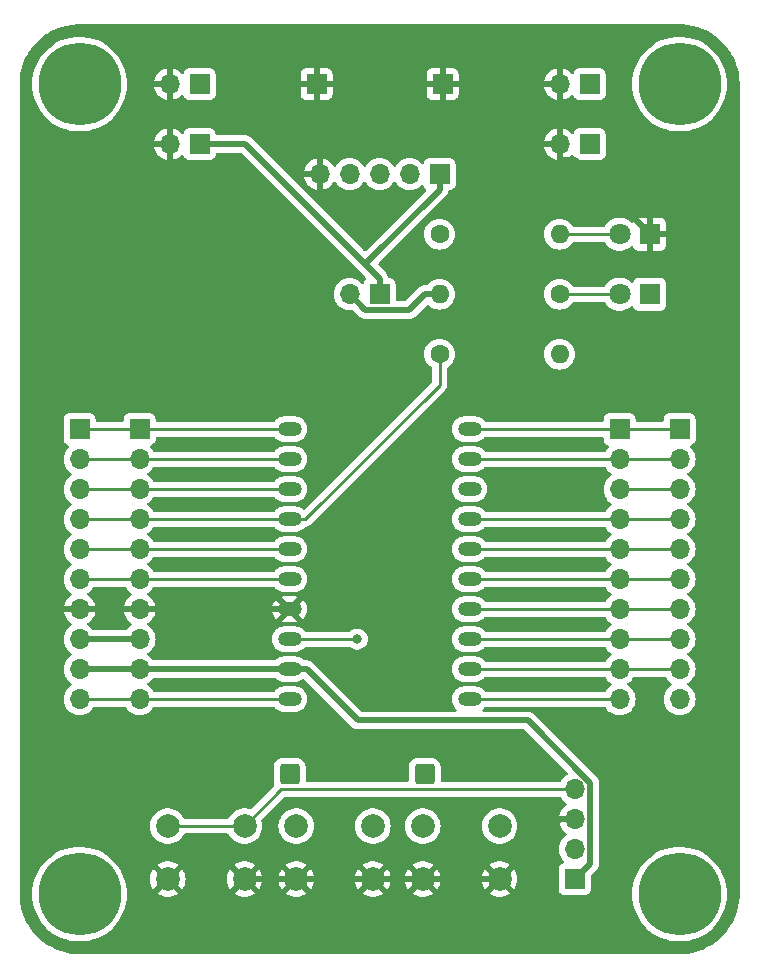
<source format=gbr>
%TF.GenerationSoftware,KiCad,Pcbnew,8.0.4*%
%TF.CreationDate,2024-09-28T10:20:43+10:00*%
%TF.ProjectId,stm8-blue,73746d38-2d62-46c7-9565-2e6b69636164,rev?*%
%TF.SameCoordinates,Original*%
%TF.FileFunction,Copper,L2,Bot*%
%TF.FilePolarity,Positive*%
%FSLAX46Y46*%
G04 Gerber Fmt 4.6, Leading zero omitted, Abs format (unit mm)*
G04 Created by KiCad (PCBNEW 8.0.4) date 2024-09-28 10:20:43*
%MOMM*%
%LPD*%
G01*
G04 APERTURE LIST*
G04 Aperture macros list*
%AMRoundRect*
0 Rectangle with rounded corners*
0 $1 Rounding radius*
0 $2 $3 $4 $5 $6 $7 $8 $9 X,Y pos of 4 corners*
0 Add a 4 corners polygon primitive as box body*
4,1,4,$2,$3,$4,$5,$6,$7,$8,$9,$2,$3,0*
0 Add four circle primitives for the rounded corners*
1,1,$1+$1,$2,$3*
1,1,$1+$1,$4,$5*
1,1,$1+$1,$6,$7*
1,1,$1+$1,$8,$9*
0 Add four rect primitives between the rounded corners*
20,1,$1+$1,$2,$3,$4,$5,0*
20,1,$1+$1,$4,$5,$6,$7,0*
20,1,$1+$1,$6,$7,$8,$9,0*
20,1,$1+$1,$8,$9,$2,$3,0*%
G04 Aperture macros list end*
%TA.AperFunction,ComponentPad*%
%ADD10C,1.600000*%
%TD*%
%TA.AperFunction,ComponentPad*%
%ADD11O,1.600000X1.600000*%
%TD*%
%TA.AperFunction,ComponentPad*%
%ADD12R,1.700000X1.700000*%
%TD*%
%TA.AperFunction,ComponentPad*%
%ADD13O,1.700000X1.700000*%
%TD*%
%TA.AperFunction,ComponentPad*%
%ADD14C,2.000000*%
%TD*%
%TA.AperFunction,ComponentPad*%
%ADD15RoundRect,0.250000X-0.600000X-0.600000X0.600000X-0.600000X0.600000X0.600000X-0.600000X0.600000X0*%
%TD*%
%TA.AperFunction,ComponentPad*%
%ADD16O,2.000000X1.200000*%
%TD*%
%TA.AperFunction,ComponentPad*%
%ADD17R,1.800000X1.800000*%
%TD*%
%TA.AperFunction,ComponentPad*%
%ADD18C,1.800000*%
%TD*%
%TA.AperFunction,ComponentPad*%
%ADD19C,7.000000*%
%TD*%
%TA.AperFunction,ViaPad*%
%ADD20C,0.800000*%
%TD*%
%TA.AperFunction,Conductor*%
%ADD21C,0.500000*%
%TD*%
%TA.AperFunction,Conductor*%
%ADD22C,0.250000*%
%TD*%
G04 APERTURE END LIST*
D10*
%TO.P,R102,1*%
%TO.N,Net-(D102-A)*%
X86360000Y-71120000D03*
D11*
%TO.P,R102,2*%
%TO.N,+3.3V*%
X76200000Y-71120000D03*
%TD*%
D12*
%TO.P,J111,1,Pin_1*%
%TO.N,+5V*%
X55880000Y-53340000D03*
D13*
%TO.P,J111,2,Pin_2*%
%TO.N,GND*%
X53340000Y-53340000D03*
%TD*%
D14*
%TO.P,SW101,1,A*%
%TO.N,GND*%
X70560000Y-120650000D03*
X64060000Y-120650000D03*
%TO.P,SW101,2,B*%
%TO.N,Net-(J107-Pin_1)*%
X70560000Y-116150000D03*
X64060000Y-116150000D03*
%TD*%
D15*
%TO.P,J107,1,Pin_1*%
%TO.N,Net-(J107-Pin_1)*%
X63500000Y-111760000D03*
%TD*%
%TO.P,J108,1,Pin_1*%
%TO.N,Net-(J108-Pin_1)*%
X74930000Y-111760000D03*
%TD*%
D12*
%TO.P,J114,1,Pin_1*%
%TO.N,+5V*%
X88900000Y-58420000D03*
D13*
%TO.P,J114,2,Pin_2*%
%TO.N,GND*%
X86360000Y-58420000D03*
%TD*%
D16*
%TO.P,U101,1,PD4*%
%TO.N,/PD4*%
X63500000Y-82550000D03*
%TO.P,U101,2,PD5*%
%TO.N,/PD5*%
X63500000Y-85090000D03*
%TO.P,U101,3,PD6*%
%TO.N,/PD6*%
X63500000Y-87630000D03*
%TO.P,U101,4,NRST*%
%TO.N,/NRST*%
X63500000Y-90170000D03*
%TO.P,U101,5,PA1*%
%TO.N,/PA1*%
X63500000Y-92710000D03*
%TO.P,U101,6,PA2*%
%TO.N,/PA2*%
X63500000Y-95250000D03*
%TO.P,U101,7,VSS*%
%TO.N,GND*%
X63500000Y-97790000D03*
%TO.P,U101,8,VCAP*%
%TO.N,Net-(U101-VCAP)*%
X63500000Y-100330000D03*
%TO.P,U101,9,VDD*%
%TO.N,+3.3V*%
X63500000Y-102870000D03*
%TO.P,U101,10,PA3*%
%TO.N,/PA3*%
X63500000Y-105410000D03*
%TO.P,U101,11,PB5*%
%TO.N,/PB5*%
X78740000Y-105410000D03*
%TO.P,U101,12,PB4*%
%TO.N,/PB4*%
X78740000Y-102870000D03*
%TO.P,U101,13,PC3*%
%TO.N,/PC3*%
X78740000Y-100330000D03*
%TO.P,U101,14,PC4*%
%TO.N,/PC4*%
X78740000Y-97790000D03*
%TO.P,U101,15,PC5*%
%TO.N,/PC5*%
X78740000Y-95250000D03*
%TO.P,U101,16,PC6*%
%TO.N,/PC6*%
X78740000Y-92710000D03*
%TO.P,U101,17,PC7*%
%TO.N,/PC7*%
X78740000Y-90170000D03*
%TO.P,U101,18,PD1*%
%TO.N,/PD1*%
X78740000Y-87630000D03*
%TO.P,U101,19,PD2*%
%TO.N,/PD2*%
X78740000Y-85090000D03*
%TO.P,U101,20,PD3*%
%TO.N,/PD3*%
X78740000Y-82550000D03*
%TD*%
D12*
%TO.P,J104,1,Pin_1*%
%TO.N,/PD3*%
X96520000Y-82550000D03*
D13*
%TO.P,J104,2,Pin_2*%
%TO.N,/PD2*%
X96520000Y-85090000D03*
%TO.P,J104,3,Pin_3*%
%TO.N,/PD1*%
X96520000Y-87630000D03*
%TO.P,J104,4,Pin_4*%
%TO.N,/PC7*%
X96520000Y-90170000D03*
%TO.P,J104,5,Pin_5*%
%TO.N,/PC6*%
X96520000Y-92710000D03*
%TO.P,J104,6,Pin_6*%
%TO.N,/PC5*%
X96520000Y-95250000D03*
%TO.P,J104,7,Pin_7*%
%TO.N,/PC4*%
X96520000Y-97790000D03*
%TO.P,J104,8,Pin_8*%
%TO.N,/PC3*%
X96520000Y-100330000D03*
%TO.P,J104,9,Pin_9*%
%TO.N,/PB4*%
X96520000Y-102870000D03*
%TO.P,J104,10,Pin_10*%
%TO.N,/PB5*%
X96520000Y-105410000D03*
%TD*%
D14*
%TO.P,SW102,1,A*%
%TO.N,GND*%
X81280000Y-120650000D03*
X74780000Y-120650000D03*
%TO.P,SW102,2,B*%
%TO.N,Net-(J108-Pin_1)*%
X81280000Y-116150000D03*
X74780000Y-116150000D03*
%TD*%
D12*
%TO.P,J113,1,Pin_1*%
%TO.N,+5V*%
X88900000Y-53340000D03*
D13*
%TO.P,J113,2,Pin_2*%
%TO.N,GND*%
X86360000Y-53340000D03*
%TD*%
D17*
%TO.P,D101,1,K*%
%TO.N,GND*%
X93980000Y-66040000D03*
D18*
%TO.P,D101,2,A*%
%TO.N,Net-(D101-A)*%
X91440000Y-66040000D03*
%TD*%
D17*
%TO.P,D102,1,K*%
%TO.N,/PB5*%
X93980000Y-71120000D03*
D18*
%TO.P,D102,2,A*%
%TO.N,Net-(D102-A)*%
X91440000Y-71120000D03*
%TD*%
D14*
%TO.P,SW100,1,A*%
%TO.N,GND*%
X59690000Y-120650000D03*
X53190000Y-120650000D03*
%TO.P,SW100,2,B*%
%TO.N,/NRST*%
X59690000Y-116150000D03*
X53190000Y-116150000D03*
%TD*%
D19*
%TO.P,H102,1*%
%TO.N,N/C*%
X96520000Y-53340000D03*
%TD*%
D12*
%TO.P,J105,1,Pin_1*%
%TO.N,+3.3V*%
X87630000Y-120650000D03*
D13*
%TO.P,J105,2,Pin_2*%
%TO.N,/PD1*%
X87630000Y-118110000D03*
%TO.P,J105,3,Pin_3*%
%TO.N,GND*%
X87630000Y-115570000D03*
%TO.P,J105,4,Pin_4*%
%TO.N,/NRST*%
X87630000Y-113030000D03*
%TD*%
D19*
%TO.P,H101,1*%
%TO.N,N/C*%
X45720000Y-53340000D03*
%TD*%
D12*
%TO.P,J106,1,VBUS*%
%TO.N,+5V*%
X76200000Y-60960000D03*
D13*
%TO.P,J106,2,D-*%
%TO.N,unconnected-(J106-D--Pad2)*%
X73660000Y-60960000D03*
%TO.P,J106,3,D+*%
%TO.N,unconnected-(J106-D+-Pad3)*%
X71120000Y-60960000D03*
%TO.P,J106,4,ID*%
%TO.N,unconnected-(J106-ID-Pad4)*%
X68580000Y-60960000D03*
%TO.P,J106,5,GND*%
%TO.N,GND*%
X66040000Y-60960000D03*
D12*
%TO.P,J106,6,Shield*%
X76454000Y-53340000D03*
X65786000Y-53340000D03*
%TD*%
%TO.P,J102,1,Pin_1*%
%TO.N,/PD4*%
X50800000Y-82550000D03*
D13*
%TO.P,J102,2,Pin_2*%
%TO.N,/PD5*%
X50800000Y-85090000D03*
%TO.P,J102,3,Pin_3*%
%TO.N,/PD6*%
X50800000Y-87630000D03*
%TO.P,J102,4,Pin_4*%
%TO.N,/NRST*%
X50800000Y-90170000D03*
%TO.P,J102,5,Pin_5*%
%TO.N,/PA1*%
X50800000Y-92710000D03*
%TO.P,J102,6,Pin_6*%
%TO.N,/PA2*%
X50800000Y-95250000D03*
%TO.P,J102,7,Pin_7*%
%TO.N,GND*%
X50800000Y-97790000D03*
%TO.P,J102,8,Pin_8*%
%TO.N,+5V*%
X50800000Y-100330000D03*
%TO.P,J102,9,Pin_9*%
%TO.N,+3.3V*%
X50800000Y-102870000D03*
%TO.P,J102,10,Pin_10*%
%TO.N,/PA3*%
X50800000Y-105410000D03*
%TD*%
D10*
%TO.P,R101,1*%
%TO.N,+3.3V*%
X76200000Y-66040000D03*
D11*
%TO.P,R101,2*%
%TO.N,Net-(D101-A)*%
X86360000Y-66040000D03*
%TD*%
D12*
%TO.P,J101,1,Pin_1*%
%TO.N,/PD4*%
X45720000Y-82550000D03*
D13*
%TO.P,J101,2,Pin_2*%
%TO.N,/PD5*%
X45720000Y-85090000D03*
%TO.P,J101,3,Pin_3*%
%TO.N,/PD6*%
X45720000Y-87630000D03*
%TO.P,J101,4,Pin_4*%
%TO.N,/NRST*%
X45720000Y-90170000D03*
%TO.P,J101,5,Pin_5*%
%TO.N,/PA1*%
X45720000Y-92710000D03*
%TO.P,J101,6,Pin_6*%
%TO.N,/PA2*%
X45720000Y-95250000D03*
%TO.P,J101,7,Pin_7*%
%TO.N,GND*%
X45720000Y-97790000D03*
%TO.P,J101,8,Pin_8*%
%TO.N,+5V*%
X45720000Y-100330000D03*
%TO.P,J101,9,Pin_9*%
%TO.N,+3.3V*%
X45720000Y-102870000D03*
%TO.P,J101,10,Pin_10*%
%TO.N,/PA3*%
X45720000Y-105410000D03*
%TD*%
D10*
%TO.P,R100,1*%
%TO.N,/NRST*%
X76200000Y-76200000D03*
D11*
%TO.P,R100,2*%
%TO.N,+3.3V*%
X86360000Y-76200000D03*
%TD*%
D19*
%TO.P,H104,1*%
%TO.N,N/C*%
X96520000Y-121920000D03*
%TD*%
%TO.P,H103,1*%
%TO.N,N/C*%
X45720000Y-121920000D03*
%TD*%
D12*
%TO.P,JP101,1,A*%
%TO.N,+5V*%
X71120000Y-71120000D03*
D13*
%TO.P,JP101,2,B*%
%TO.N,+3.3V*%
X68580000Y-71120000D03*
%TD*%
D12*
%TO.P,J112,1,Pin_1*%
%TO.N,+5V*%
X55880000Y-58420000D03*
D13*
%TO.P,J112,2,Pin_2*%
%TO.N,GND*%
X53340000Y-58420000D03*
%TD*%
D12*
%TO.P,J103,1,Pin_1*%
%TO.N,/PD3*%
X91440000Y-82555000D03*
D13*
%TO.P,J103,2,Pin_2*%
%TO.N,/PD2*%
X91440000Y-85095000D03*
%TO.P,J103,3,Pin_3*%
%TO.N,/PD1*%
X91440000Y-87635000D03*
%TO.P,J103,4,Pin_4*%
%TO.N,/PC7*%
X91440000Y-90175000D03*
%TO.P,J103,5,Pin_5*%
%TO.N,/PC6*%
X91440000Y-92715000D03*
%TO.P,J103,6,Pin_6*%
%TO.N,/PC5*%
X91440000Y-95255000D03*
%TO.P,J103,7,Pin_7*%
%TO.N,/PC4*%
X91440000Y-97795000D03*
%TO.P,J103,8,Pin_8*%
%TO.N,/PC3*%
X91440000Y-100335000D03*
%TO.P,J103,9,Pin_9*%
%TO.N,/PB4*%
X91440000Y-102875000D03*
%TO.P,J103,10,Pin_10*%
%TO.N,/PB5*%
X91440000Y-105415000D03*
%TD*%
D20*
%TO.N,Net-(U101-VCAP)*%
X69215000Y-100330000D03*
%TD*%
D21*
%TO.N,GND*%
X86328100Y-115601900D02*
X86328100Y-115570000D01*
X86360000Y-58420000D02*
X86360000Y-59721900D01*
X45720000Y-97790000D02*
X50800000Y-97790000D01*
X53340000Y-58420000D02*
X53340000Y-53340000D01*
X76454000Y-53340000D02*
X86360000Y-53340000D01*
X86360000Y-53340000D02*
X86360000Y-57118100D01*
X93980000Y-66040000D02*
X87661900Y-59721900D01*
X87630000Y-115570000D02*
X86328100Y-115570000D01*
X64060000Y-120650000D02*
X70560000Y-120650000D01*
X87661900Y-59721900D02*
X86360000Y-59721900D01*
X86360000Y-58420000D02*
X86360000Y-57118100D01*
X74780000Y-120650000D02*
X81280000Y-120650000D01*
X63500000Y-97790000D02*
X50800000Y-97790000D01*
X81280000Y-120650000D02*
X86328100Y-115601900D01*
X59690000Y-120650000D02*
X64060000Y-120650000D01*
X70560000Y-120650000D02*
X74780000Y-120650000D01*
D22*
%TO.N,/NRST*%
X87630000Y-113030000D02*
X62810000Y-113030000D01*
X76200000Y-78796900D02*
X64826900Y-90170000D01*
X76200000Y-76200000D02*
X76200000Y-78796900D01*
X62810000Y-113030000D02*
X59690000Y-116150000D01*
X45720000Y-90170000D02*
X50800000Y-90170000D01*
X50800000Y-90170000D02*
X63500000Y-90170000D01*
X63500000Y-90170000D02*
X64826900Y-90170000D01*
X53190000Y-116150000D02*
X59690000Y-116150000D01*
D21*
%TO.N,+5V*%
X55880000Y-58420000D02*
X59721900Y-58420000D01*
X69881900Y-68580000D02*
X71120000Y-69818100D01*
X71120000Y-71120000D02*
X71120000Y-69818100D01*
X76200000Y-60960000D02*
X76200000Y-62261900D01*
X45720000Y-100330000D02*
X50800000Y-100330000D01*
X76200000Y-62261900D02*
X69881900Y-68580000D01*
X59721900Y-58420000D02*
X69881900Y-68580000D01*
%TO.N,+3.3V*%
X68580000Y-71120000D02*
X69915200Y-72455200D01*
X87630000Y-120650000D02*
X88956900Y-119323100D01*
X73612900Y-72455200D02*
X74948100Y-71120000D01*
X83675800Y-107208600D02*
X69290500Y-107208600D01*
X63500000Y-102870000D02*
X64951900Y-102870000D01*
X88956900Y-119323100D02*
X88956900Y-112489700D01*
X50800000Y-102870000D02*
X63500000Y-102870000D01*
X69290500Y-107208600D02*
X64951900Y-102870000D01*
X88956900Y-112489700D02*
X83675800Y-107208600D01*
X76200000Y-71120000D02*
X74948100Y-71120000D01*
X69915200Y-72455200D02*
X73612900Y-72455200D01*
X45720000Y-102870000D02*
X50800000Y-102870000D01*
D22*
%TO.N,Net-(U101-VCAP)*%
X69215000Y-100330000D02*
X63500000Y-100330000D01*
%TO.N,Net-(D102-A)*%
X91440000Y-71120000D02*
X86360000Y-71120000D01*
%TO.N,/PB5*%
X78740000Y-105410000D02*
X80066900Y-105410000D01*
X91440000Y-105415000D02*
X80071900Y-105415000D01*
X80071900Y-105415000D02*
X80066900Y-105410000D01*
%TO.N,Net-(D101-A)*%
X91440000Y-66040000D02*
X86360000Y-66040000D01*
%TO.N,/PD4*%
X50800000Y-82550000D02*
X63500000Y-82550000D01*
X45720000Y-82550000D02*
X50800000Y-82550000D01*
%TO.N,/PD5*%
X50800000Y-85090000D02*
X63500000Y-85090000D01*
X45720000Y-85090000D02*
X50800000Y-85090000D01*
%TO.N,/PD6*%
X50800000Y-87630000D02*
X63500000Y-87630000D01*
X45720000Y-87630000D02*
X50800000Y-87630000D01*
%TO.N,/PA1*%
X45720000Y-92710000D02*
X50800000Y-92710000D01*
X50800000Y-92710000D02*
X63500000Y-92710000D01*
%TO.N,/PA2*%
X45720000Y-95250000D02*
X50800000Y-95250000D01*
X50800000Y-95250000D02*
X63500000Y-95250000D01*
%TO.N,/PA3*%
X50800000Y-105410000D02*
X63500000Y-105410000D01*
X45720000Y-105410000D02*
X50800000Y-105410000D01*
%TO.N,/PD3*%
X78740000Y-82550000D02*
X80066900Y-82550000D01*
X80071900Y-82555000D02*
X80066900Y-82550000D01*
X91440000Y-82555000D02*
X80071900Y-82555000D01*
X95343100Y-82550000D02*
X95338100Y-82555000D01*
X95338100Y-82555000D02*
X91440000Y-82555000D01*
X96520000Y-82550000D02*
X95343100Y-82550000D01*
%TO.N,/PD2*%
X95338100Y-85095000D02*
X91440000Y-85095000D01*
X91440000Y-85095000D02*
X80071900Y-85095000D01*
X96520000Y-85090000D02*
X95343100Y-85090000D01*
X80071900Y-85095000D02*
X80066900Y-85090000D01*
X78740000Y-85090000D02*
X80066900Y-85090000D01*
X95343100Y-85090000D02*
X95338100Y-85095000D01*
%TO.N,/PD1*%
X95343100Y-87630000D02*
X95338100Y-87635000D01*
X96520000Y-87630000D02*
X95343100Y-87630000D01*
X95338100Y-87635000D02*
X91440000Y-87635000D01*
%TO.N,/PC7*%
X95338100Y-90175000D02*
X91440000Y-90175000D01*
X80071900Y-90175000D02*
X80066900Y-90170000D01*
X95343100Y-90170000D02*
X95338100Y-90175000D01*
X91440000Y-90175000D02*
X80071900Y-90175000D01*
X96520000Y-90170000D02*
X95343100Y-90170000D01*
X78740000Y-90170000D02*
X80066900Y-90170000D01*
%TO.N,/PC6*%
X80071900Y-92715000D02*
X80066900Y-92710000D01*
X95338100Y-92715000D02*
X91440000Y-92715000D01*
X96520000Y-92710000D02*
X95343100Y-92710000D01*
X91440000Y-92715000D02*
X80071900Y-92715000D01*
X95343100Y-92710000D02*
X95338100Y-92715000D01*
X78740000Y-92710000D02*
X80066900Y-92710000D01*
%TO.N,/PC5*%
X91440000Y-95255000D02*
X80071900Y-95255000D01*
X78740000Y-95250000D02*
X80066900Y-95250000D01*
X95343100Y-95250000D02*
X95338100Y-95255000D01*
X95338100Y-95255000D02*
X91440000Y-95255000D01*
X80071900Y-95255000D02*
X80066900Y-95250000D01*
X96520000Y-95250000D02*
X95343100Y-95250000D01*
%TO.N,/PC4*%
X95343100Y-97790000D02*
X95338100Y-97795000D01*
X80071900Y-97795000D02*
X80066900Y-97790000D01*
X96520000Y-97790000D02*
X95343100Y-97790000D01*
X95338100Y-97795000D02*
X91440000Y-97795000D01*
X78740000Y-97790000D02*
X80066900Y-97790000D01*
X91440000Y-97795000D02*
X80071900Y-97795000D01*
%TO.N,/PC3*%
X80071900Y-100335000D02*
X80066900Y-100330000D01*
X95338100Y-100335000D02*
X91440000Y-100335000D01*
X95343100Y-100330000D02*
X95338100Y-100335000D01*
X78740000Y-100330000D02*
X80066900Y-100330000D01*
X96520000Y-100330000D02*
X95343100Y-100330000D01*
X91440000Y-100335000D02*
X80071900Y-100335000D01*
%TO.N,/PB4*%
X80071900Y-102875000D02*
X80066900Y-102870000D01*
X95343100Y-102870000D02*
X95338100Y-102875000D01*
X95338100Y-102875000D02*
X91440000Y-102875000D01*
X91440000Y-102875000D02*
X80071900Y-102875000D01*
X96520000Y-102870000D02*
X95343100Y-102870000D01*
X78740000Y-102870000D02*
X80066900Y-102870000D01*
%TD*%
%TA.AperFunction,Conductor*%
%TO.N,GND*%
G36*
X49591812Y-95895185D02*
G01*
X49626348Y-95928377D01*
X49761501Y-96121396D01*
X49761506Y-96121402D01*
X49928597Y-96288493D01*
X49928603Y-96288498D01*
X50114594Y-96418730D01*
X50158219Y-96473307D01*
X50165413Y-96542805D01*
X50133890Y-96605160D01*
X50114595Y-96621880D01*
X49928922Y-96751890D01*
X49928920Y-96751891D01*
X49761891Y-96918920D01*
X49761886Y-96918926D01*
X49626400Y-97112420D01*
X49626399Y-97112422D01*
X49526570Y-97326507D01*
X49526567Y-97326513D01*
X49469364Y-97539999D01*
X49469364Y-97540000D01*
X50366988Y-97540000D01*
X50334075Y-97597007D01*
X50300000Y-97724174D01*
X50300000Y-97855826D01*
X50334075Y-97982993D01*
X50366988Y-98040000D01*
X49469364Y-98040000D01*
X49526567Y-98253486D01*
X49526570Y-98253492D01*
X49626399Y-98467578D01*
X49761894Y-98661082D01*
X49928917Y-98828105D01*
X50114595Y-98958119D01*
X50158219Y-99012696D01*
X50165412Y-99082195D01*
X50133890Y-99144549D01*
X50114595Y-99161269D01*
X49928594Y-99291508D01*
X49761506Y-99458596D01*
X49713874Y-99526623D01*
X49659297Y-99570248D01*
X49612299Y-99579500D01*
X46907701Y-99579500D01*
X46840662Y-99559815D01*
X46806126Y-99526623D01*
X46758494Y-99458597D01*
X46591402Y-99291506D01*
X46591401Y-99291505D01*
X46405405Y-99161269D01*
X46361781Y-99106692D01*
X46354588Y-99037193D01*
X46386110Y-98974839D01*
X46405405Y-98958119D01*
X46591082Y-98828105D01*
X46758105Y-98661082D01*
X46893600Y-98467578D01*
X46993429Y-98253492D01*
X46993432Y-98253486D01*
X47050636Y-98040000D01*
X46153012Y-98040000D01*
X46185925Y-97982993D01*
X46220000Y-97855826D01*
X46220000Y-97724174D01*
X46185925Y-97597007D01*
X46153012Y-97540000D01*
X47050636Y-97540000D01*
X47050635Y-97539999D01*
X46993432Y-97326513D01*
X46993429Y-97326507D01*
X46893600Y-97112422D01*
X46893599Y-97112420D01*
X46758113Y-96918926D01*
X46758108Y-96918920D01*
X46591078Y-96751890D01*
X46405405Y-96621879D01*
X46361780Y-96567302D01*
X46354588Y-96497804D01*
X46386110Y-96435449D01*
X46405406Y-96418730D01*
X46405842Y-96418425D01*
X46591401Y-96288495D01*
X46758495Y-96121401D01*
X46893652Y-95928377D01*
X46948229Y-95884752D01*
X46995227Y-95875500D01*
X49524773Y-95875500D01*
X49591812Y-95895185D01*
G37*
%TD.AperFunction*%
%TA.AperFunction,Conductor*%
G36*
X96778191Y-48260500D02*
G01*
X97198233Y-48298354D01*
X97209273Y-48299852D01*
X97648018Y-48379579D01*
X97658864Y-48382058D01*
X98088704Y-48500851D01*
X98099295Y-48504298D01*
X98256596Y-48563419D01*
X98516716Y-48661184D01*
X98526941Y-48665560D01*
X98928619Y-48859292D01*
X98938415Y-48864572D01*
X98940508Y-48865824D01*
X99321061Y-49093561D01*
X99330353Y-49099704D01*
X99390675Y-49143607D01*
X99690909Y-49362120D01*
X99699604Y-49369066D01*
X100035165Y-49662798D01*
X100043192Y-49670489D01*
X100139446Y-49771378D01*
X100351016Y-49993136D01*
X100358337Y-50001534D01*
X100635961Y-50350510D01*
X100642498Y-50359532D01*
X100887681Y-50732022D01*
X100893382Y-50741594D01*
X101104131Y-51134569D01*
X101108950Y-51144613D01*
X101283583Y-51554932D01*
X101287481Y-51565369D01*
X101424577Y-51989699D01*
X101427523Y-52000444D01*
X101525981Y-52435378D01*
X101527950Y-52446344D01*
X101587060Y-52889016D01*
X101587972Y-52898760D01*
X101599821Y-53118777D01*
X101600000Y-53125445D01*
X101600000Y-121919290D01*
X101599993Y-121920642D01*
X101597634Y-122136962D01*
X101597169Y-122146418D01*
X101559410Y-122577996D01*
X101557998Y-122588720D01*
X101482887Y-123014699D01*
X101480546Y-123025260D01*
X101368590Y-123443087D01*
X101365337Y-123453404D01*
X101217396Y-123859869D01*
X101213256Y-123869864D01*
X101030449Y-124261894D01*
X101025454Y-124271489D01*
X100809180Y-124646087D01*
X100803368Y-124655211D01*
X100555256Y-125009551D01*
X100548671Y-125018133D01*
X100270632Y-125349487D01*
X100263323Y-125357462D01*
X99957462Y-125663323D01*
X99949487Y-125670632D01*
X99618133Y-125948671D01*
X99609551Y-125955256D01*
X99255211Y-126203368D01*
X99246087Y-126209180D01*
X98871489Y-126425454D01*
X98861894Y-126430449D01*
X98469864Y-126613256D01*
X98459869Y-126617396D01*
X98053404Y-126765337D01*
X98043087Y-126768590D01*
X97625260Y-126880546D01*
X97614699Y-126882887D01*
X97188720Y-126957998D01*
X97177996Y-126959410D01*
X96746418Y-126997169D01*
X96736962Y-126997634D01*
X96520642Y-126999993D01*
X96519290Y-127000000D01*
X45720710Y-127000000D01*
X45719358Y-126999993D01*
X45503037Y-126997634D01*
X45493581Y-126997169D01*
X45062003Y-126959410D01*
X45051279Y-126957998D01*
X44625300Y-126882887D01*
X44614739Y-126880546D01*
X44196912Y-126768590D01*
X44186601Y-126765339D01*
X43780127Y-126617394D01*
X43770135Y-126613256D01*
X43378105Y-126430449D01*
X43368510Y-126425454D01*
X42993912Y-126209180D01*
X42984788Y-126203368D01*
X42630448Y-125955256D01*
X42621876Y-125948679D01*
X42290499Y-125670620D01*
X42282537Y-125663323D01*
X41976676Y-125357462D01*
X41969379Y-125349501D01*
X41691317Y-125018119D01*
X41684743Y-125009551D01*
X41436631Y-124655211D01*
X41430819Y-124646087D01*
X41214545Y-124271489D01*
X41209550Y-124261894D01*
X41026737Y-123869850D01*
X41022609Y-123859884D01*
X40874655Y-123453384D01*
X40871413Y-123443101D01*
X40759450Y-123025249D01*
X40757115Y-123014715D01*
X40682000Y-122588719D01*
X40680589Y-122577996D01*
X40642829Y-122146405D01*
X40642365Y-122136962D01*
X40640877Y-122000499D01*
X40640007Y-121920642D01*
X40640004Y-121920000D01*
X41714675Y-121920000D01*
X41733962Y-122312591D01*
X41733962Y-122312597D01*
X41733963Y-122312599D01*
X41791637Y-122701406D01*
X41887143Y-123082684D01*
X42019561Y-123452770D01*
X42019562Y-123452772D01*
X42187620Y-123808100D01*
X42389692Y-124145236D01*
X42389694Y-124145239D01*
X42483327Y-124271489D01*
X42623846Y-124460956D01*
X42887807Y-124752192D01*
X43171759Y-125009551D01*
X43179049Y-125016158D01*
X43494761Y-125250306D01*
X43494763Y-125250307D01*
X43831899Y-125452379D01*
X43831902Y-125452380D01*
X43831903Y-125452381D01*
X44187228Y-125620438D01*
X44557316Y-125752857D01*
X44938600Y-125848364D01*
X45327409Y-125906038D01*
X45720000Y-125925325D01*
X46112591Y-125906038D01*
X46501400Y-125848364D01*
X46882684Y-125752857D01*
X47252772Y-125620438D01*
X47608097Y-125452381D01*
X47945239Y-125250306D01*
X48260951Y-125016158D01*
X48552192Y-124752192D01*
X48816158Y-124460951D01*
X49050306Y-124145239D01*
X49252381Y-123808097D01*
X49420438Y-123452772D01*
X49552857Y-123082684D01*
X49648364Y-122701400D01*
X49706038Y-122312591D01*
X49725325Y-121920000D01*
X49706038Y-121527409D01*
X49648364Y-121138600D01*
X49552857Y-120757316D01*
X49514457Y-120649994D01*
X51684859Y-120649994D01*
X51684859Y-120650005D01*
X51705385Y-120897729D01*
X51705387Y-120897738D01*
X51766412Y-121138717D01*
X51866266Y-121366364D01*
X51966564Y-121519882D01*
X52666212Y-120820234D01*
X52677482Y-120862292D01*
X52749890Y-120987708D01*
X52852292Y-121090110D01*
X52977708Y-121162518D01*
X53019765Y-121173787D01*
X52319942Y-121873609D01*
X52366768Y-121910055D01*
X52366770Y-121910056D01*
X52585385Y-122028364D01*
X52585396Y-122028369D01*
X52820506Y-122109083D01*
X53065707Y-122150000D01*
X53314293Y-122150000D01*
X53559493Y-122109083D01*
X53794603Y-122028369D01*
X53794614Y-122028364D01*
X54013228Y-121910057D01*
X54013231Y-121910055D01*
X54060056Y-121873609D01*
X53360234Y-121173787D01*
X53402292Y-121162518D01*
X53527708Y-121090110D01*
X53630110Y-120987708D01*
X53702518Y-120862292D01*
X53713787Y-120820235D01*
X54413434Y-121519882D01*
X54513731Y-121366369D01*
X54613587Y-121138717D01*
X54674612Y-120897738D01*
X54674614Y-120897729D01*
X54695141Y-120650005D01*
X54695141Y-120649994D01*
X58184859Y-120649994D01*
X58184859Y-120650005D01*
X58205385Y-120897729D01*
X58205387Y-120897738D01*
X58266412Y-121138717D01*
X58366266Y-121366364D01*
X58466564Y-121519882D01*
X59166212Y-120820234D01*
X59177482Y-120862292D01*
X59249890Y-120987708D01*
X59352292Y-121090110D01*
X59477708Y-121162518D01*
X59519765Y-121173787D01*
X58819942Y-121873609D01*
X58866768Y-121910055D01*
X58866770Y-121910056D01*
X59085385Y-122028364D01*
X59085396Y-122028369D01*
X59320506Y-122109083D01*
X59565707Y-122150000D01*
X59814293Y-122150000D01*
X60059493Y-122109083D01*
X60294603Y-122028369D01*
X60294614Y-122028364D01*
X60513228Y-121910057D01*
X60513231Y-121910055D01*
X60560056Y-121873609D01*
X59860234Y-121173787D01*
X59902292Y-121162518D01*
X60027708Y-121090110D01*
X60130110Y-120987708D01*
X60202518Y-120862292D01*
X60213787Y-120820235D01*
X60913434Y-121519882D01*
X61013731Y-121366369D01*
X61113587Y-121138717D01*
X61174612Y-120897738D01*
X61174614Y-120897729D01*
X61195141Y-120650005D01*
X61195141Y-120649994D01*
X62554859Y-120649994D01*
X62554859Y-120650005D01*
X62575385Y-120897729D01*
X62575387Y-120897738D01*
X62636412Y-121138717D01*
X62736266Y-121366364D01*
X62836564Y-121519882D01*
X63536212Y-120820234D01*
X63547482Y-120862292D01*
X63619890Y-120987708D01*
X63722292Y-121090110D01*
X63847708Y-121162518D01*
X63889765Y-121173787D01*
X63189942Y-121873609D01*
X63236768Y-121910055D01*
X63236770Y-121910056D01*
X63455385Y-122028364D01*
X63455396Y-122028369D01*
X63690506Y-122109083D01*
X63935707Y-122150000D01*
X64184293Y-122150000D01*
X64429493Y-122109083D01*
X64664603Y-122028369D01*
X64664614Y-122028364D01*
X64883228Y-121910057D01*
X64883231Y-121910055D01*
X64930056Y-121873609D01*
X64230234Y-121173787D01*
X64272292Y-121162518D01*
X64397708Y-121090110D01*
X64500110Y-120987708D01*
X64572518Y-120862292D01*
X64583787Y-120820235D01*
X65283434Y-121519882D01*
X65383731Y-121366369D01*
X65483587Y-121138717D01*
X65544612Y-120897738D01*
X65544614Y-120897729D01*
X65565141Y-120650005D01*
X65565141Y-120649994D01*
X69054859Y-120649994D01*
X69054859Y-120650005D01*
X69075385Y-120897729D01*
X69075387Y-120897738D01*
X69136412Y-121138717D01*
X69236266Y-121366364D01*
X69336564Y-121519882D01*
X70036212Y-120820234D01*
X70047482Y-120862292D01*
X70119890Y-120987708D01*
X70222292Y-121090110D01*
X70347708Y-121162518D01*
X70389765Y-121173787D01*
X69689942Y-121873609D01*
X69736768Y-121910055D01*
X69736770Y-121910056D01*
X69955385Y-122028364D01*
X69955396Y-122028369D01*
X70190506Y-122109083D01*
X70435707Y-122150000D01*
X70684293Y-122150000D01*
X70929493Y-122109083D01*
X71164603Y-122028369D01*
X71164614Y-122028364D01*
X71383228Y-121910057D01*
X71383231Y-121910055D01*
X71430056Y-121873609D01*
X70730234Y-121173787D01*
X70772292Y-121162518D01*
X70897708Y-121090110D01*
X71000110Y-120987708D01*
X71072518Y-120862292D01*
X71083787Y-120820235D01*
X71783434Y-121519882D01*
X71883731Y-121366369D01*
X71983587Y-121138717D01*
X72044612Y-120897738D01*
X72044614Y-120897729D01*
X72065141Y-120650005D01*
X72065141Y-120649994D01*
X73274859Y-120649994D01*
X73274859Y-120650005D01*
X73295385Y-120897729D01*
X73295387Y-120897738D01*
X73356412Y-121138717D01*
X73456266Y-121366364D01*
X73556564Y-121519882D01*
X74256212Y-120820234D01*
X74267482Y-120862292D01*
X74339890Y-120987708D01*
X74442292Y-121090110D01*
X74567708Y-121162518D01*
X74609765Y-121173787D01*
X73909942Y-121873609D01*
X73956768Y-121910055D01*
X73956770Y-121910056D01*
X74175385Y-122028364D01*
X74175396Y-122028369D01*
X74410506Y-122109083D01*
X74655707Y-122150000D01*
X74904293Y-122150000D01*
X75149493Y-122109083D01*
X75384603Y-122028369D01*
X75384614Y-122028364D01*
X75603228Y-121910057D01*
X75603231Y-121910055D01*
X75650056Y-121873609D01*
X74950234Y-121173787D01*
X74992292Y-121162518D01*
X75117708Y-121090110D01*
X75220110Y-120987708D01*
X75292518Y-120862292D01*
X75303787Y-120820235D01*
X76003434Y-121519882D01*
X76103731Y-121366369D01*
X76203587Y-121138717D01*
X76264612Y-120897738D01*
X76264614Y-120897729D01*
X76285141Y-120650005D01*
X76285141Y-120649994D01*
X79774859Y-120649994D01*
X79774859Y-120650005D01*
X79795385Y-120897729D01*
X79795387Y-120897738D01*
X79856412Y-121138717D01*
X79956266Y-121366364D01*
X80056564Y-121519882D01*
X80756212Y-120820234D01*
X80767482Y-120862292D01*
X80839890Y-120987708D01*
X80942292Y-121090110D01*
X81067708Y-121162518D01*
X81109765Y-121173787D01*
X80409942Y-121873609D01*
X80456768Y-121910055D01*
X80456770Y-121910056D01*
X80675385Y-122028364D01*
X80675396Y-122028369D01*
X80910506Y-122109083D01*
X81155707Y-122150000D01*
X81404293Y-122150000D01*
X81649493Y-122109083D01*
X81884603Y-122028369D01*
X81884614Y-122028364D01*
X82103228Y-121910057D01*
X82103231Y-121910055D01*
X82150056Y-121873609D01*
X81450234Y-121173787D01*
X81492292Y-121162518D01*
X81617708Y-121090110D01*
X81720110Y-120987708D01*
X81792518Y-120862292D01*
X81803787Y-120820235D01*
X82503434Y-121519882D01*
X82603731Y-121366369D01*
X82703587Y-121138717D01*
X82764612Y-120897738D01*
X82764614Y-120897729D01*
X82785141Y-120650005D01*
X82785141Y-120649994D01*
X82764614Y-120402270D01*
X82764612Y-120402261D01*
X82703587Y-120161282D01*
X82603731Y-119933630D01*
X82503434Y-119780116D01*
X81803787Y-120479764D01*
X81792518Y-120437708D01*
X81720110Y-120312292D01*
X81617708Y-120209890D01*
X81492292Y-120137482D01*
X81450235Y-120126212D01*
X82150057Y-119426390D01*
X82150056Y-119426389D01*
X82103229Y-119389943D01*
X81884614Y-119271635D01*
X81884603Y-119271630D01*
X81649493Y-119190916D01*
X81404293Y-119150000D01*
X81155707Y-119150000D01*
X80910506Y-119190916D01*
X80675396Y-119271630D01*
X80675390Y-119271632D01*
X80456761Y-119389949D01*
X80409942Y-119426388D01*
X80409942Y-119426390D01*
X81109765Y-120126212D01*
X81067708Y-120137482D01*
X80942292Y-120209890D01*
X80839890Y-120312292D01*
X80767482Y-120437708D01*
X80756212Y-120479764D01*
X80056564Y-119780116D01*
X79956267Y-119933632D01*
X79856412Y-120161282D01*
X79795387Y-120402261D01*
X79795385Y-120402270D01*
X79774859Y-120649994D01*
X76285141Y-120649994D01*
X76264614Y-120402270D01*
X76264612Y-120402261D01*
X76203587Y-120161282D01*
X76103731Y-119933630D01*
X76003434Y-119780116D01*
X75303787Y-120479764D01*
X75292518Y-120437708D01*
X75220110Y-120312292D01*
X75117708Y-120209890D01*
X74992292Y-120137482D01*
X74950235Y-120126212D01*
X75650057Y-119426390D01*
X75650056Y-119426389D01*
X75603229Y-119389943D01*
X75384614Y-119271635D01*
X75384603Y-119271630D01*
X75149493Y-119190916D01*
X74904293Y-119150000D01*
X74655707Y-119150000D01*
X74410506Y-119190916D01*
X74175396Y-119271630D01*
X74175390Y-119271632D01*
X73956761Y-119389949D01*
X73909942Y-119426388D01*
X73909942Y-119426390D01*
X74609765Y-120126212D01*
X74567708Y-120137482D01*
X74442292Y-120209890D01*
X74339890Y-120312292D01*
X74267482Y-120437708D01*
X74256212Y-120479764D01*
X73556564Y-119780116D01*
X73456267Y-119933632D01*
X73356412Y-120161282D01*
X73295387Y-120402261D01*
X73295385Y-120402270D01*
X73274859Y-120649994D01*
X72065141Y-120649994D01*
X72044614Y-120402270D01*
X72044612Y-120402261D01*
X71983587Y-120161282D01*
X71883731Y-119933630D01*
X71783434Y-119780116D01*
X71083787Y-120479764D01*
X71072518Y-120437708D01*
X71000110Y-120312292D01*
X70897708Y-120209890D01*
X70772292Y-120137482D01*
X70730235Y-120126212D01*
X71430057Y-119426390D01*
X71430056Y-119426389D01*
X71383229Y-119389943D01*
X71164614Y-119271635D01*
X71164603Y-119271630D01*
X70929493Y-119190916D01*
X70684293Y-119150000D01*
X70435707Y-119150000D01*
X70190506Y-119190916D01*
X69955396Y-119271630D01*
X69955390Y-119271632D01*
X69736761Y-119389949D01*
X69689942Y-119426388D01*
X69689942Y-119426390D01*
X70389765Y-120126212D01*
X70347708Y-120137482D01*
X70222292Y-120209890D01*
X70119890Y-120312292D01*
X70047482Y-120437708D01*
X70036212Y-120479764D01*
X69336564Y-119780116D01*
X69236267Y-119933632D01*
X69136412Y-120161282D01*
X69075387Y-120402261D01*
X69075385Y-120402270D01*
X69054859Y-120649994D01*
X65565141Y-120649994D01*
X65544614Y-120402270D01*
X65544612Y-120402261D01*
X65483587Y-120161282D01*
X65383731Y-119933630D01*
X65283434Y-119780116D01*
X64583787Y-120479764D01*
X64572518Y-120437708D01*
X64500110Y-120312292D01*
X64397708Y-120209890D01*
X64272292Y-120137482D01*
X64230235Y-120126212D01*
X64930057Y-119426390D01*
X64930056Y-119426389D01*
X64883229Y-119389943D01*
X64664614Y-119271635D01*
X64664603Y-119271630D01*
X64429493Y-119190916D01*
X64184293Y-119150000D01*
X63935707Y-119150000D01*
X63690506Y-119190916D01*
X63455396Y-119271630D01*
X63455390Y-119271632D01*
X63236761Y-119389949D01*
X63189942Y-119426388D01*
X63189942Y-119426390D01*
X63889765Y-120126212D01*
X63847708Y-120137482D01*
X63722292Y-120209890D01*
X63619890Y-120312292D01*
X63547482Y-120437708D01*
X63536212Y-120479764D01*
X62836564Y-119780116D01*
X62736267Y-119933632D01*
X62636412Y-120161282D01*
X62575387Y-120402261D01*
X62575385Y-120402270D01*
X62554859Y-120649994D01*
X61195141Y-120649994D01*
X61174614Y-120402270D01*
X61174612Y-120402261D01*
X61113587Y-120161282D01*
X61013731Y-119933630D01*
X60913434Y-119780116D01*
X60213787Y-120479764D01*
X60202518Y-120437708D01*
X60130110Y-120312292D01*
X60027708Y-120209890D01*
X59902292Y-120137482D01*
X59860235Y-120126212D01*
X60560057Y-119426390D01*
X60560056Y-119426389D01*
X60513229Y-119389943D01*
X60294614Y-119271635D01*
X60294603Y-119271630D01*
X60059493Y-119190916D01*
X59814293Y-119150000D01*
X59565707Y-119150000D01*
X59320506Y-119190916D01*
X59085396Y-119271630D01*
X59085390Y-119271632D01*
X58866761Y-119389949D01*
X58819942Y-119426388D01*
X58819942Y-119426390D01*
X59519765Y-120126212D01*
X59477708Y-120137482D01*
X59352292Y-120209890D01*
X59249890Y-120312292D01*
X59177482Y-120437708D01*
X59166212Y-120479764D01*
X58466564Y-119780116D01*
X58366267Y-119933632D01*
X58266412Y-120161282D01*
X58205387Y-120402261D01*
X58205385Y-120402270D01*
X58184859Y-120649994D01*
X54695141Y-120649994D01*
X54674614Y-120402270D01*
X54674612Y-120402261D01*
X54613587Y-120161282D01*
X54513731Y-119933630D01*
X54413434Y-119780116D01*
X53713787Y-120479764D01*
X53702518Y-120437708D01*
X53630110Y-120312292D01*
X53527708Y-120209890D01*
X53402292Y-120137482D01*
X53360235Y-120126212D01*
X54060057Y-119426390D01*
X54060056Y-119426389D01*
X54013229Y-119389943D01*
X53794614Y-119271635D01*
X53794603Y-119271630D01*
X53559493Y-119190916D01*
X53314293Y-119150000D01*
X53065707Y-119150000D01*
X52820506Y-119190916D01*
X52585396Y-119271630D01*
X52585390Y-119271632D01*
X52366761Y-119389949D01*
X52319942Y-119426388D01*
X52319942Y-119426390D01*
X53019765Y-120126212D01*
X52977708Y-120137482D01*
X52852292Y-120209890D01*
X52749890Y-120312292D01*
X52677482Y-120437708D01*
X52666212Y-120479764D01*
X51966564Y-119780116D01*
X51866267Y-119933632D01*
X51766412Y-120161282D01*
X51705387Y-120402261D01*
X51705385Y-120402270D01*
X51684859Y-120649994D01*
X49514457Y-120649994D01*
X49420438Y-120387228D01*
X49252381Y-120031903D01*
X49193478Y-119933630D01*
X49070126Y-119727829D01*
X49050306Y-119694761D01*
X48816158Y-119379049D01*
X48816153Y-119379043D01*
X48552192Y-119087807D01*
X48260956Y-118823846D01*
X48212399Y-118787834D01*
X47945239Y-118589694D01*
X47918480Y-118573655D01*
X47608100Y-118387620D01*
X47252772Y-118219562D01*
X47252770Y-118219561D01*
X46882684Y-118087143D01*
X46501406Y-117991637D01*
X46501401Y-117991636D01*
X46501400Y-117991636D01*
X46357256Y-117970254D01*
X46112599Y-117933963D01*
X46112597Y-117933962D01*
X46112591Y-117933962D01*
X45720000Y-117914675D01*
X45327409Y-117933962D01*
X45327403Y-117933962D01*
X45327400Y-117933963D01*
X44938593Y-117991637D01*
X44557315Y-118087143D01*
X44187229Y-118219561D01*
X44187227Y-118219562D01*
X43831899Y-118387620D01*
X43494763Y-118589692D01*
X43179043Y-118823846D01*
X42887807Y-119087807D01*
X42623846Y-119379043D01*
X42389692Y-119694763D01*
X42187620Y-120031899D01*
X42019562Y-120387227D01*
X42019561Y-120387229D01*
X41887143Y-120757315D01*
X41791637Y-121138593D01*
X41735079Y-121519882D01*
X41733962Y-121527409D01*
X41714675Y-121920000D01*
X40640004Y-121920000D01*
X40640000Y-121919290D01*
X40640000Y-85089999D01*
X44364341Y-85089999D01*
X44364341Y-85090000D01*
X44384936Y-85325403D01*
X44384938Y-85325413D01*
X44446094Y-85553655D01*
X44446096Y-85553659D01*
X44446097Y-85553663D01*
X44498848Y-85666788D01*
X44545965Y-85767830D01*
X44545967Y-85767834D01*
X44573342Y-85806929D01*
X44681501Y-85961396D01*
X44681506Y-85961402D01*
X44848597Y-86128493D01*
X44848603Y-86128498D01*
X45034158Y-86258425D01*
X45077783Y-86313002D01*
X45084977Y-86382500D01*
X45053454Y-86444855D01*
X45034158Y-86461575D01*
X44848597Y-86591505D01*
X44681505Y-86758597D01*
X44545965Y-86952169D01*
X44545964Y-86952171D01*
X44446098Y-87166335D01*
X44446094Y-87166344D01*
X44384938Y-87394586D01*
X44384936Y-87394596D01*
X44364341Y-87629999D01*
X44364341Y-87630000D01*
X44384936Y-87865403D01*
X44384938Y-87865413D01*
X44446094Y-88093655D01*
X44446096Y-88093659D01*
X44446097Y-88093663D01*
X44498848Y-88206788D01*
X44545965Y-88307830D01*
X44545967Y-88307834D01*
X44573342Y-88346929D01*
X44681501Y-88501396D01*
X44681506Y-88501402D01*
X44848597Y-88668493D01*
X44848603Y-88668498D01*
X45034158Y-88798425D01*
X45077783Y-88853002D01*
X45084977Y-88922500D01*
X45053454Y-88984855D01*
X45034158Y-89001575D01*
X44848597Y-89131505D01*
X44681505Y-89298597D01*
X44545965Y-89492169D01*
X44545964Y-89492171D01*
X44446098Y-89706335D01*
X44446094Y-89706344D01*
X44384938Y-89934586D01*
X44384936Y-89934596D01*
X44364341Y-90169999D01*
X44364341Y-90170000D01*
X44384936Y-90405403D01*
X44384938Y-90405413D01*
X44446094Y-90633655D01*
X44446096Y-90633659D01*
X44446097Y-90633663D01*
X44525877Y-90804752D01*
X44545965Y-90847830D01*
X44545967Y-90847834D01*
X44573342Y-90886929D01*
X44681501Y-91041396D01*
X44681506Y-91041402D01*
X44848597Y-91208493D01*
X44848603Y-91208498D01*
X45034158Y-91338425D01*
X45077783Y-91393002D01*
X45084977Y-91462500D01*
X45053454Y-91524855D01*
X45034158Y-91541575D01*
X44848597Y-91671505D01*
X44681505Y-91838597D01*
X44545965Y-92032169D01*
X44545964Y-92032171D01*
X44446098Y-92246335D01*
X44446094Y-92246344D01*
X44384938Y-92474586D01*
X44384936Y-92474596D01*
X44364341Y-92709999D01*
X44364341Y-92710000D01*
X44384936Y-92945403D01*
X44384938Y-92945413D01*
X44446094Y-93173655D01*
X44446096Y-93173659D01*
X44446097Y-93173663D01*
X44498848Y-93286788D01*
X44545965Y-93387830D01*
X44545967Y-93387834D01*
X44573342Y-93426929D01*
X44681501Y-93581396D01*
X44681506Y-93581402D01*
X44848597Y-93748493D01*
X44848603Y-93748498D01*
X45034158Y-93878425D01*
X45077783Y-93933002D01*
X45084977Y-94002500D01*
X45053454Y-94064855D01*
X45034158Y-94081575D01*
X44848597Y-94211505D01*
X44681505Y-94378597D01*
X44545965Y-94572169D01*
X44545964Y-94572171D01*
X44446098Y-94786335D01*
X44446094Y-94786344D01*
X44384938Y-95014586D01*
X44384936Y-95014596D01*
X44364341Y-95249999D01*
X44364341Y-95250000D01*
X44384936Y-95485403D01*
X44384938Y-95485413D01*
X44446094Y-95713655D01*
X44446096Y-95713659D01*
X44446097Y-95713663D01*
X44498848Y-95826788D01*
X44545965Y-95927830D01*
X44545967Y-95927834D01*
X44573342Y-95966929D01*
X44681501Y-96121396D01*
X44681506Y-96121402D01*
X44848597Y-96288493D01*
X44848603Y-96288498D01*
X45034594Y-96418730D01*
X45078219Y-96473307D01*
X45085413Y-96542805D01*
X45053890Y-96605160D01*
X45034595Y-96621880D01*
X44848922Y-96751890D01*
X44848920Y-96751891D01*
X44681891Y-96918920D01*
X44681886Y-96918926D01*
X44546400Y-97112420D01*
X44546399Y-97112422D01*
X44446570Y-97326507D01*
X44446567Y-97326513D01*
X44389364Y-97539999D01*
X44389364Y-97540000D01*
X45286988Y-97540000D01*
X45254075Y-97597007D01*
X45220000Y-97724174D01*
X45220000Y-97855826D01*
X45254075Y-97982993D01*
X45286988Y-98040000D01*
X44389364Y-98040000D01*
X44446567Y-98253486D01*
X44446570Y-98253492D01*
X44546399Y-98467578D01*
X44681894Y-98661082D01*
X44848917Y-98828105D01*
X45034595Y-98958119D01*
X45078219Y-99012696D01*
X45085412Y-99082195D01*
X45053890Y-99144549D01*
X45034595Y-99161269D01*
X44848594Y-99291508D01*
X44681505Y-99458597D01*
X44545965Y-99652169D01*
X44545964Y-99652171D01*
X44446098Y-99866335D01*
X44446094Y-99866344D01*
X44384938Y-100094586D01*
X44384936Y-100094596D01*
X44364341Y-100329999D01*
X44364341Y-100330000D01*
X44384936Y-100565403D01*
X44384938Y-100565413D01*
X44446094Y-100793655D01*
X44446096Y-100793659D01*
X44446097Y-100793663D01*
X44527834Y-100968948D01*
X44545965Y-101007830D01*
X44545967Y-101007834D01*
X44620412Y-101114151D01*
X44681501Y-101201396D01*
X44681506Y-101201402D01*
X44848597Y-101368493D01*
X44848603Y-101368498D01*
X45034158Y-101498425D01*
X45077783Y-101553002D01*
X45084977Y-101622500D01*
X45053454Y-101684855D01*
X45034158Y-101701575D01*
X44848597Y-101831505D01*
X44681505Y-101998597D01*
X44545965Y-102192169D01*
X44545964Y-102192171D01*
X44446098Y-102406335D01*
X44446094Y-102406344D01*
X44384938Y-102634586D01*
X44384936Y-102634596D01*
X44364341Y-102869999D01*
X44364341Y-102870000D01*
X44384936Y-103105403D01*
X44384938Y-103105413D01*
X44446094Y-103333655D01*
X44446096Y-103333659D01*
X44446097Y-103333663D01*
X44498848Y-103446788D01*
X44545965Y-103547830D01*
X44545967Y-103547834D01*
X44619539Y-103652905D01*
X44681501Y-103741396D01*
X44681506Y-103741402D01*
X44848597Y-103908493D01*
X44848603Y-103908498D01*
X45034158Y-104038425D01*
X45077783Y-104093002D01*
X45084977Y-104162500D01*
X45053454Y-104224855D01*
X45034158Y-104241575D01*
X44848597Y-104371505D01*
X44681505Y-104538597D01*
X44545965Y-104732169D01*
X44545964Y-104732171D01*
X44446098Y-104946335D01*
X44446094Y-104946344D01*
X44384938Y-105174586D01*
X44384936Y-105174596D01*
X44364341Y-105409999D01*
X44364341Y-105410000D01*
X44384936Y-105645403D01*
X44384938Y-105645413D01*
X44446094Y-105873655D01*
X44446096Y-105873659D01*
X44446097Y-105873663D01*
X44498848Y-105986788D01*
X44545965Y-106087830D01*
X44545967Y-106087834D01*
X44573342Y-106126929D01*
X44681505Y-106281401D01*
X44848599Y-106448495D01*
X44937151Y-106510500D01*
X45042165Y-106584032D01*
X45042167Y-106584033D01*
X45042170Y-106584035D01*
X45256337Y-106683903D01*
X45484592Y-106745063D01*
X45672918Y-106761539D01*
X45719999Y-106765659D01*
X45720000Y-106765659D01*
X45720001Y-106765659D01*
X45759234Y-106762226D01*
X45955408Y-106745063D01*
X46183663Y-106683903D01*
X46397830Y-106584035D01*
X46591401Y-106448495D01*
X46758495Y-106281401D01*
X46893652Y-106088377D01*
X46948229Y-106044752D01*
X46995227Y-106035500D01*
X49524773Y-106035500D01*
X49591812Y-106055185D01*
X49626348Y-106088377D01*
X49761500Y-106281395D01*
X49761505Y-106281401D01*
X49928599Y-106448495D01*
X50017151Y-106510500D01*
X50122165Y-106584032D01*
X50122167Y-106584033D01*
X50122170Y-106584035D01*
X50336337Y-106683903D01*
X50564592Y-106745063D01*
X50752918Y-106761539D01*
X50799999Y-106765659D01*
X50800000Y-106765659D01*
X50800001Y-106765659D01*
X50839234Y-106762226D01*
X51035408Y-106745063D01*
X51263663Y-106683903D01*
X51477830Y-106584035D01*
X51671401Y-106448495D01*
X51838495Y-106281401D01*
X51973652Y-106088377D01*
X52028229Y-106044752D01*
X52075227Y-106035500D01*
X62130978Y-106035500D01*
X62198017Y-106055185D01*
X62231295Y-106086613D01*
X62236209Y-106093377D01*
X62260586Y-106126928D01*
X62383072Y-106249414D01*
X62523212Y-106351232D01*
X62677555Y-106429873D01*
X62842299Y-106483402D01*
X63013389Y-106510500D01*
X63013390Y-106510500D01*
X63986610Y-106510500D01*
X63986611Y-106510500D01*
X64157701Y-106483402D01*
X64322445Y-106429873D01*
X64476788Y-106351232D01*
X64616928Y-106249414D01*
X64739414Y-106126928D01*
X64841232Y-105986788D01*
X64919873Y-105832445D01*
X64973402Y-105667701D01*
X65000500Y-105496611D01*
X65000500Y-105323389D01*
X64973402Y-105152299D01*
X64919873Y-104987555D01*
X64841232Y-104833212D01*
X64739414Y-104693072D01*
X64616928Y-104570586D01*
X64476788Y-104468768D01*
X64322445Y-104390127D01*
X64157701Y-104336598D01*
X64157699Y-104336597D01*
X64157698Y-104336597D01*
X64026271Y-104315781D01*
X63986611Y-104309500D01*
X63013389Y-104309500D01*
X62973728Y-104315781D01*
X62842302Y-104336597D01*
X62677552Y-104390128D01*
X62523211Y-104468768D01*
X62443256Y-104526859D01*
X62383072Y-104570586D01*
X62383070Y-104570588D01*
X62383069Y-104570588D01*
X62260585Y-104693072D01*
X62231295Y-104733387D01*
X62175965Y-104776052D01*
X62130978Y-104784500D01*
X52075227Y-104784500D01*
X52008188Y-104764815D01*
X51973652Y-104731623D01*
X51838494Y-104538597D01*
X51671402Y-104371506D01*
X51671396Y-104371501D01*
X51485842Y-104241575D01*
X51442217Y-104186998D01*
X51435023Y-104117500D01*
X51466546Y-104055145D01*
X51485842Y-104038425D01*
X51508026Y-104022891D01*
X51671401Y-103908495D01*
X51838495Y-103741401D01*
X51886127Y-103673376D01*
X51940704Y-103629751D01*
X51987701Y-103620500D01*
X62242796Y-103620500D01*
X62309835Y-103640185D01*
X62330477Y-103656819D01*
X62383072Y-103709414D01*
X62523212Y-103811232D01*
X62677555Y-103889873D01*
X62842299Y-103943402D01*
X63013389Y-103970500D01*
X63013390Y-103970500D01*
X63986610Y-103970500D01*
X63986611Y-103970500D01*
X64157701Y-103943402D01*
X64322445Y-103889873D01*
X64476788Y-103811232D01*
X64596710Y-103724103D01*
X64662511Y-103700624D01*
X64730565Y-103716449D01*
X64757273Y-103736741D01*
X68812086Y-107791554D01*
X68841558Y-107811245D01*
X68885770Y-107840786D01*
X68935005Y-107873684D01*
X68935006Y-107873684D01*
X68935007Y-107873685D01*
X68935009Y-107873686D01*
X69071582Y-107930256D01*
X69071587Y-107930258D01*
X69071591Y-107930258D01*
X69071592Y-107930259D01*
X69216579Y-107959100D01*
X69216582Y-107959100D01*
X69216583Y-107959100D01*
X69364417Y-107959100D01*
X83313570Y-107959100D01*
X83380609Y-107978785D01*
X83401251Y-107995419D01*
X87038109Y-111632276D01*
X87071594Y-111693599D01*
X87066610Y-111763291D01*
X87024738Y-111819224D01*
X87002836Y-111832338D01*
X86952169Y-111855965D01*
X86758597Y-111991505D01*
X86591505Y-112158597D01*
X86456348Y-112351623D01*
X86401771Y-112395248D01*
X86354773Y-112404500D01*
X76404500Y-112404500D01*
X76337461Y-112384815D01*
X76291706Y-112332011D01*
X76280500Y-112280500D01*
X76280499Y-111109998D01*
X76280498Y-111109981D01*
X76269999Y-111007203D01*
X76269998Y-111007200D01*
X76214814Y-110840666D01*
X76122712Y-110691344D01*
X75998656Y-110567288D01*
X75849334Y-110475186D01*
X75682797Y-110420001D01*
X75682795Y-110420000D01*
X75580010Y-110409500D01*
X74279998Y-110409500D01*
X74279981Y-110409501D01*
X74177203Y-110420000D01*
X74177200Y-110420001D01*
X74010668Y-110475185D01*
X74010663Y-110475187D01*
X73861342Y-110567289D01*
X73737289Y-110691342D01*
X73645187Y-110840663D01*
X73645186Y-110840666D01*
X73590001Y-111007203D01*
X73590001Y-111007204D01*
X73590000Y-111007204D01*
X73579500Y-111109983D01*
X73579500Y-111109996D01*
X73579501Y-112280500D01*
X73559816Y-112347539D01*
X73507013Y-112393294D01*
X73455501Y-112404500D01*
X64974500Y-112404500D01*
X64907461Y-112384815D01*
X64861706Y-112332011D01*
X64850500Y-112280500D01*
X64850499Y-111109998D01*
X64850498Y-111109981D01*
X64839999Y-111007203D01*
X64839998Y-111007200D01*
X64784814Y-110840666D01*
X64692712Y-110691344D01*
X64568656Y-110567288D01*
X64419334Y-110475186D01*
X64252797Y-110420001D01*
X64252795Y-110420000D01*
X64150010Y-110409500D01*
X62849998Y-110409500D01*
X62849981Y-110409501D01*
X62747203Y-110420000D01*
X62747200Y-110420001D01*
X62580668Y-110475185D01*
X62580663Y-110475187D01*
X62431342Y-110567289D01*
X62307289Y-110691342D01*
X62215187Y-110840663D01*
X62215186Y-110840666D01*
X62160001Y-111007203D01*
X62160001Y-111007204D01*
X62160000Y-111007204D01*
X62149500Y-111109983D01*
X62149500Y-112410001D01*
X62149501Y-112410018D01*
X62160000Y-112512796D01*
X62180338Y-112574172D01*
X62206283Y-112652466D01*
X62208685Y-112722293D01*
X62176258Y-112779150D01*
X60267229Y-114688179D01*
X60205906Y-114721664D01*
X60139286Y-114717780D01*
X60059613Y-114690428D01*
X59814335Y-114649500D01*
X59565665Y-114649500D01*
X59320383Y-114690429D01*
X59085197Y-114771169D01*
X59085188Y-114771172D01*
X58866493Y-114889524D01*
X58670257Y-115042261D01*
X58501833Y-115225217D01*
X58365824Y-115433396D01*
X58358405Y-115450311D01*
X58313449Y-115503797D01*
X58246713Y-115524486D01*
X58244850Y-115524500D01*
X54635150Y-115524500D01*
X54568111Y-115504815D01*
X54522356Y-115452011D01*
X54521595Y-115450311D01*
X54514175Y-115433396D01*
X54378166Y-115225217D01*
X54268891Y-115106513D01*
X54209744Y-115042262D01*
X54013509Y-114889526D01*
X54013507Y-114889525D01*
X54013506Y-114889524D01*
X53794811Y-114771172D01*
X53794802Y-114771169D01*
X53559616Y-114690429D01*
X53314335Y-114649500D01*
X53065665Y-114649500D01*
X52820383Y-114690429D01*
X52585197Y-114771169D01*
X52585188Y-114771172D01*
X52366493Y-114889524D01*
X52170257Y-115042261D01*
X52001833Y-115225217D01*
X51865826Y-115433393D01*
X51765936Y-115661118D01*
X51704892Y-115902175D01*
X51704890Y-115902187D01*
X51684357Y-116149994D01*
X51684357Y-116150005D01*
X51704890Y-116397812D01*
X51704892Y-116397824D01*
X51765936Y-116638881D01*
X51865826Y-116866606D01*
X52001833Y-117074782D01*
X52001836Y-117074785D01*
X52170256Y-117257738D01*
X52366491Y-117410474D01*
X52585190Y-117528828D01*
X52820386Y-117609571D01*
X53065665Y-117650500D01*
X53314335Y-117650500D01*
X53559614Y-117609571D01*
X53794810Y-117528828D01*
X54013509Y-117410474D01*
X54209744Y-117257738D01*
X54378164Y-117074785D01*
X54514173Y-116866607D01*
X54514175Y-116866603D01*
X54521595Y-116849689D01*
X54566551Y-116796203D01*
X54633287Y-116775514D01*
X54635150Y-116775500D01*
X58244850Y-116775500D01*
X58311889Y-116795185D01*
X58357644Y-116847989D01*
X58358405Y-116849689D01*
X58365824Y-116866603D01*
X58501833Y-117074782D01*
X58501836Y-117074785D01*
X58670256Y-117257738D01*
X58866491Y-117410474D01*
X59085190Y-117528828D01*
X59320386Y-117609571D01*
X59565665Y-117650500D01*
X59814335Y-117650500D01*
X60059614Y-117609571D01*
X60294810Y-117528828D01*
X60513509Y-117410474D01*
X60709744Y-117257738D01*
X60878164Y-117074785D01*
X61014173Y-116866607D01*
X61114063Y-116638881D01*
X61175108Y-116397821D01*
X61175109Y-116397812D01*
X61195643Y-116150005D01*
X61195643Y-116149994D01*
X62554357Y-116149994D01*
X62554357Y-116150005D01*
X62574890Y-116397812D01*
X62574892Y-116397824D01*
X62635936Y-116638881D01*
X62735826Y-116866606D01*
X62871833Y-117074782D01*
X62871836Y-117074785D01*
X63040256Y-117257738D01*
X63236491Y-117410474D01*
X63455190Y-117528828D01*
X63690386Y-117609571D01*
X63935665Y-117650500D01*
X64184335Y-117650500D01*
X64429614Y-117609571D01*
X64664810Y-117528828D01*
X64883509Y-117410474D01*
X65079744Y-117257738D01*
X65248164Y-117074785D01*
X65384173Y-116866607D01*
X65484063Y-116638881D01*
X65545108Y-116397821D01*
X65545109Y-116397812D01*
X65565643Y-116150005D01*
X65565643Y-116149994D01*
X69054357Y-116149994D01*
X69054357Y-116150005D01*
X69074890Y-116397812D01*
X69074892Y-116397824D01*
X69135936Y-116638881D01*
X69235826Y-116866606D01*
X69371833Y-117074782D01*
X69371836Y-117074785D01*
X69540256Y-117257738D01*
X69736491Y-117410474D01*
X69955190Y-117528828D01*
X70190386Y-117609571D01*
X70435665Y-117650500D01*
X70684335Y-117650500D01*
X70929614Y-117609571D01*
X71164810Y-117528828D01*
X71383509Y-117410474D01*
X71579744Y-117257738D01*
X71748164Y-117074785D01*
X71884173Y-116866607D01*
X71984063Y-116638881D01*
X72045108Y-116397821D01*
X72045109Y-116397812D01*
X72065643Y-116150005D01*
X72065643Y-116149994D01*
X73274357Y-116149994D01*
X73274357Y-116150005D01*
X73294890Y-116397812D01*
X73294892Y-116397824D01*
X73355936Y-116638881D01*
X73455826Y-116866606D01*
X73591833Y-117074782D01*
X73591836Y-117074785D01*
X73760256Y-117257738D01*
X73956491Y-117410474D01*
X74175190Y-117528828D01*
X74410386Y-117609571D01*
X74655665Y-117650500D01*
X74904335Y-117650500D01*
X75149614Y-117609571D01*
X75384810Y-117528828D01*
X75603509Y-117410474D01*
X75799744Y-117257738D01*
X75968164Y-117074785D01*
X76104173Y-116866607D01*
X76204063Y-116638881D01*
X76265108Y-116397821D01*
X76265109Y-116397812D01*
X76285643Y-116150005D01*
X76285643Y-116149994D01*
X79774357Y-116149994D01*
X79774357Y-116150005D01*
X79794890Y-116397812D01*
X79794892Y-116397824D01*
X79855936Y-116638881D01*
X79955826Y-116866606D01*
X80091833Y-117074782D01*
X80091836Y-117074785D01*
X80260256Y-117257738D01*
X80456491Y-117410474D01*
X80675190Y-117528828D01*
X80910386Y-117609571D01*
X81155665Y-117650500D01*
X81404335Y-117650500D01*
X81649614Y-117609571D01*
X81884810Y-117528828D01*
X82103509Y-117410474D01*
X82299744Y-117257738D01*
X82468164Y-117074785D01*
X82604173Y-116866607D01*
X82704063Y-116638881D01*
X82765108Y-116397821D01*
X82765109Y-116397812D01*
X82785643Y-116150005D01*
X82785643Y-116149994D01*
X82765109Y-115902187D01*
X82765107Y-115902175D01*
X82704063Y-115661118D01*
X82604173Y-115433393D01*
X82468166Y-115225217D01*
X82358891Y-115106513D01*
X82299744Y-115042262D01*
X82103509Y-114889526D01*
X82103507Y-114889525D01*
X82103506Y-114889524D01*
X81884811Y-114771172D01*
X81884802Y-114771169D01*
X81649616Y-114690429D01*
X81404335Y-114649500D01*
X81155665Y-114649500D01*
X80910383Y-114690429D01*
X80675197Y-114771169D01*
X80675188Y-114771172D01*
X80456493Y-114889524D01*
X80260257Y-115042261D01*
X80091833Y-115225217D01*
X79955826Y-115433393D01*
X79855936Y-115661118D01*
X79794892Y-115902175D01*
X79794890Y-115902187D01*
X79774357Y-116149994D01*
X76285643Y-116149994D01*
X76265109Y-115902187D01*
X76265107Y-115902175D01*
X76204063Y-115661118D01*
X76104173Y-115433393D01*
X75968166Y-115225217D01*
X75858891Y-115106513D01*
X75799744Y-115042262D01*
X75603509Y-114889526D01*
X75603507Y-114889525D01*
X75603506Y-114889524D01*
X75384811Y-114771172D01*
X75384802Y-114771169D01*
X75149616Y-114690429D01*
X74904335Y-114649500D01*
X74655665Y-114649500D01*
X74410383Y-114690429D01*
X74175197Y-114771169D01*
X74175188Y-114771172D01*
X73956493Y-114889524D01*
X73760257Y-115042261D01*
X73591833Y-115225217D01*
X73455826Y-115433393D01*
X73355936Y-115661118D01*
X73294892Y-115902175D01*
X73294890Y-115902187D01*
X73274357Y-116149994D01*
X72065643Y-116149994D01*
X72045109Y-115902187D01*
X72045107Y-115902175D01*
X71984063Y-115661118D01*
X71884173Y-115433393D01*
X71748166Y-115225217D01*
X71638891Y-115106513D01*
X71579744Y-115042262D01*
X71383509Y-114889526D01*
X71383507Y-114889525D01*
X71383506Y-114889524D01*
X71164811Y-114771172D01*
X71164802Y-114771169D01*
X70929616Y-114690429D01*
X70684335Y-114649500D01*
X70435665Y-114649500D01*
X70190383Y-114690429D01*
X69955197Y-114771169D01*
X69955188Y-114771172D01*
X69736493Y-114889524D01*
X69540257Y-115042261D01*
X69371833Y-115225217D01*
X69235826Y-115433393D01*
X69135936Y-115661118D01*
X69074892Y-115902175D01*
X69074890Y-115902187D01*
X69054357Y-116149994D01*
X65565643Y-116149994D01*
X65545109Y-115902187D01*
X65545107Y-115902175D01*
X65484063Y-115661118D01*
X65384173Y-115433393D01*
X65248166Y-115225217D01*
X65138891Y-115106513D01*
X65079744Y-115042262D01*
X64883509Y-114889526D01*
X64883507Y-114889525D01*
X64883506Y-114889524D01*
X64664811Y-114771172D01*
X64664802Y-114771169D01*
X64429616Y-114690429D01*
X64184335Y-114649500D01*
X63935665Y-114649500D01*
X63690383Y-114690429D01*
X63455197Y-114771169D01*
X63455188Y-114771172D01*
X63236493Y-114889524D01*
X63040257Y-115042261D01*
X62871833Y-115225217D01*
X62735826Y-115433393D01*
X62635936Y-115661118D01*
X62574892Y-115902175D01*
X62574890Y-115902187D01*
X62554357Y-116149994D01*
X61195643Y-116149994D01*
X61175109Y-115902187D01*
X61175108Y-115902183D01*
X61175108Y-115902179D01*
X61121136Y-115689049D01*
X61123760Y-115619230D01*
X61153658Y-115570930D01*
X63032771Y-113691819D01*
X63094094Y-113658334D01*
X63120452Y-113655500D01*
X86354773Y-113655500D01*
X86421812Y-113675185D01*
X86456348Y-113708377D01*
X86591501Y-113901396D01*
X86591506Y-113901402D01*
X86758597Y-114068493D01*
X86758603Y-114068498D01*
X86944594Y-114198730D01*
X86988219Y-114253307D01*
X86995413Y-114322805D01*
X86963890Y-114385160D01*
X86944595Y-114401880D01*
X86758922Y-114531890D01*
X86758920Y-114531891D01*
X86591891Y-114698920D01*
X86591886Y-114698926D01*
X86456400Y-114892420D01*
X86456399Y-114892422D01*
X86356570Y-115106507D01*
X86356567Y-115106513D01*
X86299364Y-115319999D01*
X86299364Y-115320000D01*
X87196988Y-115320000D01*
X87164075Y-115377007D01*
X87130000Y-115504174D01*
X87130000Y-115635826D01*
X87164075Y-115762993D01*
X87196988Y-115820000D01*
X86299364Y-115820000D01*
X86356567Y-116033486D01*
X86356570Y-116033492D01*
X86456399Y-116247578D01*
X86591894Y-116441082D01*
X86758917Y-116608105D01*
X86944595Y-116738119D01*
X86988219Y-116792696D01*
X86995412Y-116862195D01*
X86963890Y-116924549D01*
X86944595Y-116941269D01*
X86758594Y-117071508D01*
X86591505Y-117238597D01*
X86455965Y-117432169D01*
X86455964Y-117432171D01*
X86356098Y-117646335D01*
X86356094Y-117646344D01*
X86294938Y-117874586D01*
X86294936Y-117874596D01*
X86274341Y-118109999D01*
X86274341Y-118110000D01*
X86294936Y-118345403D01*
X86294938Y-118345413D01*
X86356094Y-118573655D01*
X86356096Y-118573659D01*
X86356097Y-118573663D01*
X86455965Y-118787830D01*
X86455967Y-118787834D01*
X86591501Y-118981395D01*
X86591506Y-118981402D01*
X86713430Y-119103326D01*
X86746915Y-119164649D01*
X86741931Y-119234341D01*
X86700059Y-119290274D01*
X86669083Y-119307189D01*
X86537669Y-119356203D01*
X86537664Y-119356206D01*
X86422455Y-119442452D01*
X86422452Y-119442455D01*
X86336206Y-119557664D01*
X86336202Y-119557671D01*
X86285908Y-119692517D01*
X86279501Y-119752116D01*
X86279500Y-119752135D01*
X86279500Y-121547870D01*
X86279501Y-121547876D01*
X86285908Y-121607483D01*
X86336202Y-121742328D01*
X86336206Y-121742335D01*
X86422452Y-121857544D01*
X86422455Y-121857547D01*
X86537664Y-121943793D01*
X86537671Y-121943797D01*
X86672517Y-121994091D01*
X86672516Y-121994091D01*
X86679444Y-121994835D01*
X86732127Y-122000500D01*
X88527872Y-122000499D01*
X88587483Y-121994091D01*
X88722331Y-121943796D01*
X88754118Y-121920000D01*
X92514675Y-121920000D01*
X92533962Y-122312591D01*
X92533962Y-122312597D01*
X92533963Y-122312599D01*
X92591637Y-122701406D01*
X92687143Y-123082684D01*
X92819561Y-123452770D01*
X92819562Y-123452772D01*
X92987620Y-123808100D01*
X93189692Y-124145236D01*
X93189694Y-124145239D01*
X93283327Y-124271489D01*
X93423846Y-124460956D01*
X93687807Y-124752192D01*
X93971759Y-125009551D01*
X93979049Y-125016158D01*
X94294761Y-125250306D01*
X94294763Y-125250307D01*
X94631899Y-125452379D01*
X94631902Y-125452380D01*
X94631903Y-125452381D01*
X94987228Y-125620438D01*
X95357316Y-125752857D01*
X95738600Y-125848364D01*
X96127409Y-125906038D01*
X96520000Y-125925325D01*
X96912591Y-125906038D01*
X97301400Y-125848364D01*
X97682684Y-125752857D01*
X98052772Y-125620438D01*
X98408097Y-125452381D01*
X98745239Y-125250306D01*
X99060951Y-125016158D01*
X99352192Y-124752192D01*
X99616158Y-124460951D01*
X99850306Y-124145239D01*
X100052381Y-123808097D01*
X100220438Y-123452772D01*
X100352857Y-123082684D01*
X100448364Y-122701400D01*
X100506038Y-122312591D01*
X100525325Y-121920000D01*
X100506038Y-121527409D01*
X100448364Y-121138600D01*
X100352857Y-120757316D01*
X100220438Y-120387228D01*
X100052381Y-120031903D01*
X99993478Y-119933630D01*
X99870126Y-119727829D01*
X99850306Y-119694761D01*
X99616158Y-119379049D01*
X99616153Y-119379043D01*
X99352192Y-119087807D01*
X99060956Y-118823846D01*
X99012399Y-118787834D01*
X98745239Y-118589694D01*
X98718480Y-118573655D01*
X98408100Y-118387620D01*
X98052772Y-118219562D01*
X98052770Y-118219561D01*
X97682684Y-118087143D01*
X97301406Y-117991637D01*
X97301401Y-117991636D01*
X97301400Y-117991636D01*
X97157256Y-117970254D01*
X96912599Y-117933963D01*
X96912597Y-117933962D01*
X96912591Y-117933962D01*
X96520000Y-117914675D01*
X96127409Y-117933962D01*
X96127403Y-117933962D01*
X96127400Y-117933963D01*
X95738593Y-117991637D01*
X95357315Y-118087143D01*
X94987229Y-118219561D01*
X94987227Y-118219562D01*
X94631899Y-118387620D01*
X94294763Y-118589692D01*
X93979043Y-118823846D01*
X93687807Y-119087807D01*
X93423846Y-119379043D01*
X93189692Y-119694763D01*
X92987620Y-120031899D01*
X92819562Y-120387227D01*
X92819561Y-120387229D01*
X92687143Y-120757315D01*
X92591637Y-121138593D01*
X92535079Y-121519882D01*
X92533962Y-121527409D01*
X92514675Y-121920000D01*
X88754118Y-121920000D01*
X88837546Y-121857546D01*
X88923796Y-121742331D01*
X88974091Y-121607483D01*
X88980500Y-121547873D01*
X88980499Y-120412229D01*
X89000184Y-120345191D01*
X89016818Y-120324549D01*
X89241367Y-120100000D01*
X89539852Y-119801516D01*
X89589086Y-119727829D01*
X89621984Y-119678595D01*
X89678558Y-119542013D01*
X89698362Y-119442454D01*
X89707400Y-119397020D01*
X89707400Y-112415779D01*
X89678559Y-112270792D01*
X89678558Y-112270791D01*
X89678558Y-112270787D01*
X89678556Y-112270782D01*
X89621987Y-112134211D01*
X89621980Y-112134198D01*
X89539852Y-112011285D01*
X89520072Y-111991505D01*
X89435316Y-111906749D01*
X88219909Y-110691342D01*
X84154221Y-106625652D01*
X84154214Y-106625646D01*
X84080529Y-106576412D01*
X84080529Y-106576413D01*
X84031291Y-106543513D01*
X83894717Y-106486943D01*
X83894707Y-106486940D01*
X83749720Y-106458100D01*
X83749718Y-106458100D01*
X79947604Y-106458100D01*
X79880565Y-106438415D01*
X79834810Y-106385611D01*
X79824866Y-106316453D01*
X79853891Y-106252897D01*
X79859923Y-106246419D01*
X79979414Y-106126928D01*
X79994835Y-106105702D01*
X80005072Y-106091614D01*
X80060402Y-106048948D01*
X80105389Y-106040500D01*
X90164773Y-106040500D01*
X90231812Y-106060185D01*
X90266348Y-106093377D01*
X90401500Y-106286395D01*
X90401505Y-106286401D01*
X90568599Y-106453495D01*
X90616368Y-106486943D01*
X90762165Y-106589032D01*
X90762167Y-106589033D01*
X90762170Y-106589035D01*
X90976337Y-106688903D01*
X91204592Y-106750063D01*
X91382851Y-106765659D01*
X91439999Y-106770659D01*
X91440000Y-106770659D01*
X91440001Y-106770659D01*
X91497149Y-106765659D01*
X91675408Y-106750063D01*
X91903663Y-106688903D01*
X92117830Y-106589035D01*
X92311401Y-106453495D01*
X92478495Y-106286401D01*
X92614035Y-106092830D01*
X92713903Y-105878663D01*
X92775063Y-105650408D01*
X92795659Y-105415000D01*
X92795221Y-105409999D01*
X92775063Y-105179596D01*
X92775063Y-105179592D01*
X92728626Y-105006285D01*
X92713905Y-104951344D01*
X92713904Y-104951343D01*
X92713903Y-104951337D01*
X92614035Y-104737171D01*
X92613652Y-104736623D01*
X92478494Y-104543597D01*
X92311402Y-104376506D01*
X92311396Y-104376501D01*
X92125842Y-104246575D01*
X92082217Y-104191998D01*
X92075023Y-104122500D01*
X92106546Y-104060145D01*
X92125842Y-104043425D01*
X92268689Y-103943402D01*
X92311401Y-103913495D01*
X92478495Y-103746401D01*
X92613652Y-103553377D01*
X92668229Y-103509752D01*
X92715227Y-103500500D01*
X95248274Y-103500500D01*
X95315313Y-103520185D01*
X95349849Y-103553377D01*
X95481501Y-103741396D01*
X95481506Y-103741402D01*
X95648597Y-103908493D01*
X95648603Y-103908498D01*
X95834158Y-104038425D01*
X95877783Y-104093002D01*
X95884977Y-104162500D01*
X95853454Y-104224855D01*
X95834158Y-104241575D01*
X95648597Y-104371505D01*
X95481505Y-104538597D01*
X95345965Y-104732169D01*
X95345964Y-104732171D01*
X95246098Y-104946335D01*
X95246094Y-104946344D01*
X95184938Y-105174586D01*
X95184936Y-105174596D01*
X95164341Y-105409999D01*
X95164341Y-105410000D01*
X95184936Y-105645403D01*
X95184938Y-105645413D01*
X95246094Y-105873655D01*
X95246096Y-105873659D01*
X95246097Y-105873663D01*
X95298848Y-105986788D01*
X95345965Y-106087830D01*
X95345967Y-106087834D01*
X95373342Y-106126929D01*
X95481505Y-106281401D01*
X95648599Y-106448495D01*
X95737151Y-106510500D01*
X95842165Y-106584032D01*
X95842167Y-106584033D01*
X95842170Y-106584035D01*
X96056337Y-106683903D01*
X96284592Y-106745063D01*
X96472918Y-106761539D01*
X96519999Y-106765659D01*
X96520000Y-106765659D01*
X96520001Y-106765659D01*
X96559234Y-106762226D01*
X96755408Y-106745063D01*
X96983663Y-106683903D01*
X97197830Y-106584035D01*
X97391401Y-106448495D01*
X97558495Y-106281401D01*
X97694035Y-106087830D01*
X97793903Y-105873663D01*
X97855063Y-105645408D01*
X97875659Y-105410000D01*
X97855063Y-105174592D01*
X97793903Y-104946337D01*
X97694035Y-104732171D01*
X97693652Y-104731623D01*
X97558494Y-104538597D01*
X97391402Y-104371506D01*
X97391396Y-104371501D01*
X97205842Y-104241575D01*
X97162217Y-104186998D01*
X97155023Y-104117500D01*
X97186546Y-104055145D01*
X97205842Y-104038425D01*
X97228026Y-104022891D01*
X97391401Y-103908495D01*
X97558495Y-103741401D01*
X97694035Y-103547830D01*
X97793903Y-103333663D01*
X97855063Y-103105408D01*
X97875659Y-102870000D01*
X97855063Y-102634592D01*
X97793903Y-102406337D01*
X97694035Y-102192171D01*
X97666657Y-102153070D01*
X97558494Y-101998597D01*
X97391402Y-101831506D01*
X97391396Y-101831501D01*
X97205842Y-101701575D01*
X97162217Y-101646998D01*
X97155023Y-101577500D01*
X97186546Y-101515145D01*
X97205842Y-101498425D01*
X97228026Y-101482891D01*
X97391401Y-101368495D01*
X97558495Y-101201401D01*
X97694035Y-101007830D01*
X97793903Y-100793663D01*
X97855063Y-100565408D01*
X97875659Y-100330000D01*
X97855063Y-100094592D01*
X97793903Y-99866337D01*
X97694035Y-99652171D01*
X97666657Y-99613070D01*
X97558494Y-99458597D01*
X97391402Y-99291506D01*
X97391396Y-99291501D01*
X97205842Y-99161575D01*
X97162217Y-99106998D01*
X97155023Y-99037500D01*
X97186546Y-98975145D01*
X97205842Y-98958425D01*
X97228026Y-98942891D01*
X97391401Y-98828495D01*
X97558495Y-98661401D01*
X97694035Y-98467830D01*
X97793903Y-98253663D01*
X97855063Y-98025408D01*
X97875659Y-97790000D01*
X97855063Y-97554592D01*
X97793903Y-97326337D01*
X97694035Y-97112171D01*
X97666886Y-97073397D01*
X97558494Y-96918597D01*
X97391402Y-96751506D01*
X97391396Y-96751501D01*
X97205842Y-96621575D01*
X97162217Y-96566998D01*
X97155023Y-96497500D01*
X97186546Y-96435145D01*
X97205842Y-96418425D01*
X97228026Y-96402891D01*
X97391401Y-96288495D01*
X97558495Y-96121401D01*
X97694035Y-95927830D01*
X97793903Y-95713663D01*
X97855063Y-95485408D01*
X97875659Y-95250000D01*
X97855063Y-95014592D01*
X97793903Y-94786337D01*
X97694035Y-94572171D01*
X97693652Y-94571623D01*
X97558494Y-94378597D01*
X97391402Y-94211506D01*
X97391396Y-94211501D01*
X97205842Y-94081575D01*
X97162217Y-94026998D01*
X97155023Y-93957500D01*
X97186546Y-93895145D01*
X97205842Y-93878425D01*
X97228026Y-93862891D01*
X97391401Y-93748495D01*
X97558495Y-93581401D01*
X97694035Y-93387830D01*
X97793903Y-93173663D01*
X97855063Y-92945408D01*
X97875659Y-92710000D01*
X97855063Y-92474592D01*
X97793903Y-92246337D01*
X97694035Y-92032171D01*
X97693652Y-92031623D01*
X97558494Y-91838597D01*
X97391402Y-91671506D01*
X97391396Y-91671501D01*
X97205842Y-91541575D01*
X97162217Y-91486998D01*
X97155023Y-91417500D01*
X97186546Y-91355145D01*
X97205842Y-91338425D01*
X97228026Y-91322891D01*
X97391401Y-91208495D01*
X97558495Y-91041401D01*
X97694035Y-90847830D01*
X97793903Y-90633663D01*
X97855063Y-90405408D01*
X97875659Y-90170000D01*
X97855063Y-89934592D01*
X97793903Y-89706337D01*
X97694035Y-89492171D01*
X97693652Y-89491623D01*
X97558494Y-89298597D01*
X97391402Y-89131506D01*
X97391396Y-89131501D01*
X97205842Y-89001575D01*
X97162217Y-88946998D01*
X97155023Y-88877500D01*
X97186546Y-88815145D01*
X97205842Y-88798425D01*
X97228026Y-88782891D01*
X97391401Y-88668495D01*
X97558495Y-88501401D01*
X97694035Y-88307830D01*
X97793903Y-88093663D01*
X97855063Y-87865408D01*
X97875659Y-87630000D01*
X97855063Y-87394592D01*
X97793903Y-87166337D01*
X97694035Y-86952171D01*
X97693652Y-86951623D01*
X97558494Y-86758597D01*
X97391402Y-86591506D01*
X97391396Y-86591501D01*
X97205842Y-86461575D01*
X97162217Y-86406998D01*
X97155023Y-86337500D01*
X97186546Y-86275145D01*
X97205842Y-86258425D01*
X97228026Y-86242891D01*
X97391401Y-86128495D01*
X97558495Y-85961401D01*
X97694035Y-85767830D01*
X97793903Y-85553663D01*
X97855063Y-85325408D01*
X97875659Y-85090000D01*
X97855063Y-84854592D01*
X97793903Y-84626337D01*
X97694035Y-84412171D01*
X97693651Y-84411623D01*
X97558496Y-84218600D01*
X97558495Y-84218599D01*
X97436567Y-84096671D01*
X97403084Y-84035351D01*
X97408068Y-83965659D01*
X97449939Y-83909725D01*
X97480915Y-83892810D01*
X97612331Y-83843796D01*
X97727546Y-83757546D01*
X97813796Y-83642331D01*
X97864091Y-83507483D01*
X97870500Y-83447873D01*
X97870499Y-81652128D01*
X97865299Y-81603757D01*
X97864091Y-81592516D01*
X97813797Y-81457671D01*
X97813793Y-81457664D01*
X97727547Y-81342455D01*
X97727544Y-81342452D01*
X97612335Y-81256206D01*
X97612328Y-81256202D01*
X97477482Y-81205908D01*
X97477483Y-81205908D01*
X97417883Y-81199501D01*
X97417881Y-81199500D01*
X97417873Y-81199500D01*
X97417864Y-81199500D01*
X95622129Y-81199500D01*
X95622123Y-81199501D01*
X95562516Y-81205908D01*
X95427671Y-81256202D01*
X95427664Y-81256206D01*
X95312455Y-81342452D01*
X95312452Y-81342455D01*
X95226206Y-81457664D01*
X95226202Y-81457671D01*
X95175908Y-81592517D01*
X95169501Y-81652116D01*
X95169501Y-81652123D01*
X95169500Y-81652135D01*
X95169500Y-81805500D01*
X95149815Y-81872539D01*
X95097011Y-81918294D01*
X95045500Y-81929500D01*
X92914499Y-81929500D01*
X92847460Y-81909815D01*
X92801705Y-81857011D01*
X92790499Y-81805500D01*
X92790499Y-81657129D01*
X92790498Y-81657123D01*
X92790497Y-81657116D01*
X92784091Y-81597517D01*
X92733796Y-81462669D01*
X92733795Y-81462668D01*
X92733793Y-81462664D01*
X92647547Y-81347455D01*
X92647544Y-81347452D01*
X92532335Y-81261206D01*
X92532328Y-81261202D01*
X92397482Y-81210908D01*
X92397483Y-81210908D01*
X92337883Y-81204501D01*
X92337881Y-81204500D01*
X92337873Y-81204500D01*
X92337864Y-81204500D01*
X90542129Y-81204500D01*
X90542123Y-81204501D01*
X90482516Y-81210908D01*
X90347671Y-81261202D01*
X90347664Y-81261206D01*
X90232455Y-81347452D01*
X90232452Y-81347455D01*
X90146206Y-81462664D01*
X90146202Y-81462671D01*
X90095908Y-81597517D01*
X90089501Y-81657116D01*
X90089501Y-81657123D01*
X90089500Y-81657135D01*
X90089500Y-81805500D01*
X90069815Y-81872539D01*
X90017011Y-81918294D01*
X89965500Y-81929500D01*
X80165856Y-81929500D01*
X80141664Y-81927117D01*
X80128508Y-81924500D01*
X80128507Y-81924500D01*
X80128506Y-81924500D01*
X80109022Y-81924500D01*
X80041983Y-81904815D01*
X80008705Y-81873387D01*
X79979414Y-81833072D01*
X79856930Y-81710588D01*
X79856928Y-81710586D01*
X79716788Y-81608768D01*
X79562445Y-81530127D01*
X79397701Y-81476598D01*
X79397699Y-81476597D01*
X79397698Y-81476597D01*
X79266271Y-81455781D01*
X79226611Y-81449500D01*
X78253389Y-81449500D01*
X78213728Y-81455781D01*
X78082302Y-81476597D01*
X77917552Y-81530128D01*
X77763211Y-81608768D01*
X77696667Y-81657116D01*
X77623072Y-81710586D01*
X77623070Y-81710588D01*
X77623069Y-81710588D01*
X77500588Y-81833069D01*
X77500588Y-81833070D01*
X77500586Y-81833072D01*
X77456859Y-81893256D01*
X77398768Y-81973211D01*
X77320128Y-82127552D01*
X77266597Y-82292302D01*
X77239500Y-82463389D01*
X77239500Y-82636611D01*
X77266598Y-82807701D01*
X77320127Y-82972445D01*
X77398768Y-83126788D01*
X77500586Y-83266928D01*
X77623072Y-83389414D01*
X77763212Y-83491232D01*
X77917555Y-83569873D01*
X78082299Y-83623402D01*
X78253389Y-83650500D01*
X78253390Y-83650500D01*
X79226610Y-83650500D01*
X79226611Y-83650500D01*
X79397701Y-83623402D01*
X79562445Y-83569873D01*
X79716788Y-83491232D01*
X79856928Y-83389414D01*
X79979414Y-83266928D01*
X79994835Y-83245702D01*
X80005072Y-83231614D01*
X80060402Y-83188948D01*
X80105389Y-83180500D01*
X89965501Y-83180500D01*
X90032540Y-83200185D01*
X90078295Y-83252989D01*
X90089501Y-83304500D01*
X90089501Y-83452876D01*
X90095908Y-83512483D01*
X90146202Y-83647328D01*
X90146206Y-83647335D01*
X90232452Y-83762544D01*
X90232455Y-83762547D01*
X90347664Y-83848793D01*
X90347671Y-83848797D01*
X90479081Y-83897810D01*
X90535015Y-83939681D01*
X90559432Y-84005145D01*
X90544580Y-84073418D01*
X90523430Y-84101673D01*
X90401503Y-84223600D01*
X90266348Y-84416623D01*
X90211771Y-84460248D01*
X90164773Y-84469500D01*
X80165856Y-84469500D01*
X80141664Y-84467117D01*
X80128508Y-84464500D01*
X80128507Y-84464500D01*
X80128506Y-84464500D01*
X80109022Y-84464500D01*
X80041983Y-84444815D01*
X80008705Y-84413387D01*
X79979414Y-84373072D01*
X79856930Y-84250588D01*
X79856928Y-84250586D01*
X79716788Y-84148768D01*
X79562445Y-84070127D01*
X79397701Y-84016598D01*
X79397699Y-84016597D01*
X79397698Y-84016597D01*
X79266271Y-83995781D01*
X79226611Y-83989500D01*
X78253389Y-83989500D01*
X78213728Y-83995781D01*
X78082302Y-84016597D01*
X77917552Y-84070128D01*
X77763211Y-84148768D01*
X77683256Y-84206859D01*
X77623072Y-84250586D01*
X77623070Y-84250588D01*
X77623069Y-84250588D01*
X77500588Y-84373069D01*
X77500588Y-84373070D01*
X77500586Y-84373072D01*
X77470217Y-84414871D01*
X77398768Y-84513211D01*
X77320128Y-84667552D01*
X77266597Y-84832302D01*
X77239500Y-85003389D01*
X77239500Y-85176611D01*
X77266598Y-85347701D01*
X77320127Y-85512445D01*
X77398768Y-85666788D01*
X77500586Y-85806928D01*
X77623072Y-85929414D01*
X77763212Y-86031232D01*
X77917555Y-86109873D01*
X78082299Y-86163402D01*
X78253389Y-86190500D01*
X78253390Y-86190500D01*
X79226610Y-86190500D01*
X79226611Y-86190500D01*
X79397701Y-86163402D01*
X79562445Y-86109873D01*
X79716788Y-86031232D01*
X79856928Y-85929414D01*
X79979414Y-85806928D01*
X79994835Y-85785702D01*
X80005072Y-85771614D01*
X80060402Y-85728948D01*
X80105389Y-85720500D01*
X90164773Y-85720500D01*
X90231812Y-85740185D01*
X90266348Y-85773377D01*
X90401501Y-85966396D01*
X90401506Y-85966402D01*
X90568597Y-86133493D01*
X90568603Y-86133498D01*
X90754158Y-86263425D01*
X90797783Y-86318002D01*
X90804977Y-86387500D01*
X90773454Y-86449855D01*
X90754158Y-86466575D01*
X90568597Y-86596505D01*
X90401505Y-86763597D01*
X90265965Y-86957169D01*
X90265964Y-86957171D01*
X90172401Y-87157816D01*
X90168430Y-87166335D01*
X90166098Y-87171335D01*
X90166094Y-87171344D01*
X90104938Y-87399586D01*
X90104936Y-87399596D01*
X90084341Y-87634999D01*
X90084341Y-87635000D01*
X90104936Y-87870403D01*
X90104938Y-87870413D01*
X90166094Y-88098655D01*
X90166096Y-88098659D01*
X90166097Y-88098663D01*
X90216517Y-88206788D01*
X90265965Y-88312830D01*
X90265967Y-88312834D01*
X90374281Y-88467521D01*
X90401501Y-88506396D01*
X90401506Y-88506402D01*
X90568597Y-88673493D01*
X90568603Y-88673498D01*
X90754158Y-88803425D01*
X90797783Y-88858002D01*
X90804977Y-88927500D01*
X90773454Y-88989855D01*
X90754158Y-89006575D01*
X90568597Y-89136505D01*
X90401505Y-89303597D01*
X90266348Y-89496623D01*
X90211771Y-89540248D01*
X90164773Y-89549500D01*
X80165856Y-89549500D01*
X80141664Y-89547117D01*
X80128508Y-89544500D01*
X80128507Y-89544500D01*
X80128506Y-89544500D01*
X80109022Y-89544500D01*
X80041983Y-89524815D01*
X80008705Y-89493387D01*
X79979414Y-89453072D01*
X79856930Y-89330588D01*
X79856928Y-89330586D01*
X79716788Y-89228768D01*
X79562445Y-89150127D01*
X79397701Y-89096598D01*
X79397699Y-89096597D01*
X79397698Y-89096597D01*
X79266271Y-89075781D01*
X79226611Y-89069500D01*
X78253389Y-89069500D01*
X78213728Y-89075781D01*
X78082302Y-89096597D01*
X77917552Y-89150128D01*
X77763211Y-89228768D01*
X77683256Y-89286859D01*
X77623072Y-89330586D01*
X77623070Y-89330588D01*
X77623069Y-89330588D01*
X77500588Y-89453069D01*
X77500588Y-89453070D01*
X77500586Y-89453072D01*
X77470217Y-89494871D01*
X77398768Y-89593211D01*
X77320128Y-89747552D01*
X77266597Y-89912302D01*
X77239500Y-90083389D01*
X77239500Y-90256611D01*
X77266598Y-90427701D01*
X77320127Y-90592445D01*
X77398768Y-90746788D01*
X77500586Y-90886928D01*
X77623072Y-91009414D01*
X77763212Y-91111232D01*
X77917555Y-91189873D01*
X78082299Y-91243402D01*
X78253389Y-91270500D01*
X78253390Y-91270500D01*
X79226610Y-91270500D01*
X79226611Y-91270500D01*
X79397701Y-91243402D01*
X79562445Y-91189873D01*
X79716788Y-91111232D01*
X79856928Y-91009414D01*
X79979414Y-90886928D01*
X79994835Y-90865702D01*
X80005072Y-90851614D01*
X80060402Y-90808948D01*
X80105389Y-90800500D01*
X90164773Y-90800500D01*
X90231812Y-90820185D01*
X90266348Y-90853377D01*
X90401501Y-91046396D01*
X90401506Y-91046402D01*
X90568597Y-91213493D01*
X90568603Y-91213498D01*
X90754158Y-91343425D01*
X90797783Y-91398002D01*
X90804977Y-91467500D01*
X90773454Y-91529855D01*
X90754158Y-91546575D01*
X90568597Y-91676505D01*
X90401505Y-91843597D01*
X90266348Y-92036623D01*
X90211771Y-92080248D01*
X90164773Y-92089500D01*
X80165856Y-92089500D01*
X80141664Y-92087117D01*
X80128508Y-92084500D01*
X80128507Y-92084500D01*
X80128506Y-92084500D01*
X80109022Y-92084500D01*
X80041983Y-92064815D01*
X80008705Y-92033387D01*
X79979414Y-91993072D01*
X79856930Y-91870588D01*
X79856928Y-91870586D01*
X79716788Y-91768768D01*
X79562445Y-91690127D01*
X79397701Y-91636598D01*
X79397699Y-91636597D01*
X79397698Y-91636597D01*
X79266271Y-91615781D01*
X79226611Y-91609500D01*
X78253389Y-91609500D01*
X78213728Y-91615781D01*
X78082302Y-91636597D01*
X77917552Y-91690128D01*
X77763211Y-91768768D01*
X77683256Y-91826859D01*
X77623072Y-91870586D01*
X77623070Y-91870588D01*
X77623069Y-91870588D01*
X77500588Y-91993069D01*
X77500588Y-91993070D01*
X77500586Y-91993072D01*
X77470217Y-92034871D01*
X77398768Y-92133211D01*
X77320128Y-92287552D01*
X77266597Y-92452302D01*
X77239500Y-92623389D01*
X77239500Y-92796611D01*
X77266598Y-92967701D01*
X77320127Y-93132445D01*
X77398768Y-93286788D01*
X77500586Y-93426928D01*
X77623072Y-93549414D01*
X77763212Y-93651232D01*
X77917555Y-93729873D01*
X78082299Y-93783402D01*
X78253389Y-93810500D01*
X78253390Y-93810500D01*
X79226610Y-93810500D01*
X79226611Y-93810500D01*
X79397701Y-93783402D01*
X79562445Y-93729873D01*
X79716788Y-93651232D01*
X79856928Y-93549414D01*
X79979414Y-93426928D01*
X79994835Y-93405702D01*
X80005072Y-93391614D01*
X80060402Y-93348948D01*
X80105389Y-93340500D01*
X90164773Y-93340500D01*
X90231812Y-93360185D01*
X90266348Y-93393377D01*
X90401501Y-93586396D01*
X90401506Y-93586402D01*
X90568597Y-93753493D01*
X90568603Y-93753498D01*
X90754158Y-93883425D01*
X90797783Y-93938002D01*
X90804977Y-94007500D01*
X90773454Y-94069855D01*
X90754158Y-94086575D01*
X90568597Y-94216505D01*
X90401505Y-94383597D01*
X90266348Y-94576623D01*
X90211771Y-94620248D01*
X90164773Y-94629500D01*
X80165856Y-94629500D01*
X80141664Y-94627117D01*
X80128508Y-94624500D01*
X80128507Y-94624500D01*
X80128506Y-94624500D01*
X80109022Y-94624500D01*
X80041983Y-94604815D01*
X80008705Y-94573387D01*
X79979414Y-94533072D01*
X79856930Y-94410588D01*
X79856928Y-94410586D01*
X79716788Y-94308768D01*
X79562445Y-94230127D01*
X79397701Y-94176598D01*
X79397699Y-94176597D01*
X79397698Y-94176597D01*
X79266271Y-94155781D01*
X79226611Y-94149500D01*
X78253389Y-94149500D01*
X78213728Y-94155781D01*
X78082302Y-94176597D01*
X77917552Y-94230128D01*
X77763211Y-94308768D01*
X77683256Y-94366859D01*
X77623072Y-94410586D01*
X77623070Y-94410588D01*
X77623069Y-94410588D01*
X77500588Y-94533069D01*
X77500588Y-94533070D01*
X77500586Y-94533072D01*
X77470217Y-94574871D01*
X77398768Y-94673211D01*
X77320128Y-94827552D01*
X77266597Y-94992302D01*
X77239500Y-95163389D01*
X77239500Y-95336611D01*
X77266598Y-95507701D01*
X77320127Y-95672445D01*
X77398768Y-95826788D01*
X77500586Y-95966928D01*
X77623072Y-96089414D01*
X77763212Y-96191232D01*
X77917555Y-96269873D01*
X78082299Y-96323402D01*
X78253389Y-96350500D01*
X78253390Y-96350500D01*
X79226610Y-96350500D01*
X79226611Y-96350500D01*
X79397701Y-96323402D01*
X79562445Y-96269873D01*
X79716788Y-96191232D01*
X79856928Y-96089414D01*
X79979414Y-95966928D01*
X79994835Y-95945702D01*
X80005072Y-95931614D01*
X80060402Y-95888948D01*
X80105389Y-95880500D01*
X90164773Y-95880500D01*
X90231812Y-95900185D01*
X90266348Y-95933377D01*
X90401501Y-96126396D01*
X90401506Y-96126402D01*
X90568597Y-96293493D01*
X90568603Y-96293498D01*
X90754158Y-96423425D01*
X90797783Y-96478002D01*
X90804977Y-96547500D01*
X90773454Y-96609855D01*
X90754158Y-96626575D01*
X90568597Y-96756505D01*
X90401505Y-96923597D01*
X90266348Y-97116623D01*
X90211771Y-97160248D01*
X90164773Y-97169500D01*
X80165856Y-97169500D01*
X80141664Y-97167117D01*
X80128508Y-97164500D01*
X80128507Y-97164500D01*
X80128506Y-97164500D01*
X80109022Y-97164500D01*
X80041983Y-97144815D01*
X80008705Y-97113387D01*
X79979414Y-97073072D01*
X79856930Y-96950588D01*
X79856928Y-96950586D01*
X79716788Y-96848768D01*
X79562445Y-96770127D01*
X79397701Y-96716598D01*
X79397699Y-96716597D01*
X79397698Y-96716597D01*
X79266271Y-96695781D01*
X79226611Y-96689500D01*
X78253389Y-96689500D01*
X78213728Y-96695781D01*
X78082302Y-96716597D01*
X77917552Y-96770128D01*
X77763211Y-96848768D01*
X77683256Y-96906859D01*
X77623072Y-96950586D01*
X77623070Y-96950588D01*
X77623069Y-96950588D01*
X77500588Y-97073069D01*
X77500588Y-97073070D01*
X77500586Y-97073072D01*
X77470217Y-97114871D01*
X77398768Y-97213211D01*
X77320128Y-97367552D01*
X77266597Y-97532302D01*
X77256349Y-97597007D01*
X77239500Y-97703389D01*
X77239500Y-97876611D01*
X77266598Y-98047701D01*
X77320127Y-98212445D01*
X77398768Y-98366788D01*
X77500586Y-98506928D01*
X77623072Y-98629414D01*
X77763212Y-98731232D01*
X77917555Y-98809873D01*
X78082299Y-98863402D01*
X78253389Y-98890500D01*
X78253390Y-98890500D01*
X79226610Y-98890500D01*
X79226611Y-98890500D01*
X79397701Y-98863402D01*
X79562445Y-98809873D01*
X79716788Y-98731232D01*
X79856928Y-98629414D01*
X79979414Y-98506928D01*
X79994835Y-98485702D01*
X80005072Y-98471614D01*
X80060402Y-98428948D01*
X80105389Y-98420500D01*
X90164773Y-98420500D01*
X90231812Y-98440185D01*
X90266348Y-98473377D01*
X90401501Y-98666396D01*
X90401506Y-98666402D01*
X90568597Y-98833493D01*
X90568603Y-98833498D01*
X90754158Y-98963425D01*
X90797783Y-99018002D01*
X90804977Y-99087500D01*
X90773454Y-99149855D01*
X90754158Y-99166575D01*
X90568597Y-99296505D01*
X90401505Y-99463597D01*
X90266348Y-99656623D01*
X90211771Y-99700248D01*
X90164773Y-99709500D01*
X80165856Y-99709500D01*
X80141664Y-99707117D01*
X80128508Y-99704500D01*
X80128507Y-99704500D01*
X80128506Y-99704500D01*
X80109022Y-99704500D01*
X80041983Y-99684815D01*
X80008705Y-99653387D01*
X79979414Y-99613072D01*
X79856930Y-99490588D01*
X79856928Y-99490586D01*
X79716788Y-99388768D01*
X79562445Y-99310127D01*
X79397701Y-99256598D01*
X79397699Y-99256597D01*
X79397698Y-99256597D01*
X79266271Y-99235781D01*
X79226611Y-99229500D01*
X78253389Y-99229500D01*
X78213728Y-99235781D01*
X78082302Y-99256597D01*
X77917552Y-99310128D01*
X77763211Y-99388768D01*
X77707149Y-99429500D01*
X77623072Y-99490586D01*
X77623070Y-99490588D01*
X77623069Y-99490588D01*
X77500588Y-99613069D01*
X77500588Y-99613070D01*
X77500586Y-99613072D01*
X77468590Y-99657111D01*
X77398768Y-99753211D01*
X77320128Y-99907552D01*
X77266597Y-100072302D01*
X77255599Y-100141744D01*
X77239500Y-100243389D01*
X77239500Y-100416611D01*
X77266598Y-100587701D01*
X77320127Y-100752445D01*
X77398768Y-100906788D01*
X77500586Y-101046928D01*
X77623072Y-101169414D01*
X77763212Y-101271232D01*
X77917555Y-101349873D01*
X78082299Y-101403402D01*
X78253389Y-101430500D01*
X78253390Y-101430500D01*
X79226610Y-101430500D01*
X79226611Y-101430500D01*
X79397701Y-101403402D01*
X79562445Y-101349873D01*
X79716788Y-101271232D01*
X79856928Y-101169414D01*
X79979414Y-101046928D01*
X79994835Y-101025702D01*
X80005072Y-101011614D01*
X80060402Y-100968948D01*
X80105389Y-100960500D01*
X90164773Y-100960500D01*
X90231812Y-100980185D01*
X90266348Y-101013377D01*
X90401501Y-101206396D01*
X90401506Y-101206402D01*
X90568597Y-101373493D01*
X90568603Y-101373498D01*
X90754158Y-101503425D01*
X90797783Y-101558002D01*
X90804977Y-101627500D01*
X90773454Y-101689855D01*
X90754158Y-101706575D01*
X90568597Y-101836505D01*
X90401505Y-102003597D01*
X90266348Y-102196623D01*
X90211771Y-102240248D01*
X90164773Y-102249500D01*
X80165856Y-102249500D01*
X80141664Y-102247117D01*
X80128508Y-102244500D01*
X80128507Y-102244500D01*
X80128506Y-102244500D01*
X80109022Y-102244500D01*
X80041983Y-102224815D01*
X80008705Y-102193387D01*
X79979414Y-102153072D01*
X79856930Y-102030588D01*
X79856928Y-102030586D01*
X79716788Y-101928768D01*
X79562445Y-101850127D01*
X79397701Y-101796598D01*
X79397699Y-101796597D01*
X79397698Y-101796597D01*
X79266271Y-101775781D01*
X79226611Y-101769500D01*
X78253389Y-101769500D01*
X78213728Y-101775781D01*
X78082302Y-101796597D01*
X77917552Y-101850128D01*
X77763211Y-101928768D01*
X77683256Y-101986859D01*
X77623072Y-102030586D01*
X77623070Y-102030588D01*
X77623069Y-102030588D01*
X77500588Y-102153069D01*
X77500588Y-102153070D01*
X77500586Y-102153072D01*
X77462919Y-102204916D01*
X77398768Y-102293211D01*
X77320128Y-102447552D01*
X77266597Y-102612302D01*
X77239500Y-102783389D01*
X77239500Y-102956611D01*
X77266598Y-103127701D01*
X77320127Y-103292445D01*
X77398768Y-103446788D01*
X77500586Y-103586928D01*
X77623072Y-103709414D01*
X77763212Y-103811232D01*
X77917555Y-103889873D01*
X78082299Y-103943402D01*
X78253389Y-103970500D01*
X78253390Y-103970500D01*
X79226610Y-103970500D01*
X79226611Y-103970500D01*
X79397701Y-103943402D01*
X79562445Y-103889873D01*
X79716788Y-103811232D01*
X79856928Y-103709414D01*
X79979414Y-103586928D01*
X79994835Y-103565702D01*
X80005072Y-103551614D01*
X80060402Y-103508948D01*
X80105389Y-103500500D01*
X90164773Y-103500500D01*
X90231812Y-103520185D01*
X90266348Y-103553377D01*
X90401501Y-103746396D01*
X90401506Y-103746402D01*
X90568597Y-103913493D01*
X90568603Y-103913498D01*
X90754158Y-104043425D01*
X90797783Y-104098002D01*
X90804977Y-104167500D01*
X90773454Y-104229855D01*
X90754158Y-104246575D01*
X90568597Y-104376505D01*
X90401505Y-104543597D01*
X90266348Y-104736623D01*
X90211771Y-104780248D01*
X90164773Y-104789500D01*
X80165856Y-104789500D01*
X80141664Y-104787117D01*
X80128508Y-104784500D01*
X80128507Y-104784500D01*
X80128506Y-104784500D01*
X80109022Y-104784500D01*
X80041983Y-104764815D01*
X80008705Y-104733387D01*
X79979414Y-104693072D01*
X79856930Y-104570588D01*
X79856928Y-104570586D01*
X79716788Y-104468768D01*
X79562445Y-104390127D01*
X79397701Y-104336598D01*
X79397699Y-104336597D01*
X79397698Y-104336597D01*
X79266271Y-104315781D01*
X79226611Y-104309500D01*
X78253389Y-104309500D01*
X78213728Y-104315781D01*
X78082302Y-104336597D01*
X77917552Y-104390128D01*
X77763211Y-104468768D01*
X77683256Y-104526859D01*
X77623072Y-104570586D01*
X77623070Y-104570588D01*
X77623069Y-104570588D01*
X77500588Y-104693069D01*
X77500588Y-104693070D01*
X77500586Y-104693072D01*
X77468944Y-104736623D01*
X77398768Y-104833211D01*
X77320128Y-104987552D01*
X77266597Y-105152302D01*
X77239500Y-105323389D01*
X77239500Y-105496611D01*
X77266598Y-105667701D01*
X77320127Y-105832445D01*
X77398768Y-105986788D01*
X77500586Y-106126928D01*
X77500588Y-106126930D01*
X77620077Y-106246419D01*
X77653562Y-106307742D01*
X77648578Y-106377434D01*
X77606706Y-106433367D01*
X77541242Y-106457784D01*
X77532396Y-106458100D01*
X69652730Y-106458100D01*
X69585691Y-106438415D01*
X69565049Y-106421781D01*
X65430313Y-102287045D01*
X65374120Y-102249500D01*
X65348255Y-102232218D01*
X65307395Y-102204916D01*
X65307394Y-102204915D01*
X65307392Y-102204914D01*
X65307390Y-102204913D01*
X65170817Y-102148343D01*
X65170807Y-102148340D01*
X65025820Y-102119500D01*
X65025818Y-102119500D01*
X64757204Y-102119500D01*
X64690165Y-102099815D01*
X64669523Y-102083181D01*
X64616930Y-102030588D01*
X64616928Y-102030586D01*
X64476788Y-101928768D01*
X64322445Y-101850127D01*
X64157701Y-101796598D01*
X64157699Y-101796597D01*
X64157698Y-101796597D01*
X64026271Y-101775781D01*
X63986611Y-101769500D01*
X63013389Y-101769500D01*
X62973728Y-101775781D01*
X62842302Y-101796597D01*
X62677552Y-101850128D01*
X62523211Y-101928768D01*
X62443256Y-101986859D01*
X62383072Y-102030586D01*
X62383070Y-102030588D01*
X62383069Y-102030588D01*
X62330477Y-102083181D01*
X62269154Y-102116666D01*
X62242796Y-102119500D01*
X51987701Y-102119500D01*
X51920662Y-102099815D01*
X51886126Y-102066623D01*
X51838494Y-101998597D01*
X51671402Y-101831506D01*
X51671396Y-101831501D01*
X51485842Y-101701575D01*
X51442217Y-101646998D01*
X51435023Y-101577500D01*
X51466546Y-101515145D01*
X51485842Y-101498425D01*
X51508026Y-101482891D01*
X51671401Y-101368495D01*
X51838495Y-101201401D01*
X51974035Y-101007830D01*
X52073903Y-100793663D01*
X52135063Y-100565408D01*
X52155659Y-100330000D01*
X52148081Y-100243389D01*
X61999500Y-100243389D01*
X61999500Y-100416611D01*
X62026598Y-100587701D01*
X62080127Y-100752445D01*
X62158768Y-100906788D01*
X62260586Y-101046928D01*
X62383072Y-101169414D01*
X62523212Y-101271232D01*
X62677555Y-101349873D01*
X62842299Y-101403402D01*
X63013389Y-101430500D01*
X63013390Y-101430500D01*
X63986610Y-101430500D01*
X63986611Y-101430500D01*
X64157701Y-101403402D01*
X64322445Y-101349873D01*
X64476788Y-101271232D01*
X64616928Y-101169414D01*
X64739414Y-101046928D01*
X64768705Y-101006613D01*
X64824035Y-100963948D01*
X64869022Y-100955500D01*
X68511252Y-100955500D01*
X68578291Y-100975185D01*
X68603400Y-100996526D01*
X68609126Y-101002885D01*
X68609130Y-101002889D01*
X68762265Y-101114148D01*
X68762270Y-101114151D01*
X68935192Y-101191142D01*
X68935197Y-101191144D01*
X69120354Y-101230500D01*
X69120355Y-101230500D01*
X69309644Y-101230500D01*
X69309646Y-101230500D01*
X69494803Y-101191144D01*
X69667730Y-101114151D01*
X69820871Y-101002888D01*
X69947533Y-100862216D01*
X70042179Y-100698284D01*
X70100674Y-100518256D01*
X70120460Y-100330000D01*
X70100674Y-100141744D01*
X70042179Y-99961716D01*
X69947533Y-99797784D01*
X69820871Y-99657112D01*
X69820870Y-99657111D01*
X69667734Y-99545851D01*
X69667729Y-99545848D01*
X69494807Y-99468857D01*
X69494802Y-99468855D01*
X69349001Y-99437865D01*
X69309646Y-99429500D01*
X69120354Y-99429500D01*
X69087897Y-99436398D01*
X68935197Y-99468855D01*
X68935192Y-99468857D01*
X68762270Y-99545848D01*
X68762265Y-99545851D01*
X68609130Y-99657110D01*
X68609126Y-99657114D01*
X68603400Y-99663474D01*
X68543913Y-99700121D01*
X68511252Y-99704500D01*
X64869022Y-99704500D01*
X64801983Y-99684815D01*
X64768705Y-99653387D01*
X64739414Y-99613072D01*
X64616930Y-99490588D01*
X64616928Y-99490586D01*
X64476788Y-99388768D01*
X64322445Y-99310127D01*
X64157701Y-99256598D01*
X64157699Y-99256597D01*
X64157698Y-99256597D01*
X64026271Y-99235781D01*
X63986611Y-99229500D01*
X63013389Y-99229500D01*
X62973728Y-99235781D01*
X62842302Y-99256597D01*
X62677552Y-99310128D01*
X62523211Y-99388768D01*
X62467149Y-99429500D01*
X62383072Y-99490586D01*
X62383070Y-99490588D01*
X62383069Y-99490588D01*
X62260588Y-99613069D01*
X62260588Y-99613070D01*
X62260586Y-99613072D01*
X62228590Y-99657111D01*
X62158768Y-99753211D01*
X62080128Y-99907552D01*
X62026597Y-100072302D01*
X62015599Y-100141744D01*
X61999500Y-100243389D01*
X52148081Y-100243389D01*
X52135063Y-100094592D01*
X52073903Y-99866337D01*
X51974035Y-99652171D01*
X51946657Y-99613070D01*
X51838494Y-99458597D01*
X51671402Y-99291506D01*
X51671401Y-99291505D01*
X51485405Y-99161269D01*
X51441781Y-99106692D01*
X51434588Y-99037193D01*
X51466110Y-98974839D01*
X51485405Y-98958119D01*
X51671082Y-98828105D01*
X51838105Y-98661082D01*
X51973600Y-98467578D01*
X52073429Y-98253492D01*
X52073432Y-98253486D01*
X52130636Y-98040000D01*
X51233012Y-98040000D01*
X51265925Y-97982993D01*
X51300000Y-97855826D01*
X51300000Y-97724174D01*
X51294441Y-97703428D01*
X62000000Y-97703428D01*
X62000000Y-97876571D01*
X62027085Y-98047584D01*
X62080591Y-98212257D01*
X62159195Y-98366524D01*
X62260967Y-98506602D01*
X62345406Y-98591041D01*
X63100000Y-97836447D01*
X63100000Y-97842661D01*
X63127259Y-97944394D01*
X63179920Y-98035606D01*
X63254394Y-98110080D01*
X63345606Y-98162741D01*
X63447339Y-98190000D01*
X63453553Y-98190000D01*
X62795788Y-98847763D01*
X62795788Y-98847764D01*
X62842414Y-98862913D01*
X63013429Y-98890000D01*
X63986571Y-98890000D01*
X64157585Y-98862913D01*
X64157588Y-98862913D01*
X64204211Y-98847764D01*
X63546447Y-98190000D01*
X63552661Y-98190000D01*
X63654394Y-98162741D01*
X63745606Y-98110080D01*
X63820080Y-98035606D01*
X63872741Y-97944394D01*
X63900000Y-97842661D01*
X63900000Y-97836447D01*
X64654594Y-98591041D01*
X64739032Y-98506602D01*
X64840804Y-98366524D01*
X64919408Y-98212257D01*
X64972914Y-98047584D01*
X65000000Y-97876571D01*
X65000000Y-97703428D01*
X64972914Y-97532415D01*
X64919408Y-97367742D01*
X64840804Y-97213475D01*
X64739032Y-97073397D01*
X64654594Y-96988959D01*
X63900000Y-97743553D01*
X63900000Y-97737339D01*
X63872741Y-97635606D01*
X63820080Y-97544394D01*
X63745606Y-97469920D01*
X63654394Y-97417259D01*
X63552661Y-97390000D01*
X63546448Y-97390000D01*
X64204211Y-96732235D01*
X64157582Y-96717085D01*
X63986571Y-96690000D01*
X63013429Y-96690000D01*
X62842423Y-96717084D01*
X62842411Y-96717087D01*
X62795787Y-96732235D01*
X63453553Y-97390000D01*
X63447339Y-97390000D01*
X63345606Y-97417259D01*
X63254394Y-97469920D01*
X63179920Y-97544394D01*
X63127259Y-97635606D01*
X63100000Y-97737339D01*
X63100000Y-97743553D01*
X62345406Y-96988959D01*
X62260967Y-97073397D01*
X62159195Y-97213475D01*
X62080591Y-97367742D01*
X62027085Y-97532415D01*
X62000000Y-97703428D01*
X51294441Y-97703428D01*
X51265925Y-97597007D01*
X51233012Y-97540000D01*
X52130636Y-97540000D01*
X52130635Y-97539999D01*
X52073432Y-97326513D01*
X52073429Y-97326507D01*
X51973600Y-97112422D01*
X51973599Y-97112420D01*
X51838113Y-96918926D01*
X51838108Y-96918920D01*
X51671078Y-96751890D01*
X51485405Y-96621879D01*
X51441780Y-96567302D01*
X51434588Y-96497804D01*
X51466110Y-96435449D01*
X51485406Y-96418730D01*
X51485842Y-96418425D01*
X51671401Y-96288495D01*
X51838495Y-96121401D01*
X51973652Y-95928377D01*
X52028229Y-95884752D01*
X52075227Y-95875500D01*
X62130978Y-95875500D01*
X62198017Y-95895185D01*
X62231295Y-95926613D01*
X62236209Y-95933377D01*
X62260586Y-95966928D01*
X62383072Y-96089414D01*
X62523212Y-96191232D01*
X62677555Y-96269873D01*
X62842299Y-96323402D01*
X63013389Y-96350500D01*
X63013390Y-96350500D01*
X63986610Y-96350500D01*
X63986611Y-96350500D01*
X64157701Y-96323402D01*
X64322445Y-96269873D01*
X64476788Y-96191232D01*
X64616928Y-96089414D01*
X64739414Y-95966928D01*
X64841232Y-95826788D01*
X64919873Y-95672445D01*
X64973402Y-95507701D01*
X65000500Y-95336611D01*
X65000500Y-95163389D01*
X64973402Y-94992299D01*
X64919873Y-94827555D01*
X64841232Y-94673212D01*
X64739414Y-94533072D01*
X64616928Y-94410586D01*
X64476788Y-94308768D01*
X64322445Y-94230127D01*
X64157701Y-94176598D01*
X64157699Y-94176597D01*
X64157698Y-94176597D01*
X64026271Y-94155781D01*
X63986611Y-94149500D01*
X63013389Y-94149500D01*
X62973728Y-94155781D01*
X62842302Y-94176597D01*
X62677552Y-94230128D01*
X62523211Y-94308768D01*
X62443256Y-94366859D01*
X62383072Y-94410586D01*
X62383070Y-94410588D01*
X62383069Y-94410588D01*
X62260585Y-94533072D01*
X62231295Y-94573387D01*
X62175965Y-94616052D01*
X62130978Y-94624500D01*
X52075227Y-94624500D01*
X52008188Y-94604815D01*
X51973652Y-94571623D01*
X51838494Y-94378597D01*
X51671402Y-94211506D01*
X51671396Y-94211501D01*
X51485842Y-94081575D01*
X51442217Y-94026998D01*
X51435023Y-93957500D01*
X51466546Y-93895145D01*
X51485842Y-93878425D01*
X51508026Y-93862891D01*
X51671401Y-93748495D01*
X51838495Y-93581401D01*
X51973652Y-93388377D01*
X52028229Y-93344752D01*
X52075227Y-93335500D01*
X62130978Y-93335500D01*
X62198017Y-93355185D01*
X62231295Y-93386613D01*
X62236209Y-93393377D01*
X62260586Y-93426928D01*
X62383072Y-93549414D01*
X62523212Y-93651232D01*
X62677555Y-93729873D01*
X62842299Y-93783402D01*
X63013389Y-93810500D01*
X63013390Y-93810500D01*
X63986610Y-93810500D01*
X63986611Y-93810500D01*
X64157701Y-93783402D01*
X64322445Y-93729873D01*
X64476788Y-93651232D01*
X64616928Y-93549414D01*
X64739414Y-93426928D01*
X64841232Y-93286788D01*
X64919873Y-93132445D01*
X64973402Y-92967701D01*
X65000500Y-92796611D01*
X65000500Y-92623389D01*
X64973402Y-92452299D01*
X64919873Y-92287555D01*
X64841232Y-92133212D01*
X64739414Y-91993072D01*
X64616928Y-91870586D01*
X64476788Y-91768768D01*
X64322445Y-91690127D01*
X64157701Y-91636598D01*
X64157699Y-91636597D01*
X64157698Y-91636597D01*
X64026271Y-91615781D01*
X63986611Y-91609500D01*
X63013389Y-91609500D01*
X62973728Y-91615781D01*
X62842302Y-91636597D01*
X62677552Y-91690128D01*
X62523211Y-91768768D01*
X62443256Y-91826859D01*
X62383072Y-91870586D01*
X62383070Y-91870588D01*
X62383069Y-91870588D01*
X62260585Y-91993072D01*
X62231295Y-92033387D01*
X62175965Y-92076052D01*
X62130978Y-92084500D01*
X52075227Y-92084500D01*
X52008188Y-92064815D01*
X51973652Y-92031623D01*
X51838494Y-91838597D01*
X51671402Y-91671506D01*
X51671396Y-91671501D01*
X51485842Y-91541575D01*
X51442217Y-91486998D01*
X51435023Y-91417500D01*
X51466546Y-91355145D01*
X51485842Y-91338425D01*
X51508026Y-91322891D01*
X51671401Y-91208495D01*
X51838495Y-91041401D01*
X51973652Y-90848377D01*
X52028229Y-90804752D01*
X52075227Y-90795500D01*
X62130978Y-90795500D01*
X62198017Y-90815185D01*
X62231295Y-90846613D01*
X62236209Y-90853377D01*
X62260586Y-90886928D01*
X62383072Y-91009414D01*
X62523212Y-91111232D01*
X62677555Y-91189873D01*
X62842299Y-91243402D01*
X63013389Y-91270500D01*
X63013390Y-91270500D01*
X63986610Y-91270500D01*
X63986611Y-91270500D01*
X64157701Y-91243402D01*
X64322445Y-91189873D01*
X64476788Y-91111232D01*
X64616928Y-91009414D01*
X64739414Y-90886928D01*
X64768705Y-90846613D01*
X64824035Y-90803948D01*
X64869022Y-90795500D01*
X64888507Y-90795500D01*
X64948929Y-90783481D01*
X65009352Y-90771463D01*
X65009355Y-90771461D01*
X65009358Y-90771461D01*
X65042687Y-90757654D01*
X65042686Y-90757654D01*
X65042692Y-90757652D01*
X65123186Y-90724312D01*
X65174409Y-90690084D01*
X65225633Y-90655858D01*
X65312758Y-90568733D01*
X65312759Y-90568731D01*
X65319825Y-90561665D01*
X65319828Y-90561661D01*
X68338100Y-87543389D01*
X77239500Y-87543389D01*
X77239500Y-87716611D01*
X77266598Y-87887701D01*
X77320127Y-88052445D01*
X77398768Y-88206788D01*
X77500586Y-88346928D01*
X77623072Y-88469414D01*
X77763212Y-88571232D01*
X77917555Y-88649873D01*
X78082299Y-88703402D01*
X78253389Y-88730500D01*
X78253390Y-88730500D01*
X79226610Y-88730500D01*
X79226611Y-88730500D01*
X79397701Y-88703402D01*
X79562445Y-88649873D01*
X79716788Y-88571232D01*
X79856928Y-88469414D01*
X79979414Y-88346928D01*
X80081232Y-88206788D01*
X80159873Y-88052445D01*
X80213402Y-87887701D01*
X80240500Y-87716611D01*
X80240500Y-87543389D01*
X80213402Y-87372299D01*
X80159873Y-87207555D01*
X80081232Y-87053212D01*
X79979414Y-86913072D01*
X79856928Y-86790586D01*
X79716788Y-86688768D01*
X79562445Y-86610127D01*
X79397701Y-86556598D01*
X79397699Y-86556597D01*
X79397698Y-86556597D01*
X79266271Y-86535781D01*
X79226611Y-86529500D01*
X78253389Y-86529500D01*
X78213728Y-86535781D01*
X78082302Y-86556597D01*
X77917552Y-86610128D01*
X77763211Y-86688768D01*
X77683256Y-86746859D01*
X77623072Y-86790586D01*
X77623070Y-86790588D01*
X77623069Y-86790588D01*
X77500588Y-86913069D01*
X77500588Y-86913070D01*
X77500586Y-86913072D01*
X77470217Y-86954871D01*
X77398768Y-87053211D01*
X77320128Y-87207552D01*
X77266597Y-87372302D01*
X77239500Y-87543389D01*
X68338100Y-87543389D01*
X76598729Y-79282760D01*
X76598733Y-79282758D01*
X76685858Y-79195633D01*
X76754311Y-79093186D01*
X76801463Y-78979352D01*
X76825500Y-78858506D01*
X76825500Y-77414188D01*
X76845185Y-77347149D01*
X76878377Y-77312613D01*
X76926836Y-77278681D01*
X77039139Y-77200047D01*
X77200047Y-77039139D01*
X77330568Y-76852734D01*
X77426739Y-76646496D01*
X77485635Y-76426692D01*
X77505468Y-76200000D01*
X77505468Y-76199998D01*
X85054532Y-76199998D01*
X85054532Y-76200001D01*
X85074364Y-76426686D01*
X85074366Y-76426697D01*
X85133258Y-76646488D01*
X85133261Y-76646497D01*
X85229431Y-76852732D01*
X85229432Y-76852734D01*
X85359954Y-77039141D01*
X85520858Y-77200045D01*
X85520861Y-77200047D01*
X85707266Y-77330568D01*
X85913504Y-77426739D01*
X86133308Y-77485635D01*
X86295230Y-77499801D01*
X86359998Y-77505468D01*
X86360000Y-77505468D01*
X86360002Y-77505468D01*
X86416673Y-77500509D01*
X86586692Y-77485635D01*
X86806496Y-77426739D01*
X87012734Y-77330568D01*
X87199139Y-77200047D01*
X87360047Y-77039139D01*
X87490568Y-76852734D01*
X87586739Y-76646496D01*
X87645635Y-76426692D01*
X87665468Y-76200000D01*
X87645635Y-75973308D01*
X87586739Y-75753504D01*
X87490568Y-75547266D01*
X87360047Y-75360861D01*
X87360045Y-75360858D01*
X87199141Y-75199954D01*
X87012734Y-75069432D01*
X87012732Y-75069431D01*
X86806497Y-74973261D01*
X86806488Y-74973258D01*
X86586697Y-74914366D01*
X86586693Y-74914365D01*
X86586692Y-74914365D01*
X86586691Y-74914364D01*
X86586686Y-74914364D01*
X86360002Y-74894532D01*
X86359998Y-74894532D01*
X86133313Y-74914364D01*
X86133302Y-74914366D01*
X85913511Y-74973258D01*
X85913502Y-74973261D01*
X85707267Y-75069431D01*
X85707265Y-75069432D01*
X85520858Y-75199954D01*
X85359954Y-75360858D01*
X85229432Y-75547265D01*
X85229431Y-75547267D01*
X85133261Y-75753502D01*
X85133258Y-75753511D01*
X85074366Y-75973302D01*
X85074364Y-75973313D01*
X85054532Y-76199998D01*
X77505468Y-76199998D01*
X77485635Y-75973308D01*
X77426739Y-75753504D01*
X77330568Y-75547266D01*
X77200047Y-75360861D01*
X77200045Y-75360858D01*
X77039141Y-75199954D01*
X76852734Y-75069432D01*
X76852732Y-75069431D01*
X76646497Y-74973261D01*
X76646488Y-74973258D01*
X76426697Y-74914366D01*
X76426693Y-74914365D01*
X76426692Y-74914365D01*
X76426691Y-74914364D01*
X76426686Y-74914364D01*
X76200002Y-74894532D01*
X76199998Y-74894532D01*
X75973313Y-74914364D01*
X75973302Y-74914366D01*
X75753511Y-74973258D01*
X75753502Y-74973261D01*
X75547267Y-75069431D01*
X75547265Y-75069432D01*
X75360858Y-75199954D01*
X75199954Y-75360858D01*
X75069432Y-75547265D01*
X75069431Y-75547267D01*
X74973261Y-75753502D01*
X74973258Y-75753511D01*
X74914366Y-75973302D01*
X74914364Y-75973313D01*
X74894532Y-76199998D01*
X74894532Y-76200001D01*
X74914364Y-76426686D01*
X74914366Y-76426697D01*
X74973258Y-76646488D01*
X74973261Y-76646497D01*
X75069431Y-76852732D01*
X75069432Y-76852734D01*
X75199954Y-77039141D01*
X75360858Y-77200045D01*
X75521623Y-77312613D01*
X75565248Y-77367189D01*
X75574500Y-77414188D01*
X75574500Y-78486448D01*
X75554815Y-78553487D01*
X75538181Y-78574129D01*
X64786862Y-89325447D01*
X64725539Y-89358932D01*
X64655847Y-89353948D01*
X64620913Y-89333388D01*
X64620869Y-89333450D01*
X64620236Y-89332990D01*
X64618652Y-89332058D01*
X64616936Y-89330592D01*
X64476788Y-89228768D01*
X64322447Y-89150128D01*
X64322446Y-89150127D01*
X64322445Y-89150127D01*
X64157701Y-89096598D01*
X64157699Y-89096597D01*
X64157698Y-89096597D01*
X64026271Y-89075781D01*
X63986611Y-89069500D01*
X63013389Y-89069500D01*
X62973728Y-89075781D01*
X62842302Y-89096597D01*
X62677552Y-89150128D01*
X62523211Y-89228768D01*
X62443256Y-89286859D01*
X62383072Y-89330586D01*
X62383070Y-89330588D01*
X62383069Y-89330588D01*
X62260585Y-89453072D01*
X62231295Y-89493387D01*
X62175965Y-89536052D01*
X62130978Y-89544500D01*
X52075227Y-89544500D01*
X52008188Y-89524815D01*
X51973652Y-89491623D01*
X51838494Y-89298597D01*
X51671402Y-89131506D01*
X51671396Y-89131501D01*
X51485842Y-89001575D01*
X51442217Y-88946998D01*
X51435023Y-88877500D01*
X51466546Y-88815145D01*
X51485842Y-88798425D01*
X51508026Y-88782891D01*
X51671401Y-88668495D01*
X51838495Y-88501401D01*
X51973652Y-88308377D01*
X52028229Y-88264752D01*
X52075227Y-88255500D01*
X62130978Y-88255500D01*
X62198017Y-88275185D01*
X62231295Y-88306613D01*
X62236209Y-88313377D01*
X62260586Y-88346928D01*
X62383072Y-88469414D01*
X62523212Y-88571232D01*
X62677555Y-88649873D01*
X62842299Y-88703402D01*
X63013389Y-88730500D01*
X63013390Y-88730500D01*
X63986610Y-88730500D01*
X63986611Y-88730500D01*
X64157701Y-88703402D01*
X64322445Y-88649873D01*
X64476788Y-88571232D01*
X64616928Y-88469414D01*
X64739414Y-88346928D01*
X64841232Y-88206788D01*
X64919873Y-88052445D01*
X64973402Y-87887701D01*
X65000500Y-87716611D01*
X65000500Y-87543389D01*
X64973402Y-87372299D01*
X64919873Y-87207555D01*
X64841232Y-87053212D01*
X64739414Y-86913072D01*
X64616928Y-86790586D01*
X64476788Y-86688768D01*
X64322445Y-86610127D01*
X64157701Y-86556598D01*
X64157699Y-86556597D01*
X64157698Y-86556597D01*
X64026271Y-86535781D01*
X63986611Y-86529500D01*
X63013389Y-86529500D01*
X62973728Y-86535781D01*
X62842302Y-86556597D01*
X62677552Y-86610128D01*
X62523211Y-86688768D01*
X62443256Y-86746859D01*
X62383072Y-86790586D01*
X62383070Y-86790588D01*
X62383069Y-86790588D01*
X62260585Y-86913072D01*
X62231295Y-86953387D01*
X62175965Y-86996052D01*
X62130978Y-87004500D01*
X52075227Y-87004500D01*
X52008188Y-86984815D01*
X51973652Y-86951623D01*
X51838494Y-86758597D01*
X51671402Y-86591506D01*
X51671396Y-86591501D01*
X51485842Y-86461575D01*
X51442217Y-86406998D01*
X51435023Y-86337500D01*
X51466546Y-86275145D01*
X51485842Y-86258425D01*
X51508026Y-86242891D01*
X51671401Y-86128495D01*
X51838495Y-85961401D01*
X51973652Y-85768377D01*
X52028229Y-85724752D01*
X52075227Y-85715500D01*
X62130978Y-85715500D01*
X62198017Y-85735185D01*
X62231295Y-85766613D01*
X62236209Y-85773377D01*
X62260586Y-85806928D01*
X62383072Y-85929414D01*
X62523212Y-86031232D01*
X62677555Y-86109873D01*
X62842299Y-86163402D01*
X63013389Y-86190500D01*
X63013390Y-86190500D01*
X63986610Y-86190500D01*
X63986611Y-86190500D01*
X64157701Y-86163402D01*
X64322445Y-86109873D01*
X64476788Y-86031232D01*
X64616928Y-85929414D01*
X64739414Y-85806928D01*
X64841232Y-85666788D01*
X64919873Y-85512445D01*
X64973402Y-85347701D01*
X65000500Y-85176611D01*
X65000500Y-85003389D01*
X64973402Y-84832299D01*
X64919873Y-84667555D01*
X64841232Y-84513212D01*
X64739414Y-84373072D01*
X64616928Y-84250586D01*
X64476788Y-84148768D01*
X64322445Y-84070127D01*
X64157701Y-84016598D01*
X64157699Y-84016597D01*
X64157698Y-84016597D01*
X64026271Y-83995781D01*
X63986611Y-83989500D01*
X63013389Y-83989500D01*
X62973728Y-83995781D01*
X62842302Y-84016597D01*
X62677552Y-84070128D01*
X62523211Y-84148768D01*
X62443256Y-84206859D01*
X62383072Y-84250586D01*
X62383070Y-84250588D01*
X62383069Y-84250588D01*
X62260585Y-84373072D01*
X62231295Y-84413387D01*
X62175965Y-84456052D01*
X62130978Y-84464500D01*
X52075227Y-84464500D01*
X52008188Y-84444815D01*
X51973652Y-84411623D01*
X51838496Y-84218600D01*
X51838495Y-84218599D01*
X51716567Y-84096671D01*
X51683084Y-84035351D01*
X51688068Y-83965659D01*
X51729939Y-83909725D01*
X51760915Y-83892810D01*
X51892331Y-83843796D01*
X52007546Y-83757546D01*
X52093796Y-83642331D01*
X52144091Y-83507483D01*
X52150500Y-83447873D01*
X52150500Y-83299500D01*
X52170185Y-83232461D01*
X52222989Y-83186706D01*
X52274500Y-83175500D01*
X62130978Y-83175500D01*
X62198017Y-83195185D01*
X62231295Y-83226613D01*
X62250458Y-83252989D01*
X62260586Y-83266928D01*
X62383072Y-83389414D01*
X62523212Y-83491232D01*
X62677555Y-83569873D01*
X62842299Y-83623402D01*
X63013389Y-83650500D01*
X63013390Y-83650500D01*
X63986610Y-83650500D01*
X63986611Y-83650500D01*
X64157701Y-83623402D01*
X64322445Y-83569873D01*
X64476788Y-83491232D01*
X64616928Y-83389414D01*
X64739414Y-83266928D01*
X64841232Y-83126788D01*
X64919873Y-82972445D01*
X64973402Y-82807701D01*
X65000500Y-82636611D01*
X65000500Y-82463389D01*
X64973402Y-82292299D01*
X64919873Y-82127555D01*
X64841232Y-81973212D01*
X64739414Y-81833072D01*
X64616928Y-81710586D01*
X64476788Y-81608768D01*
X64322445Y-81530127D01*
X64157701Y-81476598D01*
X64157699Y-81476597D01*
X64157698Y-81476597D01*
X64026271Y-81455781D01*
X63986611Y-81449500D01*
X63013389Y-81449500D01*
X62973728Y-81455781D01*
X62842302Y-81476597D01*
X62677552Y-81530128D01*
X62523211Y-81608768D01*
X62456667Y-81657116D01*
X62383072Y-81710586D01*
X62383070Y-81710588D01*
X62383069Y-81710588D01*
X62260585Y-81833072D01*
X62231295Y-81873387D01*
X62175965Y-81916052D01*
X62130978Y-81924500D01*
X52274499Y-81924500D01*
X52207460Y-81904815D01*
X52161705Y-81852011D01*
X52150499Y-81800500D01*
X52150499Y-81652129D01*
X52150498Y-81652123D01*
X52150497Y-81652116D01*
X52145299Y-81603757D01*
X52144091Y-81592516D01*
X52093797Y-81457671D01*
X52093793Y-81457664D01*
X52007547Y-81342455D01*
X52007544Y-81342452D01*
X51892335Y-81256206D01*
X51892328Y-81256202D01*
X51757482Y-81205908D01*
X51757483Y-81205908D01*
X51697883Y-81199501D01*
X51697881Y-81199500D01*
X51697873Y-81199500D01*
X51697864Y-81199500D01*
X49902129Y-81199500D01*
X49902123Y-81199501D01*
X49842516Y-81205908D01*
X49707671Y-81256202D01*
X49707664Y-81256206D01*
X49592455Y-81342452D01*
X49592452Y-81342455D01*
X49506206Y-81457664D01*
X49506202Y-81457671D01*
X49455908Y-81592517D01*
X49449501Y-81652116D01*
X49449501Y-81652123D01*
X49449500Y-81652135D01*
X49449500Y-81800500D01*
X49429815Y-81867539D01*
X49377011Y-81913294D01*
X49325500Y-81924500D01*
X47194499Y-81924500D01*
X47127460Y-81904815D01*
X47081705Y-81852011D01*
X47070499Y-81800500D01*
X47070499Y-81652129D01*
X47070498Y-81652123D01*
X47070497Y-81652116D01*
X47065299Y-81603757D01*
X47064091Y-81592516D01*
X47013797Y-81457671D01*
X47013793Y-81457664D01*
X46927547Y-81342455D01*
X46927544Y-81342452D01*
X46812335Y-81256206D01*
X46812328Y-81256202D01*
X46677482Y-81205908D01*
X46677483Y-81205908D01*
X46617883Y-81199501D01*
X46617881Y-81199500D01*
X46617873Y-81199500D01*
X46617864Y-81199500D01*
X44822129Y-81199500D01*
X44822123Y-81199501D01*
X44762516Y-81205908D01*
X44627671Y-81256202D01*
X44627664Y-81256206D01*
X44512455Y-81342452D01*
X44512452Y-81342455D01*
X44426206Y-81457664D01*
X44426202Y-81457671D01*
X44375908Y-81592517D01*
X44369501Y-81652116D01*
X44369501Y-81652123D01*
X44369500Y-81652135D01*
X44369500Y-83447870D01*
X44369501Y-83447876D01*
X44375908Y-83507483D01*
X44426202Y-83642328D01*
X44426206Y-83642335D01*
X44512452Y-83757544D01*
X44512455Y-83757547D01*
X44627664Y-83843793D01*
X44627671Y-83843797D01*
X44759081Y-83892810D01*
X44815015Y-83934681D01*
X44839432Y-84000145D01*
X44824580Y-84068418D01*
X44803430Y-84096673D01*
X44681503Y-84218600D01*
X44545965Y-84412169D01*
X44545964Y-84412171D01*
X44446098Y-84626335D01*
X44446094Y-84626344D01*
X44384938Y-84854586D01*
X44384936Y-84854596D01*
X44364341Y-85089999D01*
X40640000Y-85089999D01*
X40640000Y-58169999D01*
X52009364Y-58169999D01*
X52009364Y-58170000D01*
X52906988Y-58170000D01*
X52874075Y-58227007D01*
X52840000Y-58354174D01*
X52840000Y-58485826D01*
X52874075Y-58612993D01*
X52906988Y-58670000D01*
X52009364Y-58670000D01*
X52066567Y-58883486D01*
X52066570Y-58883492D01*
X52166399Y-59097578D01*
X52301894Y-59291082D01*
X52468917Y-59458105D01*
X52662421Y-59593600D01*
X52876507Y-59693429D01*
X52876516Y-59693433D01*
X53090000Y-59750634D01*
X53090000Y-58853012D01*
X53147007Y-58885925D01*
X53274174Y-58920000D01*
X53405826Y-58920000D01*
X53532993Y-58885925D01*
X53590000Y-58853012D01*
X53590000Y-59750633D01*
X53803483Y-59693433D01*
X53803492Y-59693429D01*
X54017578Y-59593600D01*
X54211078Y-59458108D01*
X54333133Y-59336053D01*
X54394456Y-59302568D01*
X54464148Y-59307552D01*
X54520082Y-59349423D01*
X54536997Y-59380401D01*
X54586202Y-59512328D01*
X54586206Y-59512335D01*
X54672452Y-59627544D01*
X54672455Y-59627547D01*
X54787664Y-59713793D01*
X54787671Y-59713797D01*
X54922517Y-59764091D01*
X54922516Y-59764091D01*
X54929444Y-59764835D01*
X54982127Y-59770500D01*
X56777872Y-59770499D01*
X56837483Y-59764091D01*
X56972331Y-59713796D01*
X57087546Y-59627546D01*
X57173796Y-59512331D01*
X57224091Y-59377483D01*
X57230500Y-59317873D01*
X57230500Y-59294500D01*
X57250185Y-59227461D01*
X57302989Y-59181706D01*
X57354500Y-59170500D01*
X59359670Y-59170500D01*
X59426709Y-59190185D01*
X59447351Y-59206819D01*
X69948822Y-69708290D01*
X69982307Y-69769613D01*
X69977323Y-69839305D01*
X69935453Y-69895237D01*
X69912452Y-69912455D01*
X69826206Y-70027664D01*
X69826203Y-70027669D01*
X69777189Y-70159083D01*
X69735317Y-70215016D01*
X69669853Y-70239433D01*
X69601580Y-70224581D01*
X69573326Y-70203430D01*
X69451402Y-70081506D01*
X69451395Y-70081501D01*
X69257834Y-69945967D01*
X69257830Y-69945965D01*
X69252608Y-69943530D01*
X69043663Y-69846097D01*
X69043659Y-69846096D01*
X69043655Y-69846094D01*
X68815413Y-69784938D01*
X68815403Y-69784936D01*
X68580001Y-69764341D01*
X68579999Y-69764341D01*
X68344596Y-69784936D01*
X68344586Y-69784938D01*
X68116344Y-69846094D01*
X68116335Y-69846098D01*
X67902171Y-69945964D01*
X67902169Y-69945965D01*
X67708597Y-70081505D01*
X67541505Y-70248597D01*
X67405965Y-70442169D01*
X67405964Y-70442171D01*
X67306098Y-70656335D01*
X67306094Y-70656344D01*
X67244938Y-70884586D01*
X67244936Y-70884596D01*
X67224341Y-71119999D01*
X67224341Y-71120000D01*
X67244936Y-71355403D01*
X67244938Y-71355413D01*
X67306094Y-71583655D01*
X67306096Y-71583659D01*
X67306097Y-71583663D01*
X67361216Y-71701866D01*
X67405965Y-71797830D01*
X67405967Y-71797834D01*
X67503017Y-71936435D01*
X67541505Y-71991401D01*
X67708599Y-72158495D01*
X67805384Y-72226265D01*
X67902165Y-72294032D01*
X67902167Y-72294033D01*
X67902170Y-72294035D01*
X68116337Y-72393903D01*
X68344592Y-72455063D01*
X68532918Y-72471539D01*
X68579999Y-72475659D01*
X68580000Y-72475659D01*
X68580001Y-72475659D01*
X68615284Y-72472571D01*
X68793013Y-72457022D01*
X68861512Y-72470788D01*
X68891501Y-72492869D01*
X69436786Y-73038154D01*
X69466258Y-73057845D01*
X69510470Y-73087386D01*
X69559705Y-73120284D01*
X69559706Y-73120284D01*
X69559707Y-73120285D01*
X69559709Y-73120286D01*
X69696282Y-73176856D01*
X69696287Y-73176858D01*
X69696291Y-73176858D01*
X69696292Y-73176859D01*
X69841279Y-73205700D01*
X69841282Y-73205700D01*
X73686820Y-73205700D01*
X73784362Y-73186296D01*
X73831813Y-73176858D01*
X73968395Y-73120284D01*
X74017629Y-73087386D01*
X74017634Y-73087383D01*
X74041971Y-73071121D01*
X74091316Y-73038152D01*
X75097461Y-72032005D01*
X75158782Y-71998522D01*
X75228473Y-72003506D01*
X75272819Y-72032005D01*
X75349668Y-72108854D01*
X75360862Y-72120048D01*
X75409227Y-72153913D01*
X75547266Y-72250568D01*
X75753504Y-72346739D01*
X75973308Y-72405635D01*
X76135230Y-72419801D01*
X76199998Y-72425468D01*
X76200000Y-72425468D01*
X76200002Y-72425468D01*
X76256673Y-72420509D01*
X76426692Y-72405635D01*
X76646496Y-72346739D01*
X76852734Y-72250568D01*
X77039139Y-72120047D01*
X77200047Y-71959139D01*
X77330568Y-71772734D01*
X77426739Y-71566496D01*
X77485635Y-71346692D01*
X77505468Y-71120000D01*
X77505468Y-71119998D01*
X85054532Y-71119998D01*
X85054532Y-71120001D01*
X85074364Y-71346686D01*
X85074366Y-71346697D01*
X85133258Y-71566488D01*
X85133261Y-71566497D01*
X85229431Y-71772732D01*
X85229432Y-71772734D01*
X85359954Y-71959141D01*
X85520858Y-72120045D01*
X85520861Y-72120047D01*
X85707266Y-72250568D01*
X85913504Y-72346739D01*
X86133308Y-72405635D01*
X86295230Y-72419801D01*
X86359998Y-72425468D01*
X86360000Y-72425468D01*
X86360002Y-72425468D01*
X86416673Y-72420509D01*
X86586692Y-72405635D01*
X86806496Y-72346739D01*
X87012734Y-72250568D01*
X87199139Y-72120047D01*
X87360047Y-71959139D01*
X87472613Y-71798377D01*
X87527189Y-71754752D01*
X87574188Y-71745500D01*
X90108649Y-71745500D01*
X90175688Y-71765185D01*
X90212458Y-71801679D01*
X90331016Y-71983147D01*
X90331019Y-71983151D01*
X90331021Y-71983153D01*
X90488216Y-72153913D01*
X90488219Y-72153915D01*
X90488222Y-72153918D01*
X90671365Y-72296464D01*
X90671371Y-72296468D01*
X90671374Y-72296470D01*
X90875497Y-72406936D01*
X90929479Y-72425468D01*
X91095015Y-72482297D01*
X91095017Y-72482297D01*
X91095019Y-72482298D01*
X91323951Y-72520500D01*
X91323952Y-72520500D01*
X91556048Y-72520500D01*
X91556049Y-72520500D01*
X91784981Y-72482298D01*
X92004503Y-72406936D01*
X92208626Y-72296470D01*
X92211759Y-72294032D01*
X92385893Y-72158498D01*
X92391784Y-72153913D01*
X92400130Y-72144846D01*
X92460010Y-72108854D01*
X92529849Y-72110949D01*
X92587468Y-72150469D01*
X92607544Y-72185491D01*
X92636203Y-72262330D01*
X92636206Y-72262335D01*
X92722452Y-72377544D01*
X92722455Y-72377547D01*
X92837664Y-72463793D01*
X92837671Y-72463797D01*
X92972517Y-72514091D01*
X92972516Y-72514091D01*
X92979444Y-72514835D01*
X93032127Y-72520500D01*
X94927872Y-72520499D01*
X94987483Y-72514091D01*
X95122331Y-72463796D01*
X95237546Y-72377546D01*
X95323796Y-72262331D01*
X95374091Y-72127483D01*
X95380500Y-72067873D01*
X95380499Y-70172128D01*
X95374091Y-70112517D01*
X95364233Y-70086087D01*
X95323797Y-69977671D01*
X95323793Y-69977664D01*
X95237547Y-69862455D01*
X95237544Y-69862452D01*
X95122335Y-69776206D01*
X95122328Y-69776202D01*
X94987482Y-69725908D01*
X94987483Y-69725908D01*
X94927883Y-69719501D01*
X94927881Y-69719500D01*
X94927873Y-69719500D01*
X94927864Y-69719500D01*
X93032129Y-69719500D01*
X93032123Y-69719501D01*
X92972516Y-69725908D01*
X92837671Y-69776202D01*
X92837664Y-69776206D01*
X92722455Y-69862452D01*
X92722452Y-69862455D01*
X92636206Y-69977664D01*
X92636203Y-69977670D01*
X92607544Y-70054508D01*
X92565672Y-70110441D01*
X92500208Y-70134858D01*
X92431935Y-70120006D01*
X92400135Y-70095158D01*
X92391784Y-70086087D01*
X92391778Y-70086082D01*
X92391777Y-70086081D01*
X92208634Y-69943535D01*
X92208628Y-69943531D01*
X92004504Y-69833064D01*
X92004495Y-69833061D01*
X91784984Y-69757702D01*
X91594450Y-69725908D01*
X91556049Y-69719500D01*
X91323951Y-69719500D01*
X91285550Y-69725908D01*
X91095015Y-69757702D01*
X90875504Y-69833061D01*
X90875495Y-69833064D01*
X90671371Y-69943531D01*
X90671365Y-69943535D01*
X90488222Y-70086081D01*
X90488219Y-70086084D01*
X90488216Y-70086086D01*
X90488216Y-70086087D01*
X90443319Y-70134858D01*
X90331016Y-70256852D01*
X90212458Y-70438321D01*
X90159311Y-70483678D01*
X90108649Y-70494500D01*
X87574188Y-70494500D01*
X87507149Y-70474815D01*
X87472613Y-70441623D01*
X87360045Y-70280858D01*
X87199141Y-70119954D01*
X87012734Y-69989432D01*
X87012732Y-69989431D01*
X86806497Y-69893261D01*
X86806488Y-69893258D01*
X86586697Y-69834366D01*
X86586693Y-69834365D01*
X86586692Y-69834365D01*
X86586691Y-69834364D01*
X86586686Y-69834364D01*
X86360002Y-69814532D01*
X86359998Y-69814532D01*
X86133313Y-69834364D01*
X86133302Y-69834366D01*
X85913511Y-69893258D01*
X85913502Y-69893261D01*
X85707267Y-69989431D01*
X85707265Y-69989432D01*
X85520858Y-70119954D01*
X85359954Y-70280858D01*
X85229432Y-70467265D01*
X85229431Y-70467267D01*
X85133261Y-70673502D01*
X85133258Y-70673511D01*
X85074366Y-70893302D01*
X85074364Y-70893313D01*
X85054532Y-71119998D01*
X77505468Y-71119998D01*
X77485635Y-70893308D01*
X77426739Y-70673504D01*
X77330568Y-70467266D01*
X77200047Y-70280861D01*
X77200045Y-70280858D01*
X77039141Y-70119954D01*
X76852734Y-69989432D01*
X76852732Y-69989431D01*
X76646497Y-69893261D01*
X76646488Y-69893258D01*
X76426697Y-69834366D01*
X76426693Y-69834365D01*
X76426692Y-69834365D01*
X76426691Y-69834364D01*
X76426686Y-69834364D01*
X76200002Y-69814532D01*
X76199998Y-69814532D01*
X75973313Y-69834364D01*
X75973302Y-69834366D01*
X75753511Y-69893258D01*
X75753502Y-69893261D01*
X75547267Y-69989431D01*
X75547265Y-69989432D01*
X75360858Y-70119954D01*
X75199954Y-70280858D01*
X75174912Y-70316623D01*
X75120335Y-70360248D01*
X75073337Y-70369500D01*
X74874180Y-70369500D01*
X74729192Y-70398340D01*
X74729182Y-70398343D01*
X74592609Y-70454913D01*
X74592607Y-70454914D01*
X74551745Y-70482218D01*
X74551743Y-70482219D01*
X74469689Y-70537043D01*
X74469684Y-70537047D01*
X73338351Y-71668381D01*
X73277028Y-71701866D01*
X73250670Y-71704700D01*
X72594500Y-71704700D01*
X72527461Y-71685015D01*
X72481706Y-71632211D01*
X72470500Y-71580700D01*
X72470499Y-70222129D01*
X72470498Y-70222123D01*
X72464091Y-70162516D01*
X72413797Y-70027671D01*
X72413793Y-70027664D01*
X72327547Y-69912455D01*
X72327544Y-69912452D01*
X72212335Y-69826206D01*
X72212328Y-69826202D01*
X72077482Y-69775908D01*
X72077483Y-69775908D01*
X72017883Y-69769501D01*
X72017881Y-69769500D01*
X72017873Y-69769500D01*
X72017865Y-69769500D01*
X71977300Y-69769500D01*
X71910261Y-69749815D01*
X71864506Y-69697011D01*
X71855683Y-69669692D01*
X71841659Y-69599192D01*
X71841658Y-69599191D01*
X71841658Y-69599187D01*
X71785084Y-69462605D01*
X71752186Y-69413370D01*
X71752185Y-69413368D01*
X71702956Y-69339689D01*
X71702952Y-69339684D01*
X71030949Y-68667681D01*
X70997464Y-68606358D01*
X71002448Y-68536666D01*
X71030949Y-68492319D01*
X73483270Y-66039998D01*
X74894532Y-66039998D01*
X74894532Y-66040001D01*
X74914364Y-66266686D01*
X74914366Y-66266697D01*
X74973258Y-66486488D01*
X74973261Y-66486497D01*
X75069431Y-66692732D01*
X75069432Y-66692734D01*
X75199954Y-66879141D01*
X75360858Y-67040045D01*
X75360861Y-67040047D01*
X75547266Y-67170568D01*
X75753504Y-67266739D01*
X75973308Y-67325635D01*
X76135230Y-67339801D01*
X76199998Y-67345468D01*
X76200000Y-67345468D01*
X76200002Y-67345468D01*
X76256673Y-67340509D01*
X76426692Y-67325635D01*
X76646496Y-67266739D01*
X76852734Y-67170568D01*
X77039139Y-67040047D01*
X77200047Y-66879139D01*
X77330568Y-66692734D01*
X77426739Y-66486496D01*
X77485635Y-66266692D01*
X77505468Y-66040000D01*
X77505468Y-66039998D01*
X85054532Y-66039998D01*
X85054532Y-66040001D01*
X85074364Y-66266686D01*
X85074366Y-66266697D01*
X85133258Y-66486488D01*
X85133261Y-66486497D01*
X85229431Y-66692732D01*
X85229432Y-66692734D01*
X85359954Y-66879141D01*
X85520858Y-67040045D01*
X85520861Y-67040047D01*
X85707266Y-67170568D01*
X85913504Y-67266739D01*
X86133308Y-67325635D01*
X86295230Y-67339801D01*
X86359998Y-67345468D01*
X86360000Y-67345468D01*
X86360002Y-67345468D01*
X86416673Y-67340509D01*
X86586692Y-67325635D01*
X86806496Y-67266739D01*
X87012734Y-67170568D01*
X87199139Y-67040047D01*
X87360047Y-66879139D01*
X87472613Y-66718377D01*
X87527189Y-66674752D01*
X87574188Y-66665500D01*
X90108649Y-66665500D01*
X90175688Y-66685185D01*
X90212458Y-66721679D01*
X90331016Y-66903147D01*
X90331019Y-66903151D01*
X90331021Y-66903153D01*
X90488216Y-67073913D01*
X90488219Y-67073915D01*
X90488222Y-67073918D01*
X90671365Y-67216464D01*
X90671371Y-67216468D01*
X90671374Y-67216470D01*
X90875497Y-67326936D01*
X90929479Y-67345468D01*
X91095015Y-67402297D01*
X91095017Y-67402297D01*
X91095019Y-67402298D01*
X91323951Y-67440500D01*
X91323952Y-67440500D01*
X91556048Y-67440500D01*
X91556049Y-67440500D01*
X91784981Y-67402298D01*
X92004503Y-67326936D01*
X92208626Y-67216470D01*
X92391784Y-67073913D01*
X92400511Y-67064432D01*
X92460394Y-67028441D01*
X92530232Y-67030538D01*
X92587850Y-67070060D01*
X92607924Y-67105080D01*
X92636645Y-67182086D01*
X92636649Y-67182093D01*
X92722809Y-67297187D01*
X92722812Y-67297190D01*
X92837906Y-67383350D01*
X92837913Y-67383354D01*
X92972620Y-67433596D01*
X92972627Y-67433598D01*
X93032155Y-67439999D01*
X93032172Y-67440000D01*
X93730000Y-67440000D01*
X93730000Y-66415277D01*
X93806306Y-66459333D01*
X93920756Y-66490000D01*
X94039244Y-66490000D01*
X94153694Y-66459333D01*
X94230000Y-66415277D01*
X94230000Y-67440000D01*
X94927828Y-67440000D01*
X94927844Y-67439999D01*
X94987372Y-67433598D01*
X94987379Y-67433596D01*
X95122086Y-67383354D01*
X95122093Y-67383350D01*
X95237187Y-67297190D01*
X95237190Y-67297187D01*
X95323350Y-67182093D01*
X95323354Y-67182086D01*
X95373596Y-67047379D01*
X95373598Y-67047372D01*
X95379999Y-66987844D01*
X95380000Y-66987827D01*
X95380000Y-66290000D01*
X94355278Y-66290000D01*
X94399333Y-66213694D01*
X94430000Y-66099244D01*
X94430000Y-65980756D01*
X94399333Y-65866306D01*
X94355278Y-65790000D01*
X95380000Y-65790000D01*
X95380000Y-65092172D01*
X95379999Y-65092155D01*
X95373598Y-65032627D01*
X95373596Y-65032620D01*
X95323354Y-64897913D01*
X95323350Y-64897906D01*
X95237190Y-64782812D01*
X95237187Y-64782809D01*
X95122093Y-64696649D01*
X95122086Y-64696645D01*
X94987379Y-64646403D01*
X94987372Y-64646401D01*
X94927844Y-64640000D01*
X94230000Y-64640000D01*
X94230000Y-65664722D01*
X94153694Y-65620667D01*
X94039244Y-65590000D01*
X93920756Y-65590000D01*
X93806306Y-65620667D01*
X93730000Y-65664722D01*
X93730000Y-64640000D01*
X93032155Y-64640000D01*
X92972627Y-64646401D01*
X92972620Y-64646403D01*
X92837913Y-64696645D01*
X92837906Y-64696649D01*
X92722812Y-64782809D01*
X92722809Y-64782812D01*
X92636649Y-64897906D01*
X92636646Y-64897911D01*
X92607924Y-64974920D01*
X92566052Y-65030853D01*
X92500588Y-65055270D01*
X92432315Y-65040418D01*
X92400514Y-65015571D01*
X92391784Y-65006087D01*
X92391779Y-65006083D01*
X92391777Y-65006081D01*
X92208634Y-64863535D01*
X92208628Y-64863531D01*
X92004504Y-64753064D01*
X92004495Y-64753061D01*
X91784984Y-64677702D01*
X91597404Y-64646401D01*
X91556049Y-64639500D01*
X91323951Y-64639500D01*
X91282596Y-64646401D01*
X91095015Y-64677702D01*
X90875504Y-64753061D01*
X90875495Y-64753064D01*
X90671371Y-64863531D01*
X90671365Y-64863535D01*
X90488222Y-65006081D01*
X90488219Y-65006084D01*
X90488216Y-65006086D01*
X90488216Y-65006087D01*
X90463791Y-65032620D01*
X90331016Y-65176852D01*
X90212458Y-65358321D01*
X90159311Y-65403678D01*
X90108649Y-65414500D01*
X87574188Y-65414500D01*
X87507149Y-65394815D01*
X87472613Y-65361623D01*
X87360045Y-65200858D01*
X87199141Y-65039954D01*
X87012734Y-64909432D01*
X87012732Y-64909431D01*
X86806497Y-64813261D01*
X86806488Y-64813258D01*
X86586697Y-64754366D01*
X86586693Y-64754365D01*
X86586692Y-64754365D01*
X86586691Y-64754364D01*
X86586686Y-64754364D01*
X86360002Y-64734532D01*
X86359998Y-64734532D01*
X86133313Y-64754364D01*
X86133302Y-64754366D01*
X85913511Y-64813258D01*
X85913502Y-64813261D01*
X85707267Y-64909431D01*
X85707265Y-64909432D01*
X85520858Y-65039954D01*
X85359954Y-65200858D01*
X85229432Y-65387265D01*
X85229431Y-65387267D01*
X85133261Y-65593502D01*
X85133258Y-65593511D01*
X85074366Y-65813302D01*
X85074364Y-65813313D01*
X85054532Y-66039998D01*
X77505468Y-66039998D01*
X77485635Y-65813308D01*
X77426739Y-65593504D01*
X77330568Y-65387266D01*
X77200047Y-65200861D01*
X77200045Y-65200858D01*
X77039141Y-65039954D01*
X76852734Y-64909432D01*
X76852732Y-64909431D01*
X76646497Y-64813261D01*
X76646488Y-64813258D01*
X76426697Y-64754366D01*
X76426693Y-64754365D01*
X76426692Y-64754365D01*
X76426691Y-64754364D01*
X76426686Y-64754364D01*
X76200002Y-64734532D01*
X76199998Y-64734532D01*
X75973313Y-64754364D01*
X75973302Y-64754366D01*
X75753511Y-64813258D01*
X75753502Y-64813261D01*
X75547267Y-64909431D01*
X75547265Y-64909432D01*
X75360858Y-65039954D01*
X75199954Y-65200858D01*
X75069432Y-65387265D01*
X75069431Y-65387267D01*
X74973261Y-65593502D01*
X74973258Y-65593511D01*
X74914366Y-65813302D01*
X74914364Y-65813313D01*
X74894532Y-66039998D01*
X73483270Y-66039998D01*
X73902601Y-65620667D01*
X76782952Y-62740316D01*
X76832186Y-62666629D01*
X76865084Y-62617395D01*
X76888518Y-62560820D01*
X76921659Y-62480812D01*
X76935683Y-62410306D01*
X76968067Y-62348397D01*
X77028782Y-62313823D01*
X77057300Y-62310499D01*
X77097871Y-62310499D01*
X77097872Y-62310499D01*
X77157483Y-62304091D01*
X77292331Y-62253796D01*
X77407546Y-62167546D01*
X77493796Y-62052331D01*
X77544091Y-61917483D01*
X77550500Y-61857873D01*
X77550499Y-60062128D01*
X77544091Y-60002517D01*
X77542810Y-59999083D01*
X77493797Y-59867671D01*
X77493793Y-59867664D01*
X77407547Y-59752455D01*
X77407544Y-59752452D01*
X77292335Y-59666206D01*
X77292328Y-59666202D01*
X77157482Y-59615908D01*
X77157483Y-59615908D01*
X77097883Y-59609501D01*
X77097881Y-59609500D01*
X77097873Y-59609500D01*
X77097864Y-59609500D01*
X75302129Y-59609500D01*
X75302123Y-59609501D01*
X75242516Y-59615908D01*
X75107671Y-59666202D01*
X75107664Y-59666206D01*
X74992455Y-59752452D01*
X74992452Y-59752455D01*
X74906206Y-59867664D01*
X74906203Y-59867669D01*
X74857189Y-59999083D01*
X74815317Y-60055016D01*
X74749853Y-60079433D01*
X74681580Y-60064581D01*
X74653326Y-60043430D01*
X74531402Y-59921506D01*
X74531395Y-59921501D01*
X74337834Y-59785967D01*
X74337830Y-59785965D01*
X74290921Y-59764091D01*
X74123663Y-59686097D01*
X74123659Y-59686096D01*
X74123655Y-59686094D01*
X73895413Y-59624938D01*
X73895403Y-59624936D01*
X73660001Y-59604341D01*
X73659999Y-59604341D01*
X73424596Y-59624936D01*
X73424586Y-59624938D01*
X73196344Y-59686094D01*
X73196335Y-59686098D01*
X72982171Y-59785964D01*
X72982169Y-59785965D01*
X72788597Y-59921505D01*
X72621505Y-60088597D01*
X72491575Y-60274158D01*
X72436998Y-60317783D01*
X72367500Y-60324977D01*
X72305145Y-60293454D01*
X72288425Y-60274158D01*
X72158494Y-60088597D01*
X71991402Y-59921506D01*
X71991395Y-59921501D01*
X71797834Y-59785967D01*
X71797830Y-59785965D01*
X71750921Y-59764091D01*
X71583663Y-59686097D01*
X71583659Y-59686096D01*
X71583655Y-59686094D01*
X71355413Y-59624938D01*
X71355403Y-59624936D01*
X71120001Y-59604341D01*
X71119999Y-59604341D01*
X70884596Y-59624936D01*
X70884586Y-59624938D01*
X70656344Y-59686094D01*
X70656335Y-59686098D01*
X70442171Y-59785964D01*
X70442169Y-59785965D01*
X70248597Y-59921505D01*
X70081505Y-60088597D01*
X69951575Y-60274158D01*
X69896998Y-60317783D01*
X69827500Y-60324977D01*
X69765145Y-60293454D01*
X69748425Y-60274158D01*
X69618494Y-60088597D01*
X69451402Y-59921506D01*
X69451395Y-59921501D01*
X69257834Y-59785967D01*
X69257830Y-59785965D01*
X69210921Y-59764091D01*
X69043663Y-59686097D01*
X69043659Y-59686096D01*
X69043655Y-59686094D01*
X68815413Y-59624938D01*
X68815403Y-59624936D01*
X68580001Y-59604341D01*
X68579999Y-59604341D01*
X68344596Y-59624936D01*
X68344586Y-59624938D01*
X68116344Y-59686094D01*
X68116335Y-59686098D01*
X67902171Y-59785964D01*
X67902169Y-59785965D01*
X67708597Y-59921505D01*
X67541508Y-60088594D01*
X67411269Y-60274595D01*
X67356692Y-60318219D01*
X67287193Y-60325412D01*
X67224839Y-60293890D01*
X67208119Y-60274594D01*
X67078113Y-60088926D01*
X67078108Y-60088920D01*
X66911082Y-59921894D01*
X66717578Y-59786399D01*
X66503492Y-59686570D01*
X66503486Y-59686567D01*
X66290000Y-59629364D01*
X66290000Y-60526988D01*
X66232993Y-60494075D01*
X66105826Y-60460000D01*
X65974174Y-60460000D01*
X65847007Y-60494075D01*
X65790000Y-60526988D01*
X65790000Y-59629364D01*
X65789999Y-59629364D01*
X65576513Y-59686567D01*
X65576507Y-59686570D01*
X65362422Y-59786399D01*
X65362420Y-59786400D01*
X65168926Y-59921886D01*
X65168920Y-59921891D01*
X65001891Y-60088920D01*
X65001886Y-60088926D01*
X64866400Y-60282420D01*
X64866399Y-60282422D01*
X64766570Y-60496507D01*
X64766567Y-60496513D01*
X64709364Y-60709999D01*
X64709364Y-60710000D01*
X65606988Y-60710000D01*
X65574075Y-60767007D01*
X65540000Y-60894174D01*
X65540000Y-61025826D01*
X65574075Y-61152993D01*
X65606988Y-61210000D01*
X64709364Y-61210000D01*
X64766567Y-61423486D01*
X64766570Y-61423492D01*
X64866399Y-61637578D01*
X65001894Y-61831082D01*
X65168917Y-61998105D01*
X65362421Y-62133600D01*
X65576507Y-62233429D01*
X65576516Y-62233433D01*
X65790000Y-62290634D01*
X65790000Y-61393012D01*
X65847007Y-61425925D01*
X65974174Y-61460000D01*
X66105826Y-61460000D01*
X66232993Y-61425925D01*
X66290000Y-61393012D01*
X66290000Y-62290633D01*
X66503483Y-62233433D01*
X66503492Y-62233429D01*
X66717578Y-62133600D01*
X66911082Y-61998105D01*
X67078105Y-61831082D01*
X67208119Y-61645405D01*
X67262696Y-61601781D01*
X67332195Y-61594588D01*
X67394549Y-61626110D01*
X67411269Y-61645405D01*
X67541505Y-61831401D01*
X67708599Y-61998495D01*
X67805384Y-62066265D01*
X67902165Y-62134032D01*
X67902167Y-62134033D01*
X67902170Y-62134035D01*
X68116337Y-62233903D01*
X68344592Y-62295063D01*
X68532918Y-62311539D01*
X68579999Y-62315659D01*
X68580000Y-62315659D01*
X68580001Y-62315659D01*
X68619234Y-62312226D01*
X68815408Y-62295063D01*
X69043663Y-62233903D01*
X69257830Y-62134035D01*
X69451401Y-61998495D01*
X69618495Y-61831401D01*
X69748425Y-61645842D01*
X69803002Y-61602217D01*
X69872500Y-61595023D01*
X69934855Y-61626546D01*
X69951575Y-61645842D01*
X70081281Y-61831082D01*
X70081505Y-61831401D01*
X70248599Y-61998495D01*
X70345384Y-62066265D01*
X70442165Y-62134032D01*
X70442167Y-62134033D01*
X70442170Y-62134035D01*
X70656337Y-62233903D01*
X70884592Y-62295063D01*
X71072918Y-62311539D01*
X71119999Y-62315659D01*
X71120000Y-62315659D01*
X71120001Y-62315659D01*
X71159234Y-62312226D01*
X71355408Y-62295063D01*
X71583663Y-62233903D01*
X71797830Y-62134035D01*
X71991401Y-61998495D01*
X72158495Y-61831401D01*
X72288425Y-61645842D01*
X72343002Y-61602217D01*
X72412500Y-61595023D01*
X72474855Y-61626546D01*
X72491575Y-61645842D01*
X72621281Y-61831082D01*
X72621505Y-61831401D01*
X72788599Y-61998495D01*
X72885384Y-62066265D01*
X72982165Y-62134032D01*
X72982167Y-62134033D01*
X72982170Y-62134035D01*
X73196337Y-62233903D01*
X73424592Y-62295063D01*
X73612918Y-62311539D01*
X73659999Y-62315659D01*
X73660000Y-62315659D01*
X73660001Y-62315659D01*
X73699234Y-62312226D01*
X73895408Y-62295063D01*
X74123663Y-62233903D01*
X74337830Y-62134035D01*
X74531401Y-61998495D01*
X74653329Y-61876566D01*
X74714648Y-61843084D01*
X74784340Y-61848068D01*
X74840274Y-61889939D01*
X74857189Y-61920917D01*
X74906202Y-62052328D01*
X74906206Y-62052335D01*
X74992452Y-62167544D01*
X74992455Y-62167547D01*
X75015451Y-62184762D01*
X75057322Y-62240695D01*
X75062306Y-62310387D01*
X75028821Y-62371709D01*
X69969580Y-67430950D01*
X69908257Y-67464435D01*
X69838565Y-67459451D01*
X69794218Y-67430950D01*
X60533267Y-58169999D01*
X85029364Y-58169999D01*
X85029364Y-58170000D01*
X85926988Y-58170000D01*
X85894075Y-58227007D01*
X85860000Y-58354174D01*
X85860000Y-58485826D01*
X85894075Y-58612993D01*
X85926988Y-58670000D01*
X85029364Y-58670000D01*
X85086567Y-58883486D01*
X85086570Y-58883492D01*
X85186399Y-59097578D01*
X85321894Y-59291082D01*
X85488917Y-59458105D01*
X85682421Y-59593600D01*
X85896507Y-59693429D01*
X85896516Y-59693433D01*
X86110000Y-59750634D01*
X86110000Y-58853012D01*
X86167007Y-58885925D01*
X86294174Y-58920000D01*
X86425826Y-58920000D01*
X86552993Y-58885925D01*
X86610000Y-58853012D01*
X86610000Y-59750633D01*
X86823483Y-59693433D01*
X86823492Y-59693429D01*
X87037578Y-59593600D01*
X87231078Y-59458108D01*
X87353133Y-59336053D01*
X87414456Y-59302568D01*
X87484148Y-59307552D01*
X87540082Y-59349423D01*
X87556997Y-59380401D01*
X87606202Y-59512328D01*
X87606206Y-59512335D01*
X87692452Y-59627544D01*
X87692455Y-59627547D01*
X87807664Y-59713793D01*
X87807671Y-59713797D01*
X87942517Y-59764091D01*
X87942516Y-59764091D01*
X87949444Y-59764835D01*
X88002127Y-59770500D01*
X89797872Y-59770499D01*
X89857483Y-59764091D01*
X89992331Y-59713796D01*
X90107546Y-59627546D01*
X90193796Y-59512331D01*
X90244091Y-59377483D01*
X90250500Y-59317873D01*
X90250499Y-57522128D01*
X90244091Y-57462517D01*
X90243002Y-57459598D01*
X90193797Y-57327671D01*
X90193793Y-57327664D01*
X90107547Y-57212455D01*
X90107544Y-57212452D01*
X89992335Y-57126206D01*
X89992328Y-57126202D01*
X89857482Y-57075908D01*
X89857483Y-57075908D01*
X89797883Y-57069501D01*
X89797881Y-57069500D01*
X89797873Y-57069500D01*
X89797864Y-57069500D01*
X88002129Y-57069500D01*
X88002123Y-57069501D01*
X87942516Y-57075908D01*
X87807671Y-57126202D01*
X87807664Y-57126206D01*
X87692455Y-57212452D01*
X87692452Y-57212455D01*
X87606206Y-57327664D01*
X87606202Y-57327671D01*
X87556997Y-57459598D01*
X87515126Y-57515532D01*
X87449661Y-57539949D01*
X87381388Y-57525097D01*
X87353134Y-57503946D01*
X87231082Y-57381894D01*
X87037578Y-57246399D01*
X86823492Y-57146570D01*
X86823486Y-57146567D01*
X86610000Y-57089364D01*
X86610000Y-57986988D01*
X86552993Y-57954075D01*
X86425826Y-57920000D01*
X86294174Y-57920000D01*
X86167007Y-57954075D01*
X86110000Y-57986988D01*
X86110000Y-57089364D01*
X86109999Y-57089364D01*
X85896513Y-57146567D01*
X85896507Y-57146570D01*
X85682422Y-57246399D01*
X85682420Y-57246400D01*
X85488926Y-57381886D01*
X85488920Y-57381891D01*
X85321891Y-57548920D01*
X85321886Y-57548926D01*
X85186400Y-57742420D01*
X85186399Y-57742422D01*
X85086570Y-57956507D01*
X85086567Y-57956513D01*
X85029364Y-58169999D01*
X60533267Y-58169999D01*
X60200313Y-57837045D01*
X60151079Y-57804150D01*
X60118255Y-57782218D01*
X60077395Y-57754916D01*
X60077394Y-57754915D01*
X60077392Y-57754914D01*
X60077390Y-57754913D01*
X59940817Y-57698343D01*
X59940807Y-57698340D01*
X59795820Y-57669500D01*
X59795818Y-57669500D01*
X57354499Y-57669500D01*
X57287460Y-57649815D01*
X57241705Y-57597011D01*
X57230499Y-57545500D01*
X57230499Y-57522129D01*
X57230498Y-57522123D01*
X57224091Y-57462516D01*
X57173797Y-57327671D01*
X57173793Y-57327664D01*
X57087547Y-57212455D01*
X57087544Y-57212452D01*
X56972335Y-57126206D01*
X56972328Y-57126202D01*
X56837482Y-57075908D01*
X56837483Y-57075908D01*
X56777883Y-57069501D01*
X56777881Y-57069500D01*
X56777873Y-57069500D01*
X56777864Y-57069500D01*
X54982129Y-57069500D01*
X54982123Y-57069501D01*
X54922516Y-57075908D01*
X54787671Y-57126202D01*
X54787664Y-57126206D01*
X54672455Y-57212452D01*
X54672452Y-57212455D01*
X54586206Y-57327664D01*
X54586202Y-57327671D01*
X54536997Y-57459598D01*
X54495126Y-57515532D01*
X54429661Y-57539949D01*
X54361388Y-57525097D01*
X54333134Y-57503946D01*
X54211082Y-57381894D01*
X54017578Y-57246399D01*
X53803492Y-57146570D01*
X53803486Y-57146567D01*
X53590000Y-57089364D01*
X53590000Y-57986988D01*
X53532993Y-57954075D01*
X53405826Y-57920000D01*
X53274174Y-57920000D01*
X53147007Y-57954075D01*
X53090000Y-57986988D01*
X53090000Y-57089364D01*
X53089999Y-57089364D01*
X52876513Y-57146567D01*
X52876507Y-57146570D01*
X52662422Y-57246399D01*
X52662420Y-57246400D01*
X52468926Y-57381886D01*
X52468920Y-57381891D01*
X52301891Y-57548920D01*
X52301886Y-57548926D01*
X52166400Y-57742420D01*
X52166399Y-57742422D01*
X52066570Y-57956507D01*
X52066567Y-57956513D01*
X52009364Y-58169999D01*
X40640000Y-58169999D01*
X40640000Y-53340000D01*
X41714675Y-53340000D01*
X41733962Y-53732591D01*
X41733962Y-53732597D01*
X41733963Y-53732599D01*
X41791637Y-54121406D01*
X41887143Y-54502684D01*
X42019561Y-54872770D01*
X42019562Y-54872772D01*
X42187620Y-55228100D01*
X42389692Y-55565236D01*
X42623846Y-55880956D01*
X42887807Y-56172192D01*
X43179043Y-56436153D01*
X43179049Y-56436158D01*
X43494761Y-56670306D01*
X43494763Y-56670307D01*
X43831899Y-56872379D01*
X43831902Y-56872380D01*
X43831903Y-56872381D01*
X44187228Y-57040438D01*
X44557316Y-57172857D01*
X44938600Y-57268364D01*
X45327409Y-57326038D01*
X45720000Y-57345325D01*
X46112591Y-57326038D01*
X46501400Y-57268364D01*
X46882684Y-57172857D01*
X47252772Y-57040438D01*
X47608097Y-56872381D01*
X47945239Y-56670306D01*
X48260951Y-56436158D01*
X48552192Y-56172192D01*
X48816158Y-55880951D01*
X49050306Y-55565239D01*
X49252381Y-55228097D01*
X49420438Y-54872772D01*
X49552857Y-54502684D01*
X49648364Y-54121400D01*
X49706038Y-53732591D01*
X49725325Y-53340000D01*
X49713043Y-53089999D01*
X52009364Y-53089999D01*
X52009364Y-53090000D01*
X52906988Y-53090000D01*
X52874075Y-53147007D01*
X52840000Y-53274174D01*
X52840000Y-53405826D01*
X52874075Y-53532993D01*
X52906988Y-53590000D01*
X52009364Y-53590000D01*
X52066567Y-53803486D01*
X52066570Y-53803492D01*
X52166399Y-54017578D01*
X52301894Y-54211082D01*
X52468917Y-54378105D01*
X52662421Y-54513600D01*
X52876507Y-54613429D01*
X52876516Y-54613433D01*
X53090000Y-54670634D01*
X53090000Y-53773012D01*
X53147007Y-53805925D01*
X53274174Y-53840000D01*
X53405826Y-53840000D01*
X53532993Y-53805925D01*
X53590000Y-53773012D01*
X53590000Y-54670633D01*
X53803483Y-54613433D01*
X53803492Y-54613429D01*
X54017578Y-54513600D01*
X54211078Y-54378108D01*
X54333133Y-54256053D01*
X54394456Y-54222568D01*
X54464148Y-54227552D01*
X54520082Y-54269423D01*
X54536997Y-54300401D01*
X54586202Y-54432328D01*
X54586206Y-54432335D01*
X54672452Y-54547544D01*
X54672455Y-54547547D01*
X54787664Y-54633793D01*
X54787671Y-54633797D01*
X54922517Y-54684091D01*
X54922516Y-54684091D01*
X54929444Y-54684835D01*
X54982127Y-54690500D01*
X56777872Y-54690499D01*
X56837483Y-54684091D01*
X56972331Y-54633796D01*
X57087546Y-54547546D01*
X57173796Y-54432331D01*
X57224091Y-54297483D01*
X57230500Y-54237873D01*
X57230499Y-52442155D01*
X64436000Y-52442155D01*
X64436000Y-53090000D01*
X65352988Y-53090000D01*
X65320075Y-53147007D01*
X65286000Y-53274174D01*
X65286000Y-53405826D01*
X65320075Y-53532993D01*
X65352988Y-53590000D01*
X64436000Y-53590000D01*
X64436000Y-54237844D01*
X64442401Y-54297372D01*
X64442403Y-54297379D01*
X64492645Y-54432086D01*
X64492649Y-54432093D01*
X64578809Y-54547187D01*
X64578812Y-54547190D01*
X64693906Y-54633350D01*
X64693913Y-54633354D01*
X64828620Y-54683596D01*
X64828627Y-54683598D01*
X64888155Y-54689999D01*
X64888172Y-54690000D01*
X65536000Y-54690000D01*
X65536000Y-53773012D01*
X65593007Y-53805925D01*
X65720174Y-53840000D01*
X65851826Y-53840000D01*
X65978993Y-53805925D01*
X66036000Y-53773012D01*
X66036000Y-54690000D01*
X66683828Y-54690000D01*
X66683844Y-54689999D01*
X66743372Y-54683598D01*
X66743379Y-54683596D01*
X66878086Y-54633354D01*
X66878093Y-54633350D01*
X66993187Y-54547190D01*
X66993190Y-54547187D01*
X67079350Y-54432093D01*
X67079354Y-54432086D01*
X67129596Y-54297379D01*
X67129598Y-54297372D01*
X67135999Y-54237844D01*
X67136000Y-54237827D01*
X67136000Y-53590000D01*
X66219012Y-53590000D01*
X66251925Y-53532993D01*
X66286000Y-53405826D01*
X66286000Y-53274174D01*
X66251925Y-53147007D01*
X66219012Y-53090000D01*
X67136000Y-53090000D01*
X67136000Y-52442172D01*
X67135999Y-52442155D01*
X75104000Y-52442155D01*
X75104000Y-53090000D01*
X76020988Y-53090000D01*
X75988075Y-53147007D01*
X75954000Y-53274174D01*
X75954000Y-53405826D01*
X75988075Y-53532993D01*
X76020988Y-53590000D01*
X75104000Y-53590000D01*
X75104000Y-54237844D01*
X75110401Y-54297372D01*
X75110403Y-54297379D01*
X75160645Y-54432086D01*
X75160649Y-54432093D01*
X75246809Y-54547187D01*
X75246812Y-54547190D01*
X75361906Y-54633350D01*
X75361913Y-54633354D01*
X75496620Y-54683596D01*
X75496627Y-54683598D01*
X75556155Y-54689999D01*
X75556172Y-54690000D01*
X76204000Y-54690000D01*
X76204000Y-53773012D01*
X76261007Y-53805925D01*
X76388174Y-53840000D01*
X76519826Y-53840000D01*
X76646993Y-53805925D01*
X76704000Y-53773012D01*
X76704000Y-54690000D01*
X77351828Y-54690000D01*
X77351844Y-54689999D01*
X77411372Y-54683598D01*
X77411379Y-54683596D01*
X77546086Y-54633354D01*
X77546093Y-54633350D01*
X77661187Y-54547190D01*
X77661190Y-54547187D01*
X77747350Y-54432093D01*
X77747354Y-54432086D01*
X77797596Y-54297379D01*
X77797598Y-54297372D01*
X77803999Y-54237844D01*
X77804000Y-54237827D01*
X77804000Y-53590000D01*
X76887012Y-53590000D01*
X76919925Y-53532993D01*
X76954000Y-53405826D01*
X76954000Y-53274174D01*
X76919925Y-53147007D01*
X76887012Y-53090000D01*
X77804000Y-53090000D01*
X77804000Y-53089999D01*
X85029364Y-53089999D01*
X85029364Y-53090000D01*
X85926988Y-53090000D01*
X85894075Y-53147007D01*
X85860000Y-53274174D01*
X85860000Y-53405826D01*
X85894075Y-53532993D01*
X85926988Y-53590000D01*
X85029364Y-53590000D01*
X85086567Y-53803486D01*
X85086570Y-53803492D01*
X85186399Y-54017578D01*
X85321894Y-54211082D01*
X85488917Y-54378105D01*
X85682421Y-54513600D01*
X85896507Y-54613429D01*
X85896516Y-54613433D01*
X86110000Y-54670634D01*
X86110000Y-53773012D01*
X86167007Y-53805925D01*
X86294174Y-53840000D01*
X86425826Y-53840000D01*
X86552993Y-53805925D01*
X86610000Y-53773012D01*
X86610000Y-54670633D01*
X86823483Y-54613433D01*
X86823492Y-54613429D01*
X87037578Y-54513600D01*
X87231078Y-54378108D01*
X87353133Y-54256053D01*
X87414456Y-54222568D01*
X87484148Y-54227552D01*
X87540082Y-54269423D01*
X87556997Y-54300401D01*
X87606202Y-54432328D01*
X87606206Y-54432335D01*
X87692452Y-54547544D01*
X87692455Y-54547547D01*
X87807664Y-54633793D01*
X87807671Y-54633797D01*
X87942517Y-54684091D01*
X87942516Y-54684091D01*
X87949444Y-54684835D01*
X88002127Y-54690500D01*
X89797872Y-54690499D01*
X89857483Y-54684091D01*
X89992331Y-54633796D01*
X90107546Y-54547546D01*
X90193796Y-54432331D01*
X90244091Y-54297483D01*
X90250500Y-54237873D01*
X90250499Y-53340000D01*
X92514675Y-53340000D01*
X92533962Y-53732591D01*
X92533962Y-53732597D01*
X92533963Y-53732599D01*
X92591637Y-54121406D01*
X92687143Y-54502684D01*
X92819561Y-54872770D01*
X92819562Y-54872772D01*
X92987620Y-55228100D01*
X93189692Y-55565236D01*
X93423846Y-55880956D01*
X93687807Y-56172192D01*
X93979043Y-56436153D01*
X93979049Y-56436158D01*
X94294761Y-56670306D01*
X94294763Y-56670307D01*
X94631899Y-56872379D01*
X94631902Y-56872380D01*
X94631903Y-56872381D01*
X94987228Y-57040438D01*
X95357316Y-57172857D01*
X95738600Y-57268364D01*
X96127409Y-57326038D01*
X96520000Y-57345325D01*
X96912591Y-57326038D01*
X97301400Y-57268364D01*
X97682684Y-57172857D01*
X98052772Y-57040438D01*
X98408097Y-56872381D01*
X98745239Y-56670306D01*
X99060951Y-56436158D01*
X99352192Y-56172192D01*
X99616158Y-55880951D01*
X99850306Y-55565239D01*
X100052381Y-55228097D01*
X100220438Y-54872772D01*
X100352857Y-54502684D01*
X100448364Y-54121400D01*
X100506038Y-53732591D01*
X100525325Y-53340000D01*
X100506038Y-52947409D01*
X100448364Y-52558600D01*
X100352857Y-52177316D01*
X100220438Y-51807228D01*
X100052381Y-51451903D01*
X99850306Y-51114761D01*
X99616158Y-50799049D01*
X99564084Y-50741594D01*
X99352192Y-50507807D01*
X99060956Y-50243846D01*
X98745236Y-50009692D01*
X98408100Y-49807620D01*
X98052772Y-49639562D01*
X98052770Y-49639561D01*
X97682684Y-49507143D01*
X97301406Y-49411637D01*
X97301401Y-49411636D01*
X97301400Y-49411636D01*
X97157256Y-49390254D01*
X96912599Y-49353963D01*
X96912597Y-49353962D01*
X96912591Y-49353962D01*
X96520000Y-49334675D01*
X96127409Y-49353962D01*
X96127403Y-49353962D01*
X96127400Y-49353963D01*
X95738593Y-49411637D01*
X95357315Y-49507143D01*
X94987229Y-49639561D01*
X94987227Y-49639562D01*
X94631899Y-49807620D01*
X94294763Y-50009692D01*
X93979043Y-50243846D01*
X93687807Y-50507807D01*
X93423846Y-50799043D01*
X93189692Y-51114763D01*
X92987620Y-51451899D01*
X92819562Y-51807227D01*
X92819561Y-51807229D01*
X92687143Y-52177315D01*
X92591637Y-52558593D01*
X92535076Y-52939901D01*
X92533962Y-52947409D01*
X92514675Y-53340000D01*
X90250499Y-53340000D01*
X90250499Y-52442128D01*
X90244091Y-52382517D01*
X90243002Y-52379598D01*
X90193797Y-52247671D01*
X90193793Y-52247664D01*
X90107547Y-52132455D01*
X90107544Y-52132452D01*
X89992335Y-52046206D01*
X89992328Y-52046202D01*
X89857482Y-51995908D01*
X89857483Y-51995908D01*
X89797883Y-51989501D01*
X89797881Y-51989500D01*
X89797873Y-51989500D01*
X89797864Y-51989500D01*
X88002129Y-51989500D01*
X88002123Y-51989501D01*
X87942516Y-51995908D01*
X87807671Y-52046202D01*
X87807664Y-52046206D01*
X87692455Y-52132452D01*
X87692452Y-52132455D01*
X87606206Y-52247664D01*
X87606202Y-52247671D01*
X87556997Y-52379598D01*
X87515126Y-52435532D01*
X87449661Y-52459949D01*
X87381388Y-52445097D01*
X87353134Y-52423946D01*
X87231082Y-52301894D01*
X87037578Y-52166399D01*
X86823492Y-52066570D01*
X86823486Y-52066567D01*
X86610000Y-52009364D01*
X86610000Y-52906988D01*
X86552993Y-52874075D01*
X86425826Y-52840000D01*
X86294174Y-52840000D01*
X86167007Y-52874075D01*
X86110000Y-52906988D01*
X86110000Y-52009364D01*
X86109999Y-52009364D01*
X85896513Y-52066567D01*
X85896507Y-52066570D01*
X85682422Y-52166399D01*
X85682420Y-52166400D01*
X85488926Y-52301886D01*
X85488920Y-52301891D01*
X85321891Y-52468920D01*
X85321886Y-52468926D01*
X85186400Y-52662420D01*
X85186399Y-52662422D01*
X85086570Y-52876507D01*
X85086567Y-52876513D01*
X85029364Y-53089999D01*
X77804000Y-53089999D01*
X77804000Y-52442172D01*
X77803999Y-52442155D01*
X77797598Y-52382627D01*
X77797596Y-52382620D01*
X77747354Y-52247913D01*
X77747350Y-52247906D01*
X77661190Y-52132812D01*
X77661187Y-52132809D01*
X77546093Y-52046649D01*
X77546086Y-52046645D01*
X77411379Y-51996403D01*
X77411372Y-51996401D01*
X77351844Y-51990000D01*
X76704000Y-51990000D01*
X76704000Y-52906988D01*
X76646993Y-52874075D01*
X76519826Y-52840000D01*
X76388174Y-52840000D01*
X76261007Y-52874075D01*
X76204000Y-52906988D01*
X76204000Y-51990000D01*
X75556155Y-51990000D01*
X75496627Y-51996401D01*
X75496620Y-51996403D01*
X75361913Y-52046645D01*
X75361906Y-52046649D01*
X75246812Y-52132809D01*
X75246809Y-52132812D01*
X75160649Y-52247906D01*
X75160645Y-52247913D01*
X75110403Y-52382620D01*
X75110401Y-52382627D01*
X75104000Y-52442155D01*
X67135999Y-52442155D01*
X67129598Y-52382627D01*
X67129596Y-52382620D01*
X67079354Y-52247913D01*
X67079350Y-52247906D01*
X66993190Y-52132812D01*
X66993187Y-52132809D01*
X66878093Y-52046649D01*
X66878086Y-52046645D01*
X66743379Y-51996403D01*
X66743372Y-51996401D01*
X66683844Y-51990000D01*
X66036000Y-51990000D01*
X66036000Y-52906988D01*
X65978993Y-52874075D01*
X65851826Y-52840000D01*
X65720174Y-52840000D01*
X65593007Y-52874075D01*
X65536000Y-52906988D01*
X65536000Y-51990000D01*
X64888155Y-51990000D01*
X64828627Y-51996401D01*
X64828620Y-51996403D01*
X64693913Y-52046645D01*
X64693906Y-52046649D01*
X64578812Y-52132809D01*
X64578809Y-52132812D01*
X64492649Y-52247906D01*
X64492645Y-52247913D01*
X64442403Y-52382620D01*
X64442401Y-52382627D01*
X64436000Y-52442155D01*
X57230499Y-52442155D01*
X57230499Y-52442128D01*
X57224091Y-52382517D01*
X57223002Y-52379598D01*
X57173797Y-52247671D01*
X57173793Y-52247664D01*
X57087547Y-52132455D01*
X57087544Y-52132452D01*
X56972335Y-52046206D01*
X56972328Y-52046202D01*
X56837482Y-51995908D01*
X56837483Y-51995908D01*
X56777883Y-51989501D01*
X56777881Y-51989500D01*
X56777873Y-51989500D01*
X56777864Y-51989500D01*
X54982129Y-51989500D01*
X54982123Y-51989501D01*
X54922516Y-51995908D01*
X54787671Y-52046202D01*
X54787664Y-52046206D01*
X54672455Y-52132452D01*
X54672452Y-52132455D01*
X54586206Y-52247664D01*
X54586202Y-52247671D01*
X54536997Y-52379598D01*
X54495126Y-52435532D01*
X54429661Y-52459949D01*
X54361388Y-52445097D01*
X54333134Y-52423946D01*
X54211082Y-52301894D01*
X54017578Y-52166399D01*
X53803492Y-52066570D01*
X53803486Y-52066567D01*
X53590000Y-52009364D01*
X53590000Y-52906988D01*
X53532993Y-52874075D01*
X53405826Y-52840000D01*
X53274174Y-52840000D01*
X53147007Y-52874075D01*
X53090000Y-52906988D01*
X53090000Y-52009364D01*
X53089999Y-52009364D01*
X52876513Y-52066567D01*
X52876507Y-52066570D01*
X52662422Y-52166399D01*
X52662420Y-52166400D01*
X52468926Y-52301886D01*
X52468920Y-52301891D01*
X52301891Y-52468920D01*
X52301886Y-52468926D01*
X52166400Y-52662420D01*
X52166399Y-52662422D01*
X52066570Y-52876507D01*
X52066567Y-52876513D01*
X52009364Y-53089999D01*
X49713043Y-53089999D01*
X49706038Y-52947409D01*
X49648364Y-52558600D01*
X49552857Y-52177316D01*
X49420438Y-51807228D01*
X49252381Y-51451903D01*
X49050306Y-51114761D01*
X48816158Y-50799049D01*
X48764084Y-50741594D01*
X48552192Y-50507807D01*
X48260956Y-50243846D01*
X47945236Y-50009692D01*
X47608100Y-49807620D01*
X47252772Y-49639562D01*
X47252770Y-49639561D01*
X46882684Y-49507143D01*
X46501406Y-49411637D01*
X46501401Y-49411636D01*
X46501400Y-49411636D01*
X46357256Y-49390254D01*
X46112599Y-49353963D01*
X46112597Y-49353962D01*
X46112591Y-49353962D01*
X45720000Y-49334675D01*
X45327409Y-49353962D01*
X45327403Y-49353962D01*
X45327400Y-49353963D01*
X44938593Y-49411637D01*
X44557315Y-49507143D01*
X44187229Y-49639561D01*
X44187227Y-49639562D01*
X43831899Y-49807620D01*
X43494763Y-50009692D01*
X43179043Y-50243846D01*
X42887807Y-50507807D01*
X42623846Y-50799043D01*
X42389692Y-51114763D01*
X42187620Y-51451899D01*
X42019562Y-51807227D01*
X42019561Y-51807229D01*
X41887143Y-52177315D01*
X41791637Y-52558593D01*
X41735076Y-52939901D01*
X41733962Y-52947409D01*
X41714675Y-53340000D01*
X40640000Y-53340000D01*
X40640000Y-53181446D01*
X40642415Y-53173219D01*
X40641926Y-53173193D01*
X40644666Y-53122301D01*
X40644667Y-53122302D01*
X40656684Y-52899143D01*
X40657591Y-52889453D01*
X40716651Y-52447157D01*
X40718615Y-52436216D01*
X40816988Y-52001660D01*
X40819924Y-51990952D01*
X40956905Y-51566981D01*
X40960788Y-51556584D01*
X41135267Y-51146622D01*
X41140066Y-51136618D01*
X41350650Y-50743953D01*
X41356326Y-50734425D01*
X41601288Y-50362269D01*
X41607810Y-50353268D01*
X41885190Y-50004599D01*
X41892506Y-49996207D01*
X41895436Y-49993136D01*
X42200048Y-49673856D01*
X42208058Y-49666181D01*
X42543315Y-49372716D01*
X42551998Y-49365779D01*
X42912234Y-49103595D01*
X42921499Y-49097469D01*
X43303813Y-48868679D01*
X43313604Y-48863403D01*
X43714906Y-48669852D01*
X43725095Y-48665490D01*
X44142173Y-48508733D01*
X44152734Y-48505297D01*
X44582181Y-48386614D01*
X44593018Y-48384137D01*
X45031368Y-48304481D01*
X45042402Y-48302985D01*
X45486794Y-48262936D01*
X45496538Y-48262443D01*
X45719360Y-48260007D01*
X45720716Y-48260000D01*
X96767061Y-48260000D01*
X96778191Y-48260500D01*
G37*
%TD.AperFunction*%
%TD*%
M02*

</source>
